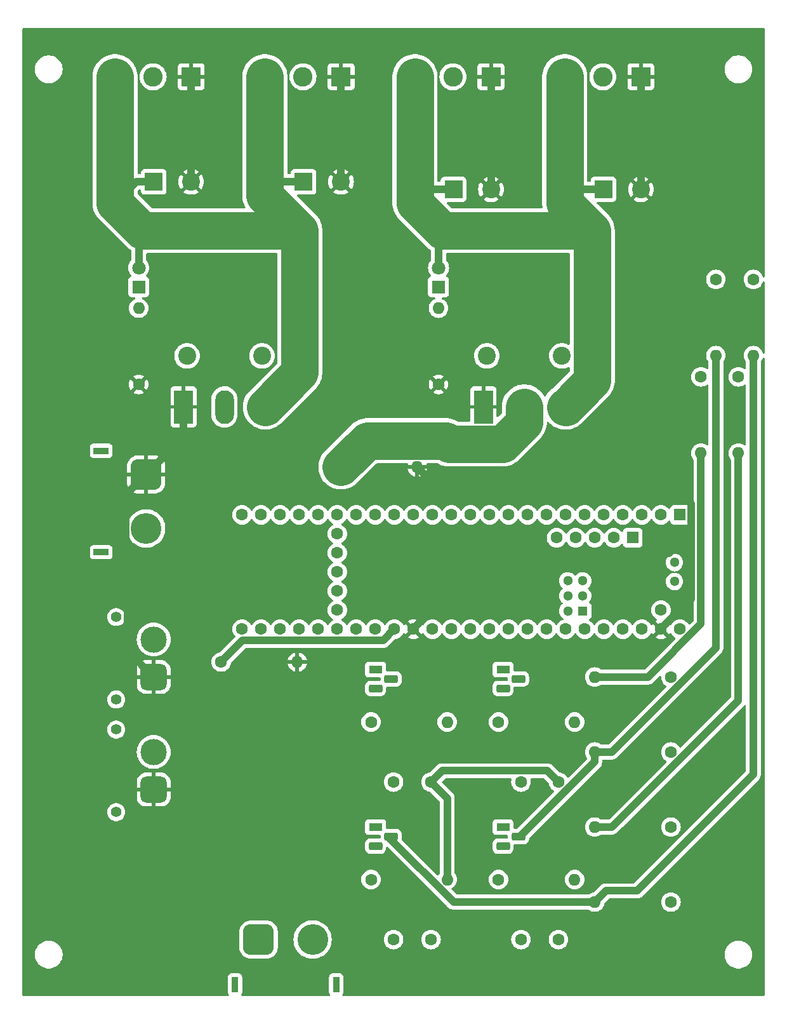
<source format=gbr>
%TF.GenerationSoftware,KiCad,Pcbnew,8.0.6-8.0.6-0~ubuntu22.04.1*%
%TF.CreationDate,2025-01-19T13:07:18+00:00*%
%TF.ProjectId,miniv_estop_board,6d696e69-765f-4657-9374-6f705f626f61,rev?*%
%TF.SameCoordinates,Original*%
%TF.FileFunction,Copper,L2,Bot*%
%TF.FilePolarity,Positive*%
%FSLAX46Y46*%
G04 Gerber Fmt 4.6, Leading zero omitted, Abs format (unit mm)*
G04 Created by KiCad (PCBNEW 8.0.6-8.0.6-0~ubuntu22.04.1) date 2025-01-19 13:07:18*
%MOMM*%
%LPD*%
G01*
G04 APERTURE LIST*
G04 Aperture macros list*
%AMRoundRect*
0 Rectangle with rounded corners*
0 $1 Rounding radius*
0 $2 $3 $4 $5 $6 $7 $8 $9 X,Y pos of 4 corners*
0 Add a 4 corners polygon primitive as box body*
4,1,4,$2,$3,$4,$5,$6,$7,$8,$9,$2,$3,0*
0 Add four circle primitives for the rounded corners*
1,1,$1+$1,$2,$3*
1,1,$1+$1,$4,$5*
1,1,$1+$1,$6,$7*
1,1,$1+$1,$8,$9*
0 Add four rect primitives between the rounded corners*
20,1,$1+$1,$2,$3,$4,$5,0*
20,1,$1+$1,$4,$5,$6,$7,0*
20,1,$1+$1,$6,$7,$8,$9,0*
20,1,$1+$1,$8,$9,$2,$3,0*%
G04 Aperture macros list end*
%TA.AperFunction,ComponentPad*%
%ADD10R,2.000000X0.900000*%
%TD*%
%TA.AperFunction,ComponentPad*%
%ADD11RoundRect,1.025000X1.025000X-1.025000X1.025000X1.025000X-1.025000X1.025000X-1.025000X-1.025000X0*%
%TD*%
%TA.AperFunction,ComponentPad*%
%ADD12C,4.100000*%
%TD*%
%TA.AperFunction,ComponentPad*%
%ADD13R,1.800000X1.800000*%
%TD*%
%TA.AperFunction,ComponentPad*%
%ADD14C,1.800000*%
%TD*%
%TA.AperFunction,ComponentPad*%
%ADD15C,1.400000*%
%TD*%
%TA.AperFunction,ComponentPad*%
%ADD16RoundRect,0.770000X0.980000X-0.980000X0.980000X0.980000X-0.980000X0.980000X-0.980000X-0.980000X0*%
%TD*%
%TA.AperFunction,ComponentPad*%
%ADD17C,3.500000*%
%TD*%
%TA.AperFunction,ComponentPad*%
%ADD18C,1.600000*%
%TD*%
%TA.AperFunction,ComponentPad*%
%ADD19O,1.600000X1.600000*%
%TD*%
%TA.AperFunction,ComponentPad*%
%ADD20R,2.400000X2.400000*%
%TD*%
%TA.AperFunction,ComponentPad*%
%ADD21C,2.400000*%
%TD*%
%TA.AperFunction,ComponentPad*%
%ADD22R,2.600000X2.600000*%
%TD*%
%TA.AperFunction,ComponentPad*%
%ADD23C,2.600000*%
%TD*%
%TA.AperFunction,ComponentPad*%
%ADD24R,1.800000X1.100000*%
%TD*%
%TA.AperFunction,ComponentPad*%
%ADD25RoundRect,0.275000X-0.625000X0.275000X-0.625000X-0.275000X0.625000X-0.275000X0.625000X0.275000X0*%
%TD*%
%TA.AperFunction,ComponentPad*%
%ADD26R,2.500000X4.500000*%
%TD*%
%TA.AperFunction,ComponentPad*%
%ADD27O,2.500000X4.500000*%
%TD*%
%TA.AperFunction,ComponentPad*%
%ADD28R,0.900000X2.000000*%
%TD*%
%TA.AperFunction,ComponentPad*%
%ADD29RoundRect,1.025000X1.025000X1.025000X-1.025000X1.025000X-1.025000X-1.025000X1.025000X-1.025000X0*%
%TD*%
%TA.AperFunction,ComponentPad*%
%ADD30R,1.600000X1.600000*%
%TD*%
%TA.AperFunction,ComponentPad*%
%ADD31R,1.300000X1.300000*%
%TD*%
%TA.AperFunction,ComponentPad*%
%ADD32C,1.300000*%
%TD*%
%TA.AperFunction,Conductor*%
%ADD33C,1.000000*%
%TD*%
%TA.AperFunction,Conductor*%
%ADD34C,5.000000*%
%TD*%
G04 APERTURE END LIST*
D10*
%TO.P,J1,*%
%TO.N,*%
X103000000Y-83350000D03*
X103000000Y-69850000D03*
D11*
%TO.P,J1,1,Pin_1*%
%TO.N,GND*%
X109000000Y-73000000D03*
D12*
%TO.P,J1,2,Pin_2*%
%TO.N,Net-(J1-Pin_2)*%
X109000000Y-80200000D03*
%TD*%
D13*
%TO.P,D3,1,K*%
%TO.N,Net-(D3-K)*%
X148000000Y-48000000D03*
D14*
%TO.P,D3,2,A*%
%TO.N,Net-(D3-A)*%
X148000000Y-45460000D03*
%TD*%
D15*
%TO.P,J8,*%
%TO.N,*%
X105000000Y-103000000D03*
X105000000Y-92000000D03*
D16*
%TO.P,J8,1,Pin_1*%
%TO.N,GND*%
X110000000Y-100000000D03*
D17*
%TO.P,J8,2,Pin_2*%
%TO.N,Net-(J6-Pin_1)*%
X110000000Y-95000000D03*
%TD*%
D18*
%TO.P,C5,1*%
%TO.N,Net-(J6-Pin_2)*%
X147000000Y-135000000D03*
%TO.P,C5,2*%
%TO.N,Net-(Q4-B)*%
X142000000Y-135000000D03*
%TD*%
%TO.P,R13,1*%
%TO.N,Net-(J3-Pin_2)*%
X185000000Y-47000000D03*
D19*
%TO.P,R13,2*%
%TO.N,Net-(Q2-C)*%
X185000000Y-57160000D03*
%TD*%
D18*
%TO.P,R3,1*%
%TO.N,Net-(Q7-B)*%
X156000000Y-106000000D03*
D19*
%TO.P,R3,2*%
%TO.N,Net-(J6-Pin_2)*%
X166160000Y-106000000D03*
%TD*%
D18*
%TO.P,R2,1*%
%TO.N,GND*%
X108000000Y-61000000D03*
D19*
%TO.P,R2,2*%
%TO.N,Net-(D1-K)*%
X108000000Y-50840000D03*
%TD*%
D18*
%TO.P,R1,1*%
%TO.N,Net-(J1-Pin_2)*%
X135000000Y-72000000D03*
D19*
%TO.P,R1,2*%
%TO.N,GND*%
X145160000Y-72000000D03*
%TD*%
D20*
%TO.P,C2,1*%
%TO.N,Net-(D1-A)*%
X110000000Y-34000000D03*
D21*
%TO.P,C2,2*%
%TO.N,GND*%
X115000000Y-34000000D03*
%TD*%
D18*
%TO.P,R5,1*%
%TO.N,Net-(Q2-B)*%
X156000000Y-127000000D03*
D19*
%TO.P,R5,2*%
%TO.N,Net-(J6-Pin_2)*%
X166160000Y-127000000D03*
%TD*%
D22*
%TO.P,J3,1,Pin_1*%
%TO.N,GND*%
X135000000Y-20000000D03*
D23*
%TO.P,J3,2,Pin_2*%
%TO.N,Net-(J3-Pin_2)*%
X129920000Y-20000000D03*
%TO.P,J3,3,Pin_3*%
%TO.N,Net-(D1-A)*%
X124840000Y-20000000D03*
%TD*%
D18*
%TO.P,R6,1*%
%TO.N,Net-(Q3-B)*%
X139000000Y-106000000D03*
D19*
%TO.P,R6,2*%
%TO.N,Net-(J6-Pin_2)*%
X149160000Y-106000000D03*
%TD*%
D18*
%TO.P,R12,1*%
%TO.N,Net-(J2-Pin_2)*%
X183000000Y-60000000D03*
D19*
%TO.P,R12,2*%
%TO.N,Net-(Q7-C)*%
X183000000Y-70160000D03*
%TD*%
D21*
%TO.P,HS1,*%
%TO.N,*%
X114450000Y-57200000D03*
X124450000Y-57200000D03*
%TD*%
D24*
%TO.P,Q3,1,E*%
%TO.N,Net-(Q3-E)*%
X139600000Y-99000000D03*
D25*
%TO.P,Q3,2,C*%
%TO.N,Net-(Q3-C)*%
X141670000Y-100270000D03*
%TO.P,Q3,3,B*%
%TO.N,Net-(Q3-B)*%
X139600000Y-101540000D03*
%TD*%
D20*
%TO.P,C7,1*%
%TO.N,Net-(D3-A)*%
X150000000Y-35000000D03*
D21*
%TO.P,C7,2*%
%TO.N,GND*%
X155000000Y-35000000D03*
%TD*%
D13*
%TO.P,D1,1,K*%
%TO.N,Net-(D1-K)*%
X108000000Y-48000000D03*
D14*
%TO.P,D1,2,A*%
%TO.N,Net-(D1-A)*%
X108000000Y-45460000D03*
%TD*%
D18*
%TO.P,R15,1*%
%TO.N,Net-(J5-Pin_2)*%
X190000000Y-47000000D03*
D19*
%TO.P,R15,2*%
%TO.N,Net-(Q4-C)*%
X190000000Y-57160000D03*
%TD*%
D18*
%TO.P,R16,1*%
%TO.N,GND*%
X148000000Y-61000000D03*
D19*
%TO.P,R16,2*%
%TO.N,Net-(D3-K)*%
X148000000Y-50840000D03*
%TD*%
D24*
%TO.P,Q7,1,E*%
%TO.N,Net-(Q7-E)*%
X156600000Y-99000000D03*
D25*
%TO.P,Q7,2,C*%
%TO.N,Net-(Q7-C)*%
X158670000Y-100270000D03*
%TO.P,Q7,3,B*%
%TO.N,Net-(Q7-B)*%
X156600000Y-101540000D03*
%TD*%
D22*
%TO.P,J5,1,Pin_1*%
%TO.N,GND*%
X175000000Y-20000000D03*
D23*
%TO.P,J5,2,Pin_2*%
%TO.N,Net-(J5-Pin_2)*%
X169920000Y-20000000D03*
%TO.P,J5,3,Pin_3*%
%TO.N,Net-(D3-A)*%
X164840000Y-20000000D03*
%TD*%
D18*
%TO.P,R11,1*%
%TO.N,Net-(J6-Pin_1)*%
X119000000Y-98000000D03*
D19*
%TO.P,R11,2*%
%TO.N,GND*%
X129160000Y-98000000D03*
%TD*%
D21*
%TO.P,HS2,*%
%TO.N,*%
X154450000Y-57200000D03*
X164450000Y-57200000D03*
%TD*%
D15*
%TO.P,J7,*%
%TO.N,*%
X105000000Y-118000000D03*
X105000000Y-107000000D03*
D16*
%TO.P,J7,1,Pin_1*%
%TO.N,GND*%
X110000000Y-115000000D03*
D17*
%TO.P,J7,2,Pin_2*%
%TO.N,Net-(J6-Pin_1)*%
X110000000Y-110000000D03*
%TD*%
D24*
%TO.P,Q2,1,E*%
%TO.N,Net-(Q2-E)*%
X156600000Y-120000000D03*
D25*
%TO.P,Q2,2,C*%
%TO.N,Net-(Q2-C)*%
X158670000Y-121270000D03*
%TO.P,Q2,3,B*%
%TO.N,Net-(Q2-B)*%
X156600000Y-122540000D03*
%TD*%
D22*
%TO.P,J2,1,Pin_1*%
%TO.N,GND*%
X115000000Y-20000000D03*
D23*
%TO.P,J2,2,Pin_2*%
%TO.N,Net-(J2-Pin_2)*%
X109920000Y-20000000D03*
%TO.P,J2,3,Pin_3*%
%TO.N,Net-(D1-A)*%
X104840000Y-20000000D03*
%TD*%
D26*
%TO.P,Q1,1,G*%
%TO.N,GND*%
X114000000Y-64000000D03*
D27*
%TO.P,Q1,2,D*%
%TO.N,Net-(J1-Pin_2)*%
X119450000Y-64000000D03*
%TO.P,Q1,3,S*%
%TO.N,Net-(D1-A)*%
X124900000Y-64000000D03*
%TD*%
D18*
%TO.P,C1,1*%
%TO.N,Net-(J6-Pin_2)*%
X164000000Y-114000000D03*
%TO.P,C1,2*%
%TO.N,Net-(Q7-B)*%
X159000000Y-114000000D03*
%TD*%
%TO.P,R8,1*%
%TO.N,Net-(D1-A)*%
X179000000Y-110000000D03*
D19*
%TO.P,R8,2*%
%TO.N,Net-(Q2-C)*%
X168840000Y-110000000D03*
%TD*%
D22*
%TO.P,J4,1,Pin_1*%
%TO.N,GND*%
X155000000Y-20000000D03*
D23*
%TO.P,J4,2,Pin_2*%
%TO.N,Net-(J4-Pin_2)*%
X149920000Y-20000000D03*
%TO.P,J4,3,Pin_3*%
%TO.N,Net-(D3-A)*%
X144840000Y-20000000D03*
%TD*%
D18*
%TO.P,R14,1*%
%TO.N,Net-(J4-Pin_2)*%
X188000000Y-60000000D03*
D19*
%TO.P,R14,2*%
%TO.N,Net-(Q3-C)*%
X188000000Y-70160000D03*
%TD*%
D20*
%TO.P,C9,1*%
%TO.N,Net-(D3-A)*%
X170000000Y-35000000D03*
D21*
%TO.P,C9,2*%
%TO.N,GND*%
X175000000Y-35000000D03*
%TD*%
D20*
%TO.P,C6,1*%
%TO.N,Net-(D1-A)*%
X130000000Y-34000000D03*
D21*
%TO.P,C6,2*%
%TO.N,GND*%
X135000000Y-34000000D03*
%TD*%
D26*
%TO.P,Q6,1,G*%
%TO.N,GND*%
X154000000Y-64000000D03*
D27*
%TO.P,Q6,2,D*%
%TO.N,Net-(J1-Pin_2)*%
X159450000Y-64000000D03*
%TO.P,Q6,3,S*%
%TO.N,Net-(D3-A)*%
X164900000Y-64000000D03*
%TD*%
D18*
%TO.P,R9,1*%
%TO.N,Net-(D3-A)*%
X179000000Y-120000000D03*
D19*
%TO.P,R9,2*%
%TO.N,Net-(Q3-C)*%
X168840000Y-120000000D03*
%TD*%
D18*
%TO.P,C4,1*%
%TO.N,Net-(J6-Pin_2)*%
X147000000Y-114000000D03*
%TO.P,C4,2*%
%TO.N,Net-(Q3-B)*%
X142000000Y-114000000D03*
%TD*%
%TO.P,R7,1*%
%TO.N,Net-(Q4-B)*%
X139000000Y-127000000D03*
D19*
%TO.P,R7,2*%
%TO.N,Net-(J6-Pin_2)*%
X149160000Y-127000000D03*
%TD*%
D28*
%TO.P,J6,*%
%TO.N,*%
X134350000Y-141000000D03*
X120850000Y-141000000D03*
D29*
%TO.P,J6,1,Pin_1*%
%TO.N,Net-(J6-Pin_1)*%
X124000000Y-135000000D03*
D12*
%TO.P,J6,2,Pin_2*%
%TO.N,Net-(J6-Pin_2)*%
X131200000Y-135000000D03*
%TD*%
D24*
%TO.P,Q4,1,E*%
%TO.N,Net-(Q4-E)*%
X139600000Y-120000000D03*
D25*
%TO.P,Q4,2,C*%
%TO.N,Net-(Q4-C)*%
X141670000Y-121270000D03*
%TO.P,Q4,3,B*%
%TO.N,Net-(Q4-B)*%
X139600000Y-122540000D03*
%TD*%
D30*
%TO.P,U1,1,GND*%
%TO.N,unconnected-(U1-GND-Pad1)*%
X180210000Y-78380000D03*
D18*
%TO.P,U1,2,0_RX1_CRX2_CS1*%
%TO.N,unconnected-(U1-0_RX1_CRX2_CS1-Pad2)*%
X177670000Y-78380000D03*
%TO.P,U1,3,1_TX1_CTX2_MISO1*%
%TO.N,unconnected-(U1-1_TX1_CTX2_MISO1-Pad3)*%
X175130000Y-78380000D03*
%TO.P,U1,4,2_OUT2*%
%TO.N,unconnected-(U1-2_OUT2-Pad4)*%
X172590000Y-78380000D03*
%TO.P,U1,5,3_LRCLK2*%
%TO.N,unconnected-(U1-3_LRCLK2-Pad5)*%
X170050000Y-78380000D03*
%TO.P,U1,6,4_BCLK2*%
%TO.N,unconnected-(U1-4_BCLK2-Pad6)*%
X167510000Y-78380000D03*
%TO.P,U1,7,5_IN2*%
%TO.N,unconnected-(U1-5_IN2-Pad7)*%
X164970000Y-78380000D03*
%TO.P,U1,8,6_OUT1D*%
%TO.N,unconnected-(U1-6_OUT1D-Pad8)*%
X162430000Y-78380000D03*
%TO.P,U1,9,7_RX2_OUT1A*%
%TO.N,unconnected-(U1-7_RX2_OUT1A-Pad9)*%
X159890000Y-78380000D03*
%TO.P,U1,10,8_TX2_IN1*%
%TO.N,unconnected-(U1-8_TX2_IN1-Pad10)*%
X157350000Y-78380000D03*
%TO.P,U1,11,9_OUT1C*%
%TO.N,unconnected-(U1-9_OUT1C-Pad11)*%
X154810000Y-78380000D03*
%TO.P,U1,12,10_CS_MQSR*%
%TO.N,unconnected-(U1-10_CS_MQSR-Pad12)*%
X152270000Y-78380000D03*
%TO.P,U1,13,11_MOSI_CTX1*%
%TO.N,unconnected-(U1-11_MOSI_CTX1-Pad13)*%
X149730000Y-78380000D03*
%TO.P,U1,14,12_MISO_MQSL*%
%TO.N,unconnected-(U1-12_MISO_MQSL-Pad14)*%
X147190000Y-78380000D03*
%TO.P,U1,15,3V3*%
%TO.N,unconnected-(U1-3V3-Pad15)*%
X144650000Y-78380000D03*
%TO.P,U1,16,24_A10_TX6_SCL2*%
%TO.N,unconnected-(U1-24_A10_TX6_SCL2-Pad16)*%
X142110000Y-78380000D03*
%TO.P,U1,17,25_A11_RX6_SDA2*%
%TO.N,unconnected-(U1-25_A11_RX6_SDA2-Pad17)*%
X139570000Y-78380000D03*
%TO.P,U1,18,26_A12_MOSI1*%
%TO.N,unconnected-(U1-26_A12_MOSI1-Pad18)*%
X137030000Y-78380000D03*
%TO.P,U1,19,27_A13_SCK1*%
%TO.N,unconnected-(U1-27_A13_SCK1-Pad19)*%
X134490000Y-78380000D03*
%TO.P,U1,20,28_RX7*%
%TO.N,unconnected-(U1-28_RX7-Pad20)*%
X131950000Y-78380000D03*
%TO.P,U1,21,29_TX7*%
%TO.N,unconnected-(U1-29_TX7-Pad21)*%
X129410000Y-78380000D03*
%TO.P,U1,22,30_CRX3*%
%TO.N,unconnected-(U1-30_CRX3-Pad22)*%
X126870000Y-78380000D03*
%TO.P,U1,23,31_CTX3*%
%TO.N,unconnected-(U1-31_CTX3-Pad23)*%
X124330000Y-78380000D03*
%TO.P,U1,24,32_OUT1B*%
%TO.N,unconnected-(U1-32_OUT1B-Pad24)*%
X121790000Y-78380000D03*
%TO.P,U1,25,33_MCLK2*%
%TO.N,unconnected-(U1-33_MCLK2-Pad25)*%
X121790000Y-93620000D03*
%TO.P,U1,26,34_RX8*%
%TO.N,unconnected-(U1-34_RX8-Pad26)*%
X124330000Y-93620000D03*
%TO.P,U1,27,35_TX8*%
%TO.N,unconnected-(U1-35_TX8-Pad27)*%
X126870000Y-93620000D03*
%TO.P,U1,28,36_CS*%
%TO.N,unconnected-(U1-36_CS-Pad28)*%
X129410000Y-93620000D03*
%TO.P,U1,29,37_CS*%
%TO.N,unconnected-(U1-37_CS-Pad29)*%
X131950000Y-93620000D03*
%TO.P,U1,30,38_CS1_IN1*%
%TO.N,unconnected-(U1-38_CS1_IN1-Pad30)*%
X134490000Y-93620000D03*
%TO.P,U1,31,39_MISO1_OUT1A*%
%TO.N,unconnected-(U1-39_MISO1_OUT1A-Pad31)*%
X137030000Y-93620000D03*
%TO.P,U1,32,40_A16*%
%TO.N,unconnected-(U1-40_A16-Pad32)*%
X139570000Y-93620000D03*
%TO.P,U1,33,41_A17*%
%TO.N,Net-(J6-Pin_1)*%
X142110000Y-93620000D03*
%TO.P,U1,34,GND*%
%TO.N,GND*%
X144650000Y-93620000D03*
%TO.P,U1,35,13_SCK_LED*%
%TO.N,unconnected-(U1-13_SCK_LED-Pad35)*%
X147190000Y-93620000D03*
%TO.P,U1,36,14_A0_TX3_SPDIF_OUT*%
%TO.N,Net-(Q4-E)*%
X149730000Y-93620000D03*
%TO.P,U1,37,15_A1_RX3_SPDIF_IN*%
%TO.N,Net-(Q3-E)*%
X152270000Y-93620000D03*
%TO.P,U1,38,16_A2_RX4_SCL1*%
%TO.N,Net-(Q2-E)*%
X154810000Y-93620000D03*
%TO.P,U1,39,17_A3_TX4_SDA1*%
%TO.N,Net-(Q7-E)*%
X157350000Y-93620000D03*
%TO.P,U1,40,18_A4_SDA*%
%TO.N,unconnected-(U1-18_A4_SDA-Pad40)*%
X159890000Y-93620000D03*
%TO.P,U1,41,19_A5_SCL*%
%TO.N,unconnected-(U1-19_A5_SCL-Pad41)*%
X162430000Y-93620000D03*
%TO.P,U1,42,20_A6_TX5_LRCLK1*%
%TO.N,unconnected-(U1-20_A6_TX5_LRCLK1-Pad42)*%
X164970000Y-93620000D03*
%TO.P,U1,43,21_A7_RX5_BCLK1*%
%TO.N,unconnected-(U1-21_A7_RX5_BCLK1-Pad43)*%
X167510000Y-93620000D03*
%TO.P,U1,44,22_A8_CTX1*%
%TO.N,unconnected-(U1-22_A8_CTX1-Pad44)*%
X170050000Y-93620000D03*
%TO.P,U1,45,23_A9_CRX1_MCLK1*%
%TO.N,unconnected-(U1-23_A9_CRX1_MCLK1-Pad45)*%
X172590000Y-93620000D03*
%TO.P,U1,46,3V3*%
%TO.N,Net-(J6-Pin_2)*%
X175130000Y-93620000D03*
%TO.P,U1,47,GND*%
%TO.N,GND*%
X177670000Y-93620000D03*
%TO.P,U1,48,VIN*%
%TO.N,Net-(D1-A)*%
X180210000Y-93620000D03*
%TO.P,U1,49,VUSB*%
%TO.N,unconnected-(U1-VUSB-Pad49)*%
X177670000Y-91080000D03*
%TO.P,U1,50,VBAT*%
%TO.N,unconnected-(U1-VBAT-Pad50)*%
X134490000Y-80920000D03*
%TO.P,U1,51,3V3*%
%TO.N,unconnected-(U1-3V3-Pad51)*%
X134490000Y-83460000D03*
%TO.P,U1,52,GND*%
%TO.N,unconnected-(U1-GND-Pad52)*%
X134490000Y-86000000D03*
%TO.P,U1,53,PROGRAM*%
%TO.N,unconnected-(U1-PROGRAM-Pad53)*%
X134490000Y-88540000D03*
%TO.P,U1,54,ON_OFF*%
%TO.N,unconnected-(U1-ON_OFF-Pad54)*%
X134490000Y-91080000D03*
D30*
%TO.P,U1,55,5V*%
%TO.N,unconnected-(U1-5V-Pad55)*%
X173910800Y-81430800D03*
D18*
%TO.P,U1,56,D-*%
%TO.N,unconnected-(U1-D--Pad56)*%
X171370800Y-81430800D03*
%TO.P,U1,57,D+*%
%TO.N,unconnected-(U1-D+-Pad57)*%
X168830800Y-81430800D03*
%TO.P,U1,58,GND*%
%TO.N,unconnected-(U1-GND-Pad58)*%
X166290800Y-81430800D03*
%TO.P,U1,59,GND*%
%TO.N,unconnected-(U1-GND-Pad59)*%
X163750800Y-81430800D03*
D31*
%TO.P,U1,60,R+*%
%TO.N,unconnected-(U1-R+-Pad60)*%
X167240000Y-91181600D03*
D32*
%TO.P,U1,61,LED*%
%TO.N,unconnected-(U1-LED-Pad61)*%
X167240000Y-89181600D03*
%TO.P,U1,62,T-*%
%TO.N,unconnected-(U1-T--Pad62)*%
X167240000Y-87181600D03*
%TO.P,U1,63,T+*%
%TO.N,unconnected-(U1-T+-Pad63)*%
X165240000Y-87181600D03*
%TO.P,U1,64,GND*%
%TO.N,unconnected-(U1-GND-Pad64)*%
X165240000Y-89181600D03*
%TO.P,U1,65,R-*%
%TO.N,unconnected-(U1-R--Pad65)*%
X165240000Y-91181600D03*
%TO.P,U1,66,D-*%
%TO.N,unconnected-(U1-D--Pad66)*%
X179480000Y-87270000D03*
%TO.P,U1,67,D+*%
%TO.N,unconnected-(U1-D+-Pad67)*%
X179480000Y-84730000D03*
%TD*%
D18*
%TO.P,C3,1*%
%TO.N,Net-(J6-Pin_2)*%
X164000000Y-135000000D03*
%TO.P,C3,2*%
%TO.N,Net-(Q2-B)*%
X159000000Y-135000000D03*
%TD*%
%TO.P,R10,1*%
%TO.N,Net-(D3-A)*%
X179000000Y-130000000D03*
D19*
%TO.P,R10,2*%
%TO.N,Net-(Q4-C)*%
X168840000Y-130000000D03*
%TD*%
D18*
%TO.P,R4,1*%
%TO.N,Net-(D1-A)*%
X179000000Y-100000000D03*
D19*
%TO.P,R4,2*%
%TO.N,Net-(Q7-C)*%
X168840000Y-100000000D03*
%TD*%
D33*
%TO.N,Net-(J6-Pin_2)*%
X149160000Y-127000000D02*
X149160000Y-116160000D01*
X162500000Y-112500000D02*
X164000000Y-114000000D01*
X147000000Y-114000000D02*
X148500000Y-112500000D01*
X148500000Y-112500000D02*
X162500000Y-112500000D01*
X149160000Y-116160000D02*
X147000000Y-114000000D01*
D34*
%TO.N,Net-(D1-A)*%
X104840000Y-36838477D02*
X104840000Y-20000000D01*
X108501523Y-40500000D02*
X129500000Y-40500000D01*
X129500000Y-59400000D02*
X129500000Y-40500000D01*
X129500000Y-40500000D02*
X124840000Y-35840000D01*
D33*
X107678477Y-34000000D02*
X104840000Y-36838477D01*
X130000000Y-34000000D02*
X126680000Y-34000000D01*
D34*
X124840000Y-35840000D02*
X124840000Y-20000000D01*
D33*
X108000000Y-45460000D02*
X108000000Y-41001523D01*
D34*
X108501523Y-40500000D02*
X104840000Y-36838477D01*
X124900000Y-64000000D02*
X129500000Y-59400000D01*
D33*
X126680000Y-34000000D02*
X124840000Y-35840000D01*
X108000000Y-41001523D02*
X108501523Y-40500000D01*
X110000000Y-34000000D02*
X107678477Y-34000000D01*
D34*
%TO.N,Net-(J1-Pin_2)*%
X159450000Y-66050000D02*
X159450000Y-64000000D01*
X156550000Y-68950000D02*
X159450000Y-66050000D01*
X135000000Y-72000000D02*
X138500000Y-68500000D01*
X149450000Y-68950000D02*
X156550000Y-68950000D01*
X149000000Y-68500000D02*
X149450000Y-68950000D01*
X138500000Y-68500000D02*
X149000000Y-68500000D01*
D33*
%TO.N,GND*%
X114000000Y-64000000D02*
X114000000Y-68000000D01*
X181710000Y-80500000D02*
X181710000Y-89580000D01*
X181710000Y-89580000D02*
X177670000Y-93620000D01*
X144650000Y-93620000D02*
X154770000Y-83500000D01*
X181710000Y-76880000D02*
X181710000Y-80500000D01*
X106500000Y-84500000D02*
X106500000Y-96500000D01*
X106250000Y-84250000D02*
X106500000Y-84500000D01*
X145160000Y-72000000D02*
X147360000Y-74200000D01*
X135000000Y-34000000D02*
X135000000Y-20000000D01*
X178710000Y-83500000D02*
X181710000Y-80500000D01*
X154770000Y-83500000D02*
X178710000Y-83500000D01*
X175000000Y-35000000D02*
X175000000Y-20000000D01*
X106500000Y-96500000D02*
X110000000Y-100000000D01*
X155000000Y-20000000D02*
X155000000Y-35000000D01*
X179030000Y-74200000D02*
X181710000Y-76880000D01*
X109000000Y-73000000D02*
X106250000Y-75750000D01*
X114000000Y-68000000D02*
X109000000Y-73000000D01*
X106250000Y-75750000D02*
X106250000Y-84250000D01*
X115000000Y-34000000D02*
X115000000Y-20000000D01*
X147360000Y-74200000D02*
X179030000Y-74200000D01*
%TO.N,Net-(D3-A)*%
X150000000Y-35000000D02*
X146678477Y-35000000D01*
D34*
X165000000Y-64000000D02*
X168500000Y-60500000D01*
D33*
X148000000Y-45460000D02*
X148000000Y-40998477D01*
X146678477Y-35000000D02*
X144840000Y-36838477D01*
X148000000Y-40998477D02*
X148500000Y-40498477D01*
X170000000Y-35000000D02*
X166678477Y-35000000D01*
X166678477Y-35000000D02*
X164840000Y-36838477D01*
D34*
X168500000Y-60500000D02*
X168500000Y-40498477D01*
X164840000Y-36838477D02*
X164840000Y-20000000D01*
X168500000Y-40498477D02*
X164840000Y-36838477D01*
X148500000Y-40498477D02*
X144840000Y-36838477D01*
X164900000Y-64000000D02*
X165000000Y-64000000D01*
X168500000Y-40498477D02*
X148500000Y-40498477D01*
X144840000Y-36838477D02*
X144840000Y-20000000D01*
D33*
%TO.N,Net-(J6-Pin_1)*%
X121880000Y-95120000D02*
X119000000Y-98000000D01*
X142110000Y-93620000D02*
X140610000Y-95120000D01*
X140610000Y-95120000D02*
X121880000Y-95120000D01*
%TO.N,Net-(Q2-C)*%
X168840000Y-111281321D02*
X168840000Y-110000000D01*
X158270000Y-121270000D02*
X158851321Y-121270000D01*
X158851321Y-121270000D02*
X168840000Y-111281321D01*
X168840000Y-110000000D02*
X171121321Y-110000000D01*
X171121321Y-110000000D02*
X185000000Y-96121321D01*
X185000000Y-96121321D02*
X185000000Y-57160000D01*
%TO.N,Net-(Q3-C)*%
X168840000Y-120000000D02*
X171121321Y-120000000D01*
X171121321Y-120000000D02*
X188000000Y-103121321D01*
X188000000Y-103121321D02*
X188000000Y-70160000D01*
%TO.N,Net-(Q4-C)*%
X150000000Y-130000000D02*
X141270000Y-121270000D01*
X190000000Y-113000000D02*
X190000000Y-57160000D01*
X168840000Y-130000000D02*
X170340000Y-128500000D01*
X174500000Y-128500000D02*
X190000000Y-113000000D01*
X168840000Y-130000000D02*
X150000000Y-130000000D01*
X170340000Y-128500000D02*
X174500000Y-128500000D01*
%TO.N,Net-(Q7-C)*%
X175951321Y-100000000D02*
X168840000Y-100000000D01*
X183000000Y-92951321D02*
X175951321Y-100000000D01*
X183000000Y-92951321D02*
X183000000Y-70160000D01*
%TD*%
%TA.AperFunction,Conductor*%
%TO.N,GND*%
G36*
X191442539Y-13520185D02*
G01*
X191488294Y-13572989D01*
X191499500Y-13624500D01*
X191499500Y-46629588D01*
X191479815Y-46696627D01*
X191427011Y-46742382D01*
X191357853Y-46752326D01*
X191294297Y-46723301D01*
X191256523Y-46664523D01*
X191255725Y-46661681D01*
X191226741Y-46553511D01*
X191226738Y-46553502D01*
X191178785Y-46450668D01*
X191130568Y-46347266D01*
X191000047Y-46160861D01*
X191000045Y-46160858D01*
X190839141Y-45999954D01*
X190652734Y-45869432D01*
X190652732Y-45869431D01*
X190446497Y-45773261D01*
X190446488Y-45773258D01*
X190226697Y-45714366D01*
X190226693Y-45714365D01*
X190226692Y-45714365D01*
X190226691Y-45714364D01*
X190226686Y-45714364D01*
X190000002Y-45694532D01*
X189999998Y-45694532D01*
X189773313Y-45714364D01*
X189773302Y-45714366D01*
X189553511Y-45773258D01*
X189553502Y-45773261D01*
X189347267Y-45869431D01*
X189347265Y-45869432D01*
X189160858Y-45999954D01*
X188999954Y-46160858D01*
X188869432Y-46347265D01*
X188869431Y-46347267D01*
X188773261Y-46553502D01*
X188773258Y-46553511D01*
X188714366Y-46773302D01*
X188714364Y-46773313D01*
X188694532Y-46999998D01*
X188694532Y-47000001D01*
X188714364Y-47226686D01*
X188714366Y-47226697D01*
X188773258Y-47446488D01*
X188773261Y-47446497D01*
X188869431Y-47652732D01*
X188869432Y-47652734D01*
X188999954Y-47839141D01*
X189160858Y-48000045D01*
X189160861Y-48000047D01*
X189347266Y-48130568D01*
X189553504Y-48226739D01*
X189773308Y-48285635D01*
X189935230Y-48299801D01*
X189999998Y-48305468D01*
X190000000Y-48305468D01*
X190000002Y-48305468D01*
X190056673Y-48300509D01*
X190226692Y-48285635D01*
X190446496Y-48226739D01*
X190652734Y-48130568D01*
X190839139Y-48000047D01*
X191000047Y-47839139D01*
X191130568Y-47652734D01*
X191226739Y-47446496D01*
X191255725Y-47338317D01*
X191292090Y-47278657D01*
X191354936Y-47248128D01*
X191424312Y-47256422D01*
X191478190Y-47300908D01*
X191499465Y-47367459D01*
X191499500Y-47370411D01*
X191499500Y-56789588D01*
X191479815Y-56856627D01*
X191427011Y-56902382D01*
X191357853Y-56912326D01*
X191294297Y-56883301D01*
X191256523Y-56824523D01*
X191255725Y-56821681D01*
X191226741Y-56713511D01*
X191226738Y-56713502D01*
X191130568Y-56507267D01*
X191130567Y-56507265D01*
X191097548Y-56460109D01*
X191000047Y-56320861D01*
X191000045Y-56320858D01*
X190839141Y-56159954D01*
X190652734Y-56029432D01*
X190652732Y-56029431D01*
X190446497Y-55933261D01*
X190446488Y-55933258D01*
X190226697Y-55874366D01*
X190226693Y-55874365D01*
X190226692Y-55874365D01*
X190226691Y-55874364D01*
X190226686Y-55874364D01*
X190000002Y-55854532D01*
X189999998Y-55854532D01*
X189773313Y-55874364D01*
X189773302Y-55874366D01*
X189553511Y-55933258D01*
X189553502Y-55933261D01*
X189347267Y-56029431D01*
X189347265Y-56029432D01*
X189160858Y-56159954D01*
X188999954Y-56320858D01*
X188869432Y-56507265D01*
X188869431Y-56507267D01*
X188773261Y-56713502D01*
X188773258Y-56713511D01*
X188714366Y-56933302D01*
X188714364Y-56933313D01*
X188694532Y-57159998D01*
X188694532Y-57160001D01*
X188714364Y-57386686D01*
X188714366Y-57386697D01*
X188773258Y-57606488D01*
X188773261Y-57606497D01*
X188869431Y-57812732D01*
X188869432Y-57812734D01*
X188958465Y-57939888D01*
X188977075Y-57966465D01*
X188999402Y-58032671D01*
X188999500Y-58037588D01*
X188999500Y-58874037D01*
X188979815Y-58941076D01*
X188927011Y-58986831D01*
X188857853Y-58996775D01*
X188804377Y-58975612D01*
X188652734Y-58869432D01*
X188652732Y-58869431D01*
X188446497Y-58773261D01*
X188446488Y-58773258D01*
X188226697Y-58714366D01*
X188226693Y-58714365D01*
X188226692Y-58714365D01*
X188226691Y-58714364D01*
X188226686Y-58714364D01*
X188000002Y-58694532D01*
X187999998Y-58694532D01*
X187773313Y-58714364D01*
X187773302Y-58714366D01*
X187553511Y-58773258D01*
X187553502Y-58773261D01*
X187347267Y-58869431D01*
X187347265Y-58869432D01*
X187160858Y-58999954D01*
X186999954Y-59160858D01*
X186869432Y-59347265D01*
X186869431Y-59347267D01*
X186773261Y-59553502D01*
X186773258Y-59553511D01*
X186714366Y-59773302D01*
X186714364Y-59773313D01*
X186694532Y-59999998D01*
X186694532Y-60000001D01*
X186714364Y-60226686D01*
X186714366Y-60226697D01*
X186773258Y-60446488D01*
X186773261Y-60446497D01*
X186869431Y-60652732D01*
X186869432Y-60652734D01*
X186999954Y-60839141D01*
X187160858Y-61000045D01*
X187160861Y-61000047D01*
X187347266Y-61130568D01*
X187553504Y-61226739D01*
X187773308Y-61285635D01*
X187935230Y-61299801D01*
X187999998Y-61305468D01*
X188000000Y-61305468D01*
X188000002Y-61305468D01*
X188056673Y-61300509D01*
X188226692Y-61285635D01*
X188446496Y-61226739D01*
X188652734Y-61130568D01*
X188804378Y-61024386D01*
X188870583Y-61002060D01*
X188938350Y-61019070D01*
X188986163Y-61070019D01*
X188999500Y-61125962D01*
X188999500Y-69034037D01*
X188979815Y-69101076D01*
X188927011Y-69146831D01*
X188857853Y-69156775D01*
X188804377Y-69135612D01*
X188652734Y-69029432D01*
X188652732Y-69029431D01*
X188446497Y-68933261D01*
X188446488Y-68933258D01*
X188226697Y-68874366D01*
X188226693Y-68874365D01*
X188226692Y-68874365D01*
X188226691Y-68874364D01*
X188226686Y-68874364D01*
X188000002Y-68854532D01*
X187999998Y-68854532D01*
X187773313Y-68874364D01*
X187773302Y-68874366D01*
X187553511Y-68933258D01*
X187553502Y-68933261D01*
X187347267Y-69029431D01*
X187347265Y-69029432D01*
X187160858Y-69159954D01*
X186999954Y-69320858D01*
X186869432Y-69507265D01*
X186869431Y-69507267D01*
X186773261Y-69713502D01*
X186773258Y-69713511D01*
X186714366Y-69933302D01*
X186714364Y-69933313D01*
X186694532Y-70159998D01*
X186694532Y-70160001D01*
X186714364Y-70386686D01*
X186714366Y-70386697D01*
X186773258Y-70606488D01*
X186773261Y-70606497D01*
X186863726Y-70800498D01*
X186869432Y-70812734D01*
X186967312Y-70952523D01*
X186977075Y-70966465D01*
X186999402Y-71032671D01*
X186999500Y-71037588D01*
X186999500Y-102655537D01*
X186979815Y-102722576D01*
X186963181Y-102743218D01*
X180328476Y-109377922D01*
X180267153Y-109411407D01*
X180197461Y-109406423D01*
X180141528Y-109364551D01*
X180133811Y-109351647D01*
X180133276Y-109351957D01*
X180130567Y-109347265D01*
X180000045Y-109160858D01*
X179839141Y-108999954D01*
X179652734Y-108869432D01*
X179652732Y-108869431D01*
X179446497Y-108773261D01*
X179446488Y-108773258D01*
X179226697Y-108714366D01*
X179226693Y-108714365D01*
X179226692Y-108714365D01*
X179226691Y-108714364D01*
X179226686Y-108714364D01*
X179000002Y-108694532D01*
X178999998Y-108694532D01*
X178773313Y-108714364D01*
X178773302Y-108714366D01*
X178553511Y-108773258D01*
X178553502Y-108773261D01*
X178347267Y-108869431D01*
X178347265Y-108869432D01*
X178160858Y-108999954D01*
X177999954Y-109160858D01*
X177869432Y-109347265D01*
X177869431Y-109347267D01*
X177773261Y-109553502D01*
X177773258Y-109553511D01*
X177714366Y-109773302D01*
X177714364Y-109773313D01*
X177694532Y-109999998D01*
X177694532Y-110000001D01*
X177714364Y-110226686D01*
X177714366Y-110226697D01*
X177773258Y-110446488D01*
X177773261Y-110446497D01*
X177869431Y-110652732D01*
X177869432Y-110652734D01*
X177999954Y-110839141D01*
X178160858Y-111000045D01*
X178160861Y-111000047D01*
X178347266Y-111130568D01*
X178347269Y-111130569D01*
X178351957Y-111133276D01*
X178350667Y-111135509D01*
X178395016Y-111174476D01*
X178414238Y-111241649D01*
X178394092Y-111308551D01*
X178377922Y-111328476D01*
X170743220Y-118963181D01*
X170681897Y-118996666D01*
X170655539Y-118999500D01*
X169717588Y-118999500D01*
X169650549Y-118979815D01*
X169646465Y-118977075D01*
X169626622Y-118963181D01*
X169492734Y-118869432D01*
X169492732Y-118869431D01*
X169286497Y-118773261D01*
X169286488Y-118773258D01*
X169066697Y-118714366D01*
X169066693Y-118714365D01*
X169066692Y-118714365D01*
X169066691Y-118714364D01*
X169066686Y-118714364D01*
X168840002Y-118694532D01*
X168839998Y-118694532D01*
X168613313Y-118714364D01*
X168613302Y-118714366D01*
X168393511Y-118773258D01*
X168393502Y-118773261D01*
X168187267Y-118869431D01*
X168187265Y-118869432D01*
X168000858Y-118999954D01*
X167839954Y-119160858D01*
X167709432Y-119347265D01*
X167709431Y-119347267D01*
X167613261Y-119553502D01*
X167613258Y-119553511D01*
X167554366Y-119773302D01*
X167554364Y-119773313D01*
X167534532Y-119999998D01*
X167534532Y-120000001D01*
X167554364Y-120226686D01*
X167554366Y-120226697D01*
X167613258Y-120446488D01*
X167613261Y-120446497D01*
X167709431Y-120652732D01*
X167709432Y-120652734D01*
X167839954Y-120839141D01*
X168000858Y-121000045D01*
X168000861Y-121000047D01*
X168187266Y-121130568D01*
X168393504Y-121226739D01*
X168613308Y-121285635D01*
X168775230Y-121299801D01*
X168839998Y-121305468D01*
X168840000Y-121305468D01*
X168840002Y-121305468D01*
X168896673Y-121300509D01*
X169066692Y-121285635D01*
X169286496Y-121226739D01*
X169492734Y-121130568D01*
X169646465Y-121022924D01*
X169712671Y-121000598D01*
X169717588Y-121000500D01*
X171219863Y-121000500D01*
X171239191Y-120996655D01*
X171316509Y-120981275D01*
X171413157Y-120962051D01*
X171466486Y-120939961D01*
X171595235Y-120886632D01*
X171759103Y-120777139D01*
X171898460Y-120637782D01*
X171898460Y-120637780D01*
X171908668Y-120627573D01*
X171908669Y-120627570D01*
X172536241Y-119999998D01*
X177694532Y-119999998D01*
X177694532Y-120000001D01*
X177714364Y-120226686D01*
X177714366Y-120226697D01*
X177773258Y-120446488D01*
X177773261Y-120446497D01*
X177869431Y-120652732D01*
X177869432Y-120652734D01*
X177999954Y-120839141D01*
X178160858Y-121000045D01*
X178160861Y-121000047D01*
X178347266Y-121130568D01*
X178553504Y-121226739D01*
X178773308Y-121285635D01*
X178935230Y-121299801D01*
X178999998Y-121305468D01*
X179000000Y-121305468D01*
X179000002Y-121305468D01*
X179056673Y-121300509D01*
X179226692Y-121285635D01*
X179446496Y-121226739D01*
X179652734Y-121130568D01*
X179839139Y-121000047D01*
X180000047Y-120839139D01*
X180130568Y-120652734D01*
X180226739Y-120446496D01*
X180285635Y-120226692D01*
X180305468Y-120000000D01*
X180285635Y-119773308D01*
X180226739Y-119553504D01*
X180130568Y-119347266D01*
X180000047Y-119160861D01*
X180000045Y-119160858D01*
X179839141Y-118999954D01*
X179652734Y-118869432D01*
X179652732Y-118869431D01*
X179446497Y-118773261D01*
X179446488Y-118773258D01*
X179226697Y-118714366D01*
X179226693Y-118714365D01*
X179226692Y-118714365D01*
X179226691Y-118714364D01*
X179226686Y-118714364D01*
X179000002Y-118694532D01*
X178999998Y-118694532D01*
X178773313Y-118714364D01*
X178773302Y-118714366D01*
X178553511Y-118773258D01*
X178553502Y-118773261D01*
X178347267Y-118869431D01*
X178347265Y-118869432D01*
X178160858Y-118999954D01*
X177999954Y-119160858D01*
X177869432Y-119347265D01*
X177869431Y-119347267D01*
X177773261Y-119553502D01*
X177773258Y-119553511D01*
X177714366Y-119773302D01*
X177714364Y-119773313D01*
X177694532Y-119999998D01*
X172536241Y-119999998D01*
X188777140Y-103759102D01*
X188777147Y-103759090D01*
X188779642Y-103756052D01*
X188781361Y-103754880D01*
X188781448Y-103754794D01*
X188781464Y-103754810D01*
X188837386Y-103716714D01*
X188907230Y-103714839D01*
X188967001Y-103751023D01*
X188997720Y-103813777D01*
X188999500Y-103834711D01*
X188999500Y-112534218D01*
X188979815Y-112601257D01*
X188963181Y-112621899D01*
X174121899Y-127463181D01*
X174060576Y-127496666D01*
X174034218Y-127499500D01*
X170241456Y-127499500D01*
X170048171Y-127537946D01*
X170048167Y-127537948D01*
X170048165Y-127537948D01*
X170048164Y-127537949D01*
X169972745Y-127569188D01*
X169972743Y-127569189D01*
X169866085Y-127613368D01*
X169866085Y-127613369D01*
X169866084Y-127613369D01*
X169702222Y-127722857D01*
X169702214Y-127722863D01*
X168751966Y-128673111D01*
X168690643Y-128706596D01*
X168675095Y-128708958D01*
X168613307Y-128714365D01*
X168393511Y-128773258D01*
X168393502Y-128773261D01*
X168187267Y-128869431D01*
X168187265Y-128869432D01*
X168084595Y-128941322D01*
X168053378Y-128963181D01*
X168033535Y-128977075D01*
X167967329Y-128999402D01*
X167962412Y-128999500D01*
X150465783Y-128999500D01*
X150398744Y-128979815D01*
X150378102Y-128963181D01*
X149755698Y-128340777D01*
X149722213Y-128279454D01*
X149727197Y-128209762D01*
X149769069Y-128153829D01*
X149790968Y-128140717D01*
X149812734Y-128130568D01*
X149999139Y-128000047D01*
X150160047Y-127839139D01*
X150290568Y-127652734D01*
X150386739Y-127446496D01*
X150445635Y-127226692D01*
X150465468Y-127000000D01*
X150465468Y-126999998D01*
X154694532Y-126999998D01*
X154694532Y-127000001D01*
X154714364Y-127226686D01*
X154714366Y-127226697D01*
X154773258Y-127446488D01*
X154773261Y-127446497D01*
X154869431Y-127652732D01*
X154869432Y-127652734D01*
X154999954Y-127839141D01*
X155160858Y-128000045D01*
X155160861Y-128000047D01*
X155347266Y-128130568D01*
X155553504Y-128226739D01*
X155773308Y-128285635D01*
X155935230Y-128299801D01*
X155999998Y-128305468D01*
X156000000Y-128305468D01*
X156000002Y-128305468D01*
X156056673Y-128300509D01*
X156226692Y-128285635D01*
X156446496Y-128226739D01*
X156652734Y-128130568D01*
X156839139Y-128000047D01*
X157000047Y-127839139D01*
X157130568Y-127652734D01*
X157226739Y-127446496D01*
X157285635Y-127226692D01*
X157305468Y-127000000D01*
X157305468Y-126999998D01*
X164854532Y-126999998D01*
X164854532Y-127000001D01*
X164874364Y-127226686D01*
X164874366Y-127226697D01*
X164933258Y-127446488D01*
X164933261Y-127446497D01*
X165029431Y-127652732D01*
X165029432Y-127652734D01*
X165159954Y-127839141D01*
X165320858Y-128000045D01*
X165320861Y-128000047D01*
X165507266Y-128130568D01*
X165713504Y-128226739D01*
X165933308Y-128285635D01*
X166095230Y-128299801D01*
X166159998Y-128305468D01*
X166160000Y-128305468D01*
X166160002Y-128305468D01*
X166216673Y-128300509D01*
X166386692Y-128285635D01*
X166606496Y-128226739D01*
X166812734Y-128130568D01*
X166999139Y-128000047D01*
X167160047Y-127839139D01*
X167290568Y-127652734D01*
X167386739Y-127446496D01*
X167445635Y-127226692D01*
X167465468Y-127000000D01*
X167445635Y-126773308D01*
X167386739Y-126553504D01*
X167290568Y-126347266D01*
X167160047Y-126160861D01*
X167160045Y-126160858D01*
X166999141Y-125999954D01*
X166812734Y-125869432D01*
X166812732Y-125869431D01*
X166606497Y-125773261D01*
X166606488Y-125773258D01*
X166386697Y-125714366D01*
X166386693Y-125714365D01*
X166386692Y-125714365D01*
X166386691Y-125714364D01*
X166386686Y-125714364D01*
X166160002Y-125694532D01*
X166159998Y-125694532D01*
X165933313Y-125714364D01*
X165933302Y-125714366D01*
X165713511Y-125773258D01*
X165713502Y-125773261D01*
X165507267Y-125869431D01*
X165507265Y-125869432D01*
X165320858Y-125999954D01*
X165159954Y-126160858D01*
X165029432Y-126347265D01*
X165029431Y-126347267D01*
X164933261Y-126553502D01*
X164933258Y-126553511D01*
X164874366Y-126773302D01*
X164874364Y-126773313D01*
X164854532Y-126999998D01*
X157305468Y-126999998D01*
X157285635Y-126773308D01*
X157226739Y-126553504D01*
X157130568Y-126347266D01*
X157000047Y-126160861D01*
X157000045Y-126160858D01*
X156839141Y-125999954D01*
X156652734Y-125869432D01*
X156652732Y-125869431D01*
X156446497Y-125773261D01*
X156446488Y-125773258D01*
X156226697Y-125714366D01*
X156226693Y-125714365D01*
X156226692Y-125714365D01*
X156226691Y-125714364D01*
X156226686Y-125714364D01*
X156000002Y-125694532D01*
X155999998Y-125694532D01*
X155773313Y-125714364D01*
X155773302Y-125714366D01*
X155553511Y-125773258D01*
X155553502Y-125773261D01*
X155347267Y-125869431D01*
X155347265Y-125869432D01*
X155160858Y-125999954D01*
X154999954Y-126160858D01*
X154869432Y-126347265D01*
X154869431Y-126347267D01*
X154773261Y-126553502D01*
X154773258Y-126553511D01*
X154714366Y-126773302D01*
X154714364Y-126773313D01*
X154694532Y-126999998D01*
X150465468Y-126999998D01*
X150445635Y-126773308D01*
X150386739Y-126553504D01*
X150290568Y-126347266D01*
X150182924Y-126193532D01*
X150160597Y-126127326D01*
X150160500Y-126122410D01*
X150160500Y-116061456D01*
X150122052Y-115868170D01*
X150122051Y-115868169D01*
X150122051Y-115868165D01*
X150111163Y-115841879D01*
X150046635Y-115686092D01*
X150046628Y-115686079D01*
X149937140Y-115522219D01*
X149937139Y-115522218D01*
X149797782Y-115382861D01*
X149797781Y-115382860D01*
X148502600Y-114087680D01*
X148469116Y-114026358D01*
X148474100Y-113956666D01*
X148502601Y-113912319D01*
X148878102Y-113536819D01*
X148939425Y-113503334D01*
X148965783Y-113500500D01*
X157625863Y-113500500D01*
X157692902Y-113520185D01*
X157738657Y-113572989D01*
X157748601Y-113642147D01*
X157745638Y-113656593D01*
X157714366Y-113773302D01*
X157714364Y-113773313D01*
X157694532Y-113999998D01*
X157694532Y-114000001D01*
X157714364Y-114226686D01*
X157714366Y-114226697D01*
X157773258Y-114446488D01*
X157773261Y-114446497D01*
X157869431Y-114652732D01*
X157869432Y-114652734D01*
X157999954Y-114839141D01*
X158160858Y-115000045D01*
X158160861Y-115000047D01*
X158347266Y-115130568D01*
X158553504Y-115226739D01*
X158773308Y-115285635D01*
X158935230Y-115299801D01*
X158999998Y-115305468D01*
X159000000Y-115305468D01*
X159000002Y-115305468D01*
X159056673Y-115300509D01*
X159226692Y-115285635D01*
X159446496Y-115226739D01*
X159652734Y-115130568D01*
X159839139Y-115000047D01*
X160000047Y-114839139D01*
X160130568Y-114652734D01*
X160226739Y-114446496D01*
X160285635Y-114226692D01*
X160305468Y-114000000D01*
X160285635Y-113773308D01*
X160272308Y-113723573D01*
X160254362Y-113656593D01*
X160256025Y-113586743D01*
X160295188Y-113528881D01*
X160359417Y-113501377D01*
X160374137Y-113500500D01*
X162034218Y-113500500D01*
X162101257Y-113520185D01*
X162121899Y-113536819D01*
X162673111Y-114088032D01*
X162706596Y-114149355D01*
X162708958Y-114164903D01*
X162714364Y-114226688D01*
X162714366Y-114226697D01*
X162773258Y-114446488D01*
X162773261Y-114446497D01*
X162869431Y-114652732D01*
X162869432Y-114652734D01*
X162999954Y-114839141D01*
X163160858Y-115000045D01*
X163160861Y-115000047D01*
X163347266Y-115130568D01*
X163347269Y-115130569D01*
X163351957Y-115133276D01*
X163350667Y-115135509D01*
X163395016Y-115174476D01*
X163414238Y-115241649D01*
X163394092Y-115308551D01*
X163377922Y-115328476D01*
X158523220Y-120183181D01*
X158461897Y-120216666D01*
X158435539Y-120219500D01*
X158124499Y-120219500D01*
X158057460Y-120199815D01*
X158011705Y-120147011D01*
X158000499Y-120095500D01*
X158000499Y-119402129D01*
X158000498Y-119402123D01*
X158000497Y-119402116D01*
X157994091Y-119342517D01*
X157943796Y-119207669D01*
X157943795Y-119207668D01*
X157943793Y-119207664D01*
X157857547Y-119092455D01*
X157857544Y-119092452D01*
X157742335Y-119006206D01*
X157742328Y-119006202D01*
X157607482Y-118955908D01*
X157607483Y-118955908D01*
X157547883Y-118949501D01*
X157547881Y-118949500D01*
X157547873Y-118949500D01*
X157547864Y-118949500D01*
X155652129Y-118949500D01*
X155652123Y-118949501D01*
X155592516Y-118955908D01*
X155457671Y-119006202D01*
X155457664Y-119006206D01*
X155342455Y-119092452D01*
X155342452Y-119092455D01*
X155256206Y-119207664D01*
X155256202Y-119207671D01*
X155205908Y-119342517D01*
X155199501Y-119402116D01*
X155199501Y-119402123D01*
X155199500Y-119402135D01*
X155199500Y-120597870D01*
X155199501Y-120597876D01*
X155205908Y-120657483D01*
X155256202Y-120792328D01*
X155256206Y-120792335D01*
X155342452Y-120907544D01*
X155342455Y-120907547D01*
X155457664Y-120993793D01*
X155457671Y-120993797D01*
X155592517Y-121044091D01*
X155592516Y-121044091D01*
X155599444Y-121044835D01*
X155652127Y-121050500D01*
X157145500Y-121050499D01*
X157212539Y-121070184D01*
X157258294Y-121122987D01*
X157269500Y-121174499D01*
X157269500Y-121365500D01*
X157249815Y-121432539D01*
X157197011Y-121478294D01*
X157145500Y-121489500D01*
X155931441Y-121489500D01*
X155801351Y-121504157D01*
X155801341Y-121504159D01*
X155636395Y-121561877D01*
X155488423Y-121654853D01*
X155364853Y-121778423D01*
X155271877Y-121926395D01*
X155214159Y-122091341D01*
X155214157Y-122091351D01*
X155199500Y-122221441D01*
X155199500Y-122858558D01*
X155214157Y-122988648D01*
X155214159Y-122988657D01*
X155271878Y-123153606D01*
X155364853Y-123301576D01*
X155488424Y-123425147D01*
X155636394Y-123518122D01*
X155801343Y-123575841D01*
X155801349Y-123575841D01*
X155801351Y-123575842D01*
X155842750Y-123580506D01*
X155931442Y-123590499D01*
X155931445Y-123590500D01*
X155931448Y-123590500D01*
X157268555Y-123590500D01*
X157268556Y-123590499D01*
X157398657Y-123575841D01*
X157563606Y-123518122D01*
X157711576Y-123425147D01*
X157835147Y-123301576D01*
X157928122Y-123153606D01*
X157985841Y-122988657D01*
X158000500Y-122858552D01*
X158000500Y-122444500D01*
X158020185Y-122377461D01*
X158072989Y-122331706D01*
X158124500Y-122320500D01*
X159338555Y-122320500D01*
X159338556Y-122320499D01*
X159468657Y-122305841D01*
X159633606Y-122248122D01*
X159781576Y-122155147D01*
X159905147Y-122031576D01*
X159998122Y-121883606D01*
X160055841Y-121718657D01*
X160070500Y-121588552D01*
X160070500Y-121517103D01*
X160090185Y-121450064D01*
X160106819Y-121429422D01*
X169617136Y-111919106D01*
X169617136Y-111919105D01*
X169617139Y-111919103D01*
X169726632Y-111755235D01*
X169802051Y-111573156D01*
X169840500Y-111379862D01*
X169840500Y-111124500D01*
X169860185Y-111057461D01*
X169912989Y-111011706D01*
X169964500Y-111000500D01*
X171219863Y-111000500D01*
X171239191Y-110996655D01*
X171316509Y-110981275D01*
X171413157Y-110962051D01*
X171466486Y-110939961D01*
X171595235Y-110886632D01*
X171759103Y-110777139D01*
X171898460Y-110637782D01*
X171898461Y-110637779D01*
X171905527Y-110630714D01*
X171905530Y-110630710D01*
X185637778Y-96898462D01*
X185637782Y-96898460D01*
X185777139Y-96759103D01*
X185886632Y-96595235D01*
X185962051Y-96413156D01*
X186000500Y-96219862D01*
X186000500Y-58037588D01*
X186020185Y-57970549D01*
X186022925Y-57966465D01*
X186041533Y-57939890D01*
X186130568Y-57812734D01*
X186226739Y-57606496D01*
X186285635Y-57386692D01*
X186305468Y-57160000D01*
X186285635Y-56933308D01*
X186226739Y-56713504D01*
X186130568Y-56507266D01*
X186000047Y-56320861D01*
X186000045Y-56320858D01*
X185839141Y-56159954D01*
X185652734Y-56029432D01*
X185652732Y-56029431D01*
X185446497Y-55933261D01*
X185446488Y-55933258D01*
X185226697Y-55874366D01*
X185226693Y-55874365D01*
X185226692Y-55874365D01*
X185226691Y-55874364D01*
X185226686Y-55874364D01*
X185000002Y-55854532D01*
X184999998Y-55854532D01*
X184773313Y-55874364D01*
X184773302Y-55874366D01*
X184553511Y-55933258D01*
X184553502Y-55933261D01*
X184347267Y-56029431D01*
X184347265Y-56029432D01*
X184160858Y-56159954D01*
X183999954Y-56320858D01*
X183869432Y-56507265D01*
X183869431Y-56507267D01*
X183773261Y-56713502D01*
X183773258Y-56713511D01*
X183714366Y-56933302D01*
X183714364Y-56933313D01*
X183694532Y-57159998D01*
X183694532Y-57160001D01*
X183714364Y-57386686D01*
X183714366Y-57386697D01*
X183773258Y-57606488D01*
X183773261Y-57606497D01*
X183869431Y-57812732D01*
X183869432Y-57812734D01*
X183958465Y-57939888D01*
X183977075Y-57966465D01*
X183999402Y-58032671D01*
X183999500Y-58037588D01*
X183999500Y-58874037D01*
X183979815Y-58941076D01*
X183927011Y-58986831D01*
X183857853Y-58996775D01*
X183804377Y-58975612D01*
X183652734Y-58869432D01*
X183652732Y-58869431D01*
X183446497Y-58773261D01*
X183446488Y-58773258D01*
X183226697Y-58714366D01*
X183226693Y-58714365D01*
X183226692Y-58714365D01*
X183226691Y-58714364D01*
X183226686Y-58714364D01*
X183000002Y-58694532D01*
X182999998Y-58694532D01*
X182773313Y-58714364D01*
X182773302Y-58714366D01*
X182553511Y-58773258D01*
X182553502Y-58773261D01*
X182347267Y-58869431D01*
X182347265Y-58869432D01*
X182160858Y-58999954D01*
X181999954Y-59160858D01*
X181869432Y-59347265D01*
X181869431Y-59347267D01*
X181773261Y-59553502D01*
X181773258Y-59553511D01*
X181714366Y-59773302D01*
X181714364Y-59773313D01*
X181694532Y-59999998D01*
X181694532Y-60000001D01*
X181714364Y-60226686D01*
X181714366Y-60226697D01*
X181773258Y-60446488D01*
X181773261Y-60446497D01*
X181869431Y-60652732D01*
X181869432Y-60652734D01*
X181999954Y-60839141D01*
X182160858Y-61000045D01*
X182160861Y-61000047D01*
X182347266Y-61130568D01*
X182553504Y-61226739D01*
X182773308Y-61285635D01*
X182935230Y-61299801D01*
X182999998Y-61305468D01*
X183000000Y-61305468D01*
X183000002Y-61305468D01*
X183056673Y-61300509D01*
X183226692Y-61285635D01*
X183446496Y-61226739D01*
X183652734Y-61130568D01*
X183804378Y-61024386D01*
X183870583Y-61002060D01*
X183938350Y-61019070D01*
X183986163Y-61070019D01*
X183999500Y-61125962D01*
X183999500Y-69034037D01*
X183979815Y-69101076D01*
X183927011Y-69146831D01*
X183857853Y-69156775D01*
X183804377Y-69135612D01*
X183652734Y-69029432D01*
X183652732Y-69029431D01*
X183446497Y-68933261D01*
X183446488Y-68933258D01*
X183226697Y-68874366D01*
X183226693Y-68874365D01*
X183226692Y-68874365D01*
X183226691Y-68874364D01*
X183226686Y-68874364D01*
X183000002Y-68854532D01*
X182999998Y-68854532D01*
X182773313Y-68874364D01*
X182773302Y-68874366D01*
X182553511Y-68933258D01*
X182553502Y-68933261D01*
X182347267Y-69029431D01*
X182347265Y-69029432D01*
X182160858Y-69159954D01*
X181999954Y-69320858D01*
X181869432Y-69507265D01*
X181869431Y-69507267D01*
X181773261Y-69713502D01*
X181773258Y-69713511D01*
X181714366Y-69933302D01*
X181714364Y-69933313D01*
X181694532Y-70159998D01*
X181694532Y-70160001D01*
X181714364Y-70386686D01*
X181714366Y-70386697D01*
X181773258Y-70606488D01*
X181773261Y-70606497D01*
X181863726Y-70800498D01*
X181869432Y-70812734D01*
X181967312Y-70952523D01*
X181977075Y-70966465D01*
X181999402Y-71032671D01*
X181999500Y-71037588D01*
X181999500Y-92485537D01*
X181979815Y-92552576D01*
X181963181Y-92573218D01*
X181538476Y-92997922D01*
X181477153Y-93031407D01*
X181407461Y-93026423D01*
X181351528Y-92984551D01*
X181343811Y-92971647D01*
X181343276Y-92971957D01*
X181340567Y-92967265D01*
X181336967Y-92962124D01*
X181210047Y-92780861D01*
X181210045Y-92780858D01*
X181049141Y-92619954D01*
X180862734Y-92489432D01*
X180862732Y-92489431D01*
X180656497Y-92393261D01*
X180656488Y-92393258D01*
X180436697Y-92334366D01*
X180436693Y-92334365D01*
X180436692Y-92334365D01*
X180436691Y-92334364D01*
X180436686Y-92334364D01*
X180210002Y-92314532D01*
X180209998Y-92314532D01*
X179983313Y-92334364D01*
X179983302Y-92334366D01*
X179763511Y-92393258D01*
X179763502Y-92393261D01*
X179557267Y-92489431D01*
X179557265Y-92489432D01*
X179370858Y-92619954D01*
X179209954Y-92780858D01*
X179079432Y-92967265D01*
X179079428Y-92967272D01*
X179052105Y-93025866D01*
X179005932Y-93078305D01*
X178938738Y-93097456D01*
X178871858Y-93077239D01*
X178827342Y-93025864D01*
X178800136Y-92967521D01*
X178800132Y-92967513D01*
X178749025Y-92894526D01*
X178193787Y-93449764D01*
X178182518Y-93407708D01*
X178110110Y-93282292D01*
X178007708Y-93179890D01*
X177882292Y-93107482D01*
X177840234Y-93096212D01*
X178395472Y-92540974D01*
X178322480Y-92489864D01*
X178264134Y-92462657D01*
X178211695Y-92416484D01*
X178192543Y-92349291D01*
X178212759Y-92282410D01*
X178264134Y-92237893D01*
X178322734Y-92210568D01*
X178509139Y-92080047D01*
X178670047Y-91919139D01*
X178800568Y-91732734D01*
X178896739Y-91526496D01*
X178955635Y-91306692D01*
X178975468Y-91080000D01*
X178971782Y-91037874D01*
X178961536Y-90920754D01*
X178955635Y-90853308D01*
X178896739Y-90633504D01*
X178800568Y-90427266D01*
X178670047Y-90240861D01*
X178670045Y-90240858D01*
X178509141Y-90079954D01*
X178322734Y-89949432D01*
X178322732Y-89949431D01*
X178116497Y-89853261D01*
X178116488Y-89853258D01*
X177896697Y-89794366D01*
X177896693Y-89794365D01*
X177896692Y-89794365D01*
X177896691Y-89794364D01*
X177896686Y-89794364D01*
X177670002Y-89774532D01*
X177669998Y-89774532D01*
X177443313Y-89794364D01*
X177443302Y-89794366D01*
X177223511Y-89853258D01*
X177223502Y-89853261D01*
X177017267Y-89949431D01*
X177017265Y-89949432D01*
X176830858Y-90079954D01*
X176669954Y-90240858D01*
X176539432Y-90427265D01*
X176539431Y-90427267D01*
X176443261Y-90633502D01*
X176443258Y-90633511D01*
X176384366Y-90853302D01*
X176384364Y-90853313D01*
X176364532Y-91079998D01*
X176364532Y-91080001D01*
X176384364Y-91306686D01*
X176384366Y-91306697D01*
X176443258Y-91526488D01*
X176443261Y-91526497D01*
X176539431Y-91732732D01*
X176539432Y-91732734D01*
X176669954Y-91919141D01*
X176830858Y-92080045D01*
X176830861Y-92080047D01*
X177017266Y-92210568D01*
X177075865Y-92237893D01*
X177128305Y-92284065D01*
X177147457Y-92351258D01*
X177127242Y-92418139D01*
X177075867Y-92462657D01*
X177017513Y-92489868D01*
X177017512Y-92489868D01*
X176944526Y-92540973D01*
X176944526Y-92540974D01*
X177499765Y-93096212D01*
X177457708Y-93107482D01*
X177332292Y-93179890D01*
X177229890Y-93282292D01*
X177157482Y-93407708D01*
X177146212Y-93449764D01*
X176590974Y-92894526D01*
X176590973Y-92894526D01*
X176539868Y-92967512D01*
X176539868Y-92967513D01*
X176512657Y-93025867D01*
X176466484Y-93078306D01*
X176399290Y-93097457D01*
X176332409Y-93077241D01*
X176287893Y-93025865D01*
X176260682Y-92967512D01*
X176260568Y-92967266D01*
X176130047Y-92780861D01*
X176130045Y-92780858D01*
X175969141Y-92619954D01*
X175782734Y-92489432D01*
X175782732Y-92489431D01*
X175576497Y-92393261D01*
X175576488Y-92393258D01*
X175356697Y-92334366D01*
X175356693Y-92334365D01*
X175356692Y-92334365D01*
X175356691Y-92334364D01*
X175356686Y-92334364D01*
X175130002Y-92314532D01*
X175129998Y-92314532D01*
X174903313Y-92334364D01*
X174903302Y-92334366D01*
X174683511Y-92393258D01*
X174683502Y-92393261D01*
X174477267Y-92489431D01*
X174477265Y-92489432D01*
X174290858Y-92619954D01*
X174129954Y-92780858D01*
X173999432Y-92967265D01*
X173999431Y-92967267D01*
X173972382Y-93025275D01*
X173926209Y-93077714D01*
X173859016Y-93096866D01*
X173792135Y-93076650D01*
X173747618Y-93025275D01*
X173722755Y-92971957D01*
X173720568Y-92967266D01*
X173590047Y-92780861D01*
X173590045Y-92780858D01*
X173429141Y-92619954D01*
X173242734Y-92489432D01*
X173242732Y-92489431D01*
X173036497Y-92393261D01*
X173036488Y-92393258D01*
X172816697Y-92334366D01*
X172816693Y-92334365D01*
X172816692Y-92334365D01*
X172816691Y-92334364D01*
X172816686Y-92334364D01*
X172590002Y-92314532D01*
X172589998Y-92314532D01*
X172363313Y-92334364D01*
X172363302Y-92334366D01*
X172143511Y-92393258D01*
X172143502Y-92393261D01*
X171937267Y-92489431D01*
X171937265Y-92489432D01*
X171750858Y-92619954D01*
X171589954Y-92780858D01*
X171459432Y-92967265D01*
X171459431Y-92967267D01*
X171432382Y-93025275D01*
X171386209Y-93077714D01*
X171319016Y-93096866D01*
X171252135Y-93076650D01*
X171207618Y-93025275D01*
X171182755Y-92971957D01*
X171180568Y-92967266D01*
X171050047Y-92780861D01*
X171050045Y-92780858D01*
X170889141Y-92619954D01*
X170702734Y-92489432D01*
X170702732Y-92489431D01*
X170496497Y-92393261D01*
X170496488Y-92393258D01*
X170276697Y-92334366D01*
X170276693Y-92334365D01*
X170276692Y-92334365D01*
X170276691Y-92334364D01*
X170276686Y-92334364D01*
X170050002Y-92314532D01*
X170049998Y-92314532D01*
X169823313Y-92334364D01*
X169823302Y-92334366D01*
X169603511Y-92393258D01*
X169603502Y-92393261D01*
X169397267Y-92489431D01*
X169397265Y-92489432D01*
X169210858Y-92619954D01*
X169049954Y-92780858D01*
X168919432Y-92967265D01*
X168919431Y-92967267D01*
X168892382Y-93025275D01*
X168846209Y-93077714D01*
X168779016Y-93096866D01*
X168712135Y-93076650D01*
X168667618Y-93025275D01*
X168642755Y-92971957D01*
X168640568Y-92967266D01*
X168510047Y-92780861D01*
X168510045Y-92780858D01*
X168349141Y-92619954D01*
X168162734Y-92489432D01*
X168162728Y-92489429D01*
X168155529Y-92486072D01*
X168103092Y-92439899D01*
X168083942Y-92372705D01*
X168104160Y-92305824D01*
X168133624Y-92274427D01*
X168247546Y-92189146D01*
X168333796Y-92073931D01*
X168384091Y-91939083D01*
X168390500Y-91879473D01*
X168390499Y-90483728D01*
X168384091Y-90424117D01*
X168379540Y-90411916D01*
X168333797Y-90289271D01*
X168333793Y-90289264D01*
X168247547Y-90174055D01*
X168145790Y-90097879D01*
X168103920Y-90041945D01*
X168098936Y-89972254D01*
X168121146Y-89923889D01*
X168222366Y-89789855D01*
X168317405Y-89598989D01*
X168375756Y-89393910D01*
X168395429Y-89181600D01*
X168375756Y-88969290D01*
X168317405Y-88764211D01*
X168317403Y-88764206D01*
X168317403Y-88764205D01*
X168222367Y-88573346D01*
X168141046Y-88465661D01*
X168093872Y-88403193D01*
X167951317Y-88273236D01*
X167915036Y-88213526D01*
X167916797Y-88143678D01*
X167951318Y-88089963D01*
X167996902Y-88048407D01*
X168093872Y-87960007D01*
X168222366Y-87789855D01*
X168240000Y-87754440D01*
X168317403Y-87598994D01*
X168317403Y-87598993D01*
X168317405Y-87598989D01*
X168375756Y-87393910D01*
X168395429Y-87181600D01*
X168375756Y-86969290D01*
X168317405Y-86764211D01*
X168317403Y-86764206D01*
X168317403Y-86764205D01*
X168222367Y-86573346D01*
X168093872Y-86403193D01*
X167936302Y-86259548D01*
X167755019Y-86147302D01*
X167755017Y-86147301D01*
X167625277Y-86097040D01*
X167556198Y-86070279D01*
X167346610Y-86031100D01*
X167133390Y-86031100D01*
X166923802Y-86070279D01*
X166923799Y-86070279D01*
X166923799Y-86070280D01*
X166724982Y-86147301D01*
X166724980Y-86147302D01*
X166543699Y-86259547D01*
X166386126Y-86403194D01*
X166338953Y-86465661D01*
X166282844Y-86507296D01*
X166213132Y-86511987D01*
X166151950Y-86478244D01*
X166141047Y-86465661D01*
X166093873Y-86403194D01*
X166093872Y-86403193D01*
X165936302Y-86259548D01*
X165755019Y-86147302D01*
X165755017Y-86147301D01*
X165625277Y-86097040D01*
X165556198Y-86070279D01*
X165346610Y-86031100D01*
X165133390Y-86031100D01*
X164923802Y-86070279D01*
X164923799Y-86070279D01*
X164923799Y-86070280D01*
X164724982Y-86147301D01*
X164724980Y-86147302D01*
X164543699Y-86259547D01*
X164386127Y-86403193D01*
X164257632Y-86573346D01*
X164162596Y-86764205D01*
X164162596Y-86764207D01*
X164104244Y-86969289D01*
X164084571Y-87181599D01*
X164084571Y-87181600D01*
X164104244Y-87393910D01*
X164162596Y-87598992D01*
X164162596Y-87598994D01*
X164257632Y-87789853D01*
X164386127Y-87960006D01*
X164528682Y-88089963D01*
X164564963Y-88149675D01*
X164563202Y-88219522D01*
X164528682Y-88273237D01*
X164386127Y-88403193D01*
X164257632Y-88573346D01*
X164162596Y-88764205D01*
X164162596Y-88764207D01*
X164104244Y-88969289D01*
X164084571Y-89181599D01*
X164084571Y-89181600D01*
X164104244Y-89393910D01*
X164162596Y-89598992D01*
X164162596Y-89598994D01*
X164257632Y-89789853D01*
X164386127Y-89960006D01*
X164528682Y-90089963D01*
X164564963Y-90149675D01*
X164563202Y-90219522D01*
X164528682Y-90273237D01*
X164386127Y-90403193D01*
X164257632Y-90573346D01*
X164162596Y-90764205D01*
X164162596Y-90764207D01*
X164104244Y-90969289D01*
X164084571Y-91181599D01*
X164084571Y-91181600D01*
X164104244Y-91393910D01*
X164162596Y-91598992D01*
X164162596Y-91598994D01*
X164257632Y-91789853D01*
X164355267Y-91919141D01*
X164386128Y-91960007D01*
X164543698Y-92103652D01*
X164543700Y-92103653D01*
X164543701Y-92103654D01*
X164620222Y-92151034D01*
X164666858Y-92203062D01*
X164677962Y-92272044D01*
X164650009Y-92336078D01*
X164591874Y-92374834D01*
X164587040Y-92376235D01*
X164523517Y-92393256D01*
X164523502Y-92393261D01*
X164317267Y-92489431D01*
X164317265Y-92489432D01*
X164130858Y-92619954D01*
X163969954Y-92780858D01*
X163839432Y-92967265D01*
X163839431Y-92967267D01*
X163812382Y-93025275D01*
X163766209Y-93077714D01*
X163699016Y-93096866D01*
X163632135Y-93076650D01*
X163587618Y-93025275D01*
X163562755Y-92971957D01*
X163560568Y-92967266D01*
X163430047Y-92780861D01*
X163430045Y-92780858D01*
X163269141Y-92619954D01*
X163082734Y-92489432D01*
X163082732Y-92489431D01*
X162876497Y-92393261D01*
X162876488Y-92393258D01*
X162656697Y-92334366D01*
X162656693Y-92334365D01*
X162656692Y-92334365D01*
X162656691Y-92334364D01*
X162656686Y-92334364D01*
X162430002Y-92314532D01*
X162429998Y-92314532D01*
X162203313Y-92334364D01*
X162203302Y-92334366D01*
X161983511Y-92393258D01*
X161983502Y-92393261D01*
X161777267Y-92489431D01*
X161777265Y-92489432D01*
X161590858Y-92619954D01*
X161429954Y-92780858D01*
X161299432Y-92967265D01*
X161299431Y-92967267D01*
X161272382Y-93025275D01*
X161226209Y-93077714D01*
X161159016Y-93096866D01*
X161092135Y-93076650D01*
X161047618Y-93025275D01*
X161022755Y-92971957D01*
X161020568Y-92967266D01*
X160890047Y-92780861D01*
X160890045Y-92780858D01*
X160729141Y-92619954D01*
X160542734Y-92489432D01*
X160542732Y-92489431D01*
X160336497Y-92393261D01*
X160336488Y-92393258D01*
X160116697Y-92334366D01*
X160116693Y-92334365D01*
X160116692Y-92334365D01*
X160116691Y-92334364D01*
X160116686Y-92334364D01*
X159890002Y-92314532D01*
X159889998Y-92314532D01*
X159663313Y-92334364D01*
X159663302Y-92334366D01*
X159443511Y-92393258D01*
X159443502Y-92393261D01*
X159237267Y-92489431D01*
X159237265Y-92489432D01*
X159050858Y-92619954D01*
X158889954Y-92780858D01*
X158759432Y-92967265D01*
X158759431Y-92967267D01*
X158732382Y-93025275D01*
X158686209Y-93077714D01*
X158619016Y-93096866D01*
X158552135Y-93076650D01*
X158507618Y-93025275D01*
X158482755Y-92971957D01*
X158480568Y-92967266D01*
X158350047Y-92780861D01*
X158350045Y-92780858D01*
X158189141Y-92619954D01*
X158002734Y-92489432D01*
X158002732Y-92489431D01*
X157796497Y-92393261D01*
X157796488Y-92393258D01*
X157576697Y-92334366D01*
X157576693Y-92334365D01*
X157576692Y-92334365D01*
X157576691Y-92334364D01*
X157576686Y-92334364D01*
X157350002Y-92314532D01*
X157349998Y-92314532D01*
X157123313Y-92334364D01*
X157123302Y-92334366D01*
X156903511Y-92393258D01*
X156903502Y-92393261D01*
X156697267Y-92489431D01*
X156697265Y-92489432D01*
X156510858Y-92619954D01*
X156349954Y-92780858D01*
X156219432Y-92967265D01*
X156219431Y-92967267D01*
X156192382Y-93025275D01*
X156146209Y-93077714D01*
X156079016Y-93096866D01*
X156012135Y-93076650D01*
X155967618Y-93025275D01*
X155942755Y-92971957D01*
X155940568Y-92967266D01*
X155810047Y-92780861D01*
X155810045Y-92780858D01*
X155649141Y-92619954D01*
X155462734Y-92489432D01*
X155462732Y-92489431D01*
X155256497Y-92393261D01*
X155256488Y-92393258D01*
X155036697Y-92334366D01*
X155036693Y-92334365D01*
X155036692Y-92334365D01*
X155036691Y-92334364D01*
X155036686Y-92334364D01*
X154810002Y-92314532D01*
X154809998Y-92314532D01*
X154583313Y-92334364D01*
X154583302Y-92334366D01*
X154363511Y-92393258D01*
X154363502Y-92393261D01*
X154157267Y-92489431D01*
X154157265Y-92489432D01*
X153970858Y-92619954D01*
X153809954Y-92780858D01*
X153679432Y-92967265D01*
X153679431Y-92967267D01*
X153652382Y-93025275D01*
X153606209Y-93077714D01*
X153539016Y-93096866D01*
X153472135Y-93076650D01*
X153427618Y-93025275D01*
X153402755Y-92971957D01*
X153400568Y-92967266D01*
X153270047Y-92780861D01*
X153270045Y-92780858D01*
X153109141Y-92619954D01*
X152922734Y-92489432D01*
X152922732Y-92489431D01*
X152716497Y-92393261D01*
X152716488Y-92393258D01*
X152496697Y-92334366D01*
X152496693Y-92334365D01*
X152496692Y-92334365D01*
X152496691Y-92334364D01*
X152496686Y-92334364D01*
X152270002Y-92314532D01*
X152269998Y-92314532D01*
X152043313Y-92334364D01*
X152043302Y-92334366D01*
X151823511Y-92393258D01*
X151823502Y-92393261D01*
X151617267Y-92489431D01*
X151617265Y-92489432D01*
X151430858Y-92619954D01*
X151269954Y-92780858D01*
X151139432Y-92967265D01*
X151139431Y-92967267D01*
X151112382Y-93025275D01*
X151066209Y-93077714D01*
X150999016Y-93096866D01*
X150932135Y-93076650D01*
X150887618Y-93025275D01*
X150862755Y-92971957D01*
X150860568Y-92967266D01*
X150730047Y-92780861D01*
X150730045Y-92780858D01*
X150569141Y-92619954D01*
X150382734Y-92489432D01*
X150382732Y-92489431D01*
X150176497Y-92393261D01*
X150176488Y-92393258D01*
X149956697Y-92334366D01*
X149956693Y-92334365D01*
X149956692Y-92334365D01*
X149956691Y-92334364D01*
X149956686Y-92334364D01*
X149730002Y-92314532D01*
X149729998Y-92314532D01*
X149503313Y-92334364D01*
X149503302Y-92334366D01*
X149283511Y-92393258D01*
X149283502Y-92393261D01*
X149077267Y-92489431D01*
X149077265Y-92489432D01*
X148890858Y-92619954D01*
X148729954Y-92780858D01*
X148599432Y-92967265D01*
X148599431Y-92967267D01*
X148572382Y-93025275D01*
X148526209Y-93077714D01*
X148459016Y-93096866D01*
X148392135Y-93076650D01*
X148347618Y-93025275D01*
X148322755Y-92971957D01*
X148320568Y-92967266D01*
X148190047Y-92780861D01*
X148190045Y-92780858D01*
X148029141Y-92619954D01*
X147842734Y-92489432D01*
X147842732Y-92489431D01*
X147636497Y-92393261D01*
X147636488Y-92393258D01*
X147416697Y-92334366D01*
X147416693Y-92334365D01*
X147416692Y-92334365D01*
X147416691Y-92334364D01*
X147416686Y-92334364D01*
X147190002Y-92314532D01*
X147189998Y-92314532D01*
X146963313Y-92334364D01*
X146963302Y-92334366D01*
X146743511Y-92393258D01*
X146743502Y-92393261D01*
X146537267Y-92489431D01*
X146537265Y-92489432D01*
X146350858Y-92619954D01*
X146189954Y-92780858D01*
X146059432Y-92967265D01*
X146059428Y-92967272D01*
X146032105Y-93025866D01*
X145985932Y-93078305D01*
X145918738Y-93097456D01*
X145851858Y-93077239D01*
X145807342Y-93025864D01*
X145780136Y-92967521D01*
X145780132Y-92967513D01*
X145729025Y-92894526D01*
X145173787Y-93449764D01*
X145162518Y-93407708D01*
X145090110Y-93282292D01*
X144987708Y-93179890D01*
X144862292Y-93107482D01*
X144820234Y-93096212D01*
X145375472Y-92540974D01*
X145302478Y-92489863D01*
X145096331Y-92393735D01*
X145096317Y-92393730D01*
X144876610Y-92334860D01*
X144876599Y-92334858D01*
X144650002Y-92315034D01*
X144649998Y-92315034D01*
X144423400Y-92334858D01*
X144423389Y-92334860D01*
X144203682Y-92393730D01*
X144203673Y-92393734D01*
X143997516Y-92489866D01*
X143997512Y-92489868D01*
X143924526Y-92540973D01*
X143924526Y-92540974D01*
X144479765Y-93096212D01*
X144437708Y-93107482D01*
X144312292Y-93179890D01*
X144209890Y-93282292D01*
X144137482Y-93407708D01*
X144126212Y-93449764D01*
X143570974Y-92894526D01*
X143570973Y-92894526D01*
X143519868Y-92967512D01*
X143519868Y-92967513D01*
X143492657Y-93025867D01*
X143446484Y-93078306D01*
X143379290Y-93097457D01*
X143312409Y-93077241D01*
X143267893Y-93025865D01*
X143240682Y-92967512D01*
X143240568Y-92967266D01*
X143110047Y-92780861D01*
X143110045Y-92780858D01*
X142949141Y-92619954D01*
X142762734Y-92489432D01*
X142762732Y-92489431D01*
X142556497Y-92393261D01*
X142556488Y-92393258D01*
X142336697Y-92334366D01*
X142336693Y-92334365D01*
X142336692Y-92334365D01*
X142336691Y-92334364D01*
X142336686Y-92334364D01*
X142110002Y-92314532D01*
X142109998Y-92314532D01*
X141883313Y-92334364D01*
X141883302Y-92334366D01*
X141663511Y-92393258D01*
X141663502Y-92393261D01*
X141457267Y-92489431D01*
X141457265Y-92489432D01*
X141270858Y-92619954D01*
X141109954Y-92780858D01*
X140979432Y-92967265D01*
X140979431Y-92967267D01*
X140952382Y-93025275D01*
X140906209Y-93077714D01*
X140839016Y-93096866D01*
X140772135Y-93076650D01*
X140727618Y-93025275D01*
X140702755Y-92971957D01*
X140700568Y-92967266D01*
X140570047Y-92780861D01*
X140570045Y-92780858D01*
X140409141Y-92619954D01*
X140222734Y-92489432D01*
X140222732Y-92489431D01*
X140016497Y-92393261D01*
X140016488Y-92393258D01*
X139796697Y-92334366D01*
X139796693Y-92334365D01*
X139796692Y-92334365D01*
X139796691Y-92334364D01*
X139796686Y-92334364D01*
X139570002Y-92314532D01*
X139569998Y-92314532D01*
X139343313Y-92334364D01*
X139343302Y-92334366D01*
X139123511Y-92393258D01*
X139123502Y-92393261D01*
X138917267Y-92489431D01*
X138917265Y-92489432D01*
X138730858Y-92619954D01*
X138569954Y-92780858D01*
X138439432Y-92967265D01*
X138439431Y-92967267D01*
X138412382Y-93025275D01*
X138366209Y-93077714D01*
X138299016Y-93096866D01*
X138232135Y-93076650D01*
X138187618Y-93025275D01*
X138162755Y-92971957D01*
X138160568Y-92967266D01*
X138030047Y-92780861D01*
X138030045Y-92780858D01*
X137869141Y-92619954D01*
X137682734Y-92489432D01*
X137682732Y-92489431D01*
X137476497Y-92393261D01*
X137476488Y-92393258D01*
X137256697Y-92334366D01*
X137256693Y-92334365D01*
X137256692Y-92334365D01*
X137256691Y-92334364D01*
X137256686Y-92334364D01*
X137030002Y-92314532D01*
X137029998Y-92314532D01*
X136803313Y-92334364D01*
X136803302Y-92334366D01*
X136583511Y-92393258D01*
X136583502Y-92393261D01*
X136377267Y-92489431D01*
X136377265Y-92489432D01*
X136190858Y-92619954D01*
X136029954Y-92780858D01*
X135899432Y-92967265D01*
X135899431Y-92967267D01*
X135872382Y-93025275D01*
X135826209Y-93077714D01*
X135759016Y-93096866D01*
X135692135Y-93076650D01*
X135647618Y-93025275D01*
X135622755Y-92971957D01*
X135620568Y-92967266D01*
X135490047Y-92780861D01*
X135490045Y-92780858D01*
X135329141Y-92619954D01*
X135142734Y-92489432D01*
X135142728Y-92489429D01*
X135084725Y-92462382D01*
X135032285Y-92416210D01*
X135013133Y-92349017D01*
X135033348Y-92282135D01*
X135084725Y-92237618D01*
X135142734Y-92210568D01*
X135329139Y-92080047D01*
X135490047Y-91919139D01*
X135620568Y-91732734D01*
X135716739Y-91526496D01*
X135775635Y-91306692D01*
X135795468Y-91080000D01*
X135791782Y-91037874D01*
X135781536Y-90920754D01*
X135775635Y-90853308D01*
X135716739Y-90633504D01*
X135620568Y-90427266D01*
X135490047Y-90240861D01*
X135490045Y-90240858D01*
X135329141Y-90079954D01*
X135142734Y-89949432D01*
X135142728Y-89949429D01*
X135115038Y-89936517D01*
X135084724Y-89922381D01*
X135032285Y-89876210D01*
X135013133Y-89809017D01*
X135033348Y-89742135D01*
X135084725Y-89697618D01*
X135142734Y-89670568D01*
X135329139Y-89540047D01*
X135490047Y-89379139D01*
X135620568Y-89192734D01*
X135716739Y-88986496D01*
X135775635Y-88766692D01*
X135795468Y-88540000D01*
X135775635Y-88313308D01*
X135716739Y-88093504D01*
X135620568Y-87887266D01*
X135490047Y-87700861D01*
X135490045Y-87700858D01*
X135329141Y-87539954D01*
X135142734Y-87409432D01*
X135142728Y-87409429D01*
X135084725Y-87382382D01*
X135032285Y-87336210D01*
X135013133Y-87269017D01*
X135033348Y-87202135D01*
X135084725Y-87157618D01*
X135142734Y-87130568D01*
X135329139Y-87000047D01*
X135490047Y-86839139D01*
X135620568Y-86652734D01*
X135716739Y-86446496D01*
X135775635Y-86226692D01*
X135795468Y-86000000D01*
X135775635Y-85773308D01*
X135716739Y-85553504D01*
X135620568Y-85347266D01*
X135490047Y-85160861D01*
X135490045Y-85160858D01*
X135329141Y-84999954D01*
X135142734Y-84869432D01*
X135142728Y-84869429D01*
X135084725Y-84842382D01*
X135032285Y-84796210D01*
X135013413Y-84729999D01*
X178324571Y-84729999D01*
X178324571Y-84730000D01*
X178344244Y-84942310D01*
X178402596Y-85147392D01*
X178402596Y-85147394D01*
X178497632Y-85338253D01*
X178626127Y-85508406D01*
X178626128Y-85508407D01*
X178783698Y-85652052D01*
X178964981Y-85764298D01*
X179163802Y-85841321D01*
X179360613Y-85878111D01*
X179422893Y-85909779D01*
X179458166Y-85970092D01*
X179455232Y-86039900D01*
X179415023Y-86097040D01*
X179360613Y-86121888D01*
X179163802Y-86158679D01*
X179163799Y-86158679D01*
X179163799Y-86158680D01*
X178964982Y-86235701D01*
X178964980Y-86235702D01*
X178783699Y-86347947D01*
X178626127Y-86491593D01*
X178497632Y-86661746D01*
X178402596Y-86852605D01*
X178402596Y-86852607D01*
X178344244Y-87057689D01*
X178334985Y-87157618D01*
X178324571Y-87270000D01*
X178344244Y-87482310D01*
X178377443Y-87598992D01*
X178402596Y-87687392D01*
X178402596Y-87687394D01*
X178497632Y-87878253D01*
X178559372Y-87960009D01*
X178626128Y-88048407D01*
X178783698Y-88192052D01*
X178964981Y-88304298D01*
X179163802Y-88381321D01*
X179373390Y-88420500D01*
X179373392Y-88420500D01*
X179586608Y-88420500D01*
X179586610Y-88420500D01*
X179796198Y-88381321D01*
X179995019Y-88304298D01*
X180176302Y-88192052D01*
X180333872Y-88048407D01*
X180462366Y-87878255D01*
X180550697Y-87700861D01*
X180557403Y-87687394D01*
X180557403Y-87687393D01*
X180557405Y-87687389D01*
X180615756Y-87482310D01*
X180635429Y-87270000D01*
X180615756Y-87057690D01*
X180557405Y-86852611D01*
X180557403Y-86852606D01*
X180557403Y-86852605D01*
X180462367Y-86661746D01*
X180333872Y-86491593D01*
X180284403Y-86446496D01*
X180176302Y-86347948D01*
X179995019Y-86235702D01*
X179995017Y-86235701D01*
X179895608Y-86197190D01*
X179796198Y-86158679D01*
X179599385Y-86121888D01*
X179537106Y-86090221D01*
X179501833Y-86029908D01*
X179504767Y-85960100D01*
X179544976Y-85902960D01*
X179599384Y-85878111D01*
X179796198Y-85841321D01*
X179995019Y-85764298D01*
X180176302Y-85652052D01*
X180333872Y-85508407D01*
X180462366Y-85338255D01*
X180550697Y-85160861D01*
X180557403Y-85147394D01*
X180557403Y-85147393D01*
X180557405Y-85147389D01*
X180615756Y-84942310D01*
X180635429Y-84730000D01*
X180615756Y-84517690D01*
X180557405Y-84312611D01*
X180557403Y-84312606D01*
X180557403Y-84312605D01*
X180462367Y-84121746D01*
X180333872Y-83951593D01*
X180284403Y-83906496D01*
X180176302Y-83807948D01*
X179995019Y-83695702D01*
X179995017Y-83695701D01*
X179895608Y-83657190D01*
X179796198Y-83618679D01*
X179586610Y-83579500D01*
X179373390Y-83579500D01*
X179163802Y-83618679D01*
X179163799Y-83618679D01*
X179163799Y-83618680D01*
X178964982Y-83695701D01*
X178964980Y-83695702D01*
X178783699Y-83807947D01*
X178626127Y-83951593D01*
X178497632Y-84121746D01*
X178402596Y-84312605D01*
X178402596Y-84312607D01*
X178344244Y-84517689D01*
X178324571Y-84729999D01*
X135013413Y-84729999D01*
X135013133Y-84729017D01*
X135033348Y-84662135D01*
X135084725Y-84617618D01*
X135142734Y-84590568D01*
X135329139Y-84460047D01*
X135490047Y-84299139D01*
X135620568Y-84112734D01*
X135716739Y-83906496D01*
X135775635Y-83686692D01*
X135795468Y-83460000D01*
X135775635Y-83233308D01*
X135716739Y-83013504D01*
X135620568Y-82807266D01*
X135515728Y-82657538D01*
X135490045Y-82620858D01*
X135329141Y-82459954D01*
X135142734Y-82329432D01*
X135142728Y-82329429D01*
X135115038Y-82316517D01*
X135084724Y-82302381D01*
X135032285Y-82256210D01*
X135013133Y-82189017D01*
X135033348Y-82122135D01*
X135084725Y-82077618D01*
X135142734Y-82050568D01*
X135329139Y-81920047D01*
X135490047Y-81759139D01*
X135620568Y-81572734D01*
X135686754Y-81430798D01*
X162445332Y-81430798D01*
X162445332Y-81430801D01*
X162465164Y-81657486D01*
X162465166Y-81657497D01*
X162524058Y-81877288D01*
X162524061Y-81877297D01*
X162620231Y-82083532D01*
X162620232Y-82083534D01*
X162750754Y-82269941D01*
X162911658Y-82430845D01*
X162911661Y-82430847D01*
X163098066Y-82561368D01*
X163304304Y-82657539D01*
X163304309Y-82657540D01*
X163304311Y-82657541D01*
X163357215Y-82671716D01*
X163524108Y-82716435D01*
X163686030Y-82730601D01*
X163750798Y-82736268D01*
X163750800Y-82736268D01*
X163750802Y-82736268D01*
X163807607Y-82731298D01*
X163977492Y-82716435D01*
X164197296Y-82657539D01*
X164403534Y-82561368D01*
X164589939Y-82430847D01*
X164750847Y-82269939D01*
X164881368Y-82083534D01*
X164908418Y-82025524D01*
X164954590Y-81973085D01*
X165021783Y-81953933D01*
X165088665Y-81974148D01*
X165133182Y-82025525D01*
X165160229Y-82083528D01*
X165160232Y-82083534D01*
X165290754Y-82269941D01*
X165451658Y-82430845D01*
X165451661Y-82430847D01*
X165638066Y-82561368D01*
X165844304Y-82657539D01*
X165844309Y-82657540D01*
X165844311Y-82657541D01*
X165897215Y-82671716D01*
X166064108Y-82716435D01*
X166226030Y-82730601D01*
X166290798Y-82736268D01*
X166290800Y-82736268D01*
X166290802Y-82736268D01*
X166347607Y-82731298D01*
X166517492Y-82716435D01*
X166737296Y-82657539D01*
X166943534Y-82561368D01*
X167129939Y-82430847D01*
X167290847Y-82269939D01*
X167421368Y-82083534D01*
X167448418Y-82025524D01*
X167494590Y-81973085D01*
X167561783Y-81953933D01*
X167628665Y-81974148D01*
X167673182Y-82025525D01*
X167700229Y-82083528D01*
X167700232Y-82083534D01*
X167830754Y-82269941D01*
X167991658Y-82430845D01*
X167991661Y-82430847D01*
X168178066Y-82561368D01*
X168384304Y-82657539D01*
X168384309Y-82657540D01*
X168384311Y-82657541D01*
X168437215Y-82671716D01*
X168604108Y-82716435D01*
X168766030Y-82730601D01*
X168830798Y-82736268D01*
X168830800Y-82736268D01*
X168830802Y-82736268D01*
X168887607Y-82731298D01*
X169057492Y-82716435D01*
X169277296Y-82657539D01*
X169483534Y-82561368D01*
X169669939Y-82430847D01*
X169830847Y-82269939D01*
X169961368Y-82083534D01*
X169988418Y-82025524D01*
X170034590Y-81973085D01*
X170101783Y-81953933D01*
X170168665Y-81974148D01*
X170213182Y-82025525D01*
X170240229Y-82083528D01*
X170240232Y-82083534D01*
X170370754Y-82269941D01*
X170531658Y-82430845D01*
X170531661Y-82430847D01*
X170718066Y-82561368D01*
X170924304Y-82657539D01*
X170924309Y-82657540D01*
X170924311Y-82657541D01*
X170977215Y-82671716D01*
X171144108Y-82716435D01*
X171306030Y-82730601D01*
X171370798Y-82736268D01*
X171370800Y-82736268D01*
X171370802Y-82736268D01*
X171427607Y-82731298D01*
X171597492Y-82716435D01*
X171817296Y-82657539D01*
X172023534Y-82561368D01*
X172209939Y-82430847D01*
X172370847Y-82269939D01*
X172388072Y-82245339D01*
X172442648Y-82201713D01*
X172512146Y-82194518D01*
X172574501Y-82226039D01*
X172609916Y-82286268D01*
X172612938Y-82303206D01*
X172616708Y-82338283D01*
X172667002Y-82473128D01*
X172667006Y-82473135D01*
X172753252Y-82588344D01*
X172753255Y-82588347D01*
X172868464Y-82674593D01*
X172868471Y-82674597D01*
X173003317Y-82724891D01*
X173003316Y-82724891D01*
X173010244Y-82725635D01*
X173062927Y-82731300D01*
X174758672Y-82731299D01*
X174818283Y-82724891D01*
X174953131Y-82674596D01*
X175068346Y-82588346D01*
X175154596Y-82473131D01*
X175204891Y-82338283D01*
X175211300Y-82278673D01*
X175211299Y-80582928D01*
X175204891Y-80523317D01*
X175203763Y-80520294D01*
X175154597Y-80388471D01*
X175154593Y-80388464D01*
X175068347Y-80273255D01*
X175068344Y-80273252D01*
X174953135Y-80187006D01*
X174953128Y-80187002D01*
X174818282Y-80136708D01*
X174818283Y-80136708D01*
X174758683Y-80130301D01*
X174758681Y-80130300D01*
X174758673Y-80130300D01*
X174758664Y-80130300D01*
X173062929Y-80130300D01*
X173062923Y-80130301D01*
X173003316Y-80136708D01*
X172868471Y-80187002D01*
X172868464Y-80187006D01*
X172753255Y-80273252D01*
X172753252Y-80273255D01*
X172667006Y-80388464D01*
X172667002Y-80388471D01*
X172616708Y-80523316D01*
X172612937Y-80558396D01*
X172586198Y-80622946D01*
X172528806Y-80662794D01*
X172458980Y-80665287D01*
X172398892Y-80629634D01*
X172388073Y-80616262D01*
X172370845Y-80591658D01*
X172209941Y-80430754D01*
X172023534Y-80300232D01*
X172023532Y-80300231D01*
X171817297Y-80204061D01*
X171817288Y-80204058D01*
X171597497Y-80145166D01*
X171597493Y-80145165D01*
X171597492Y-80145165D01*
X171597491Y-80145164D01*
X171597486Y-80145164D01*
X171370802Y-80125332D01*
X171370798Y-80125332D01*
X171144113Y-80145164D01*
X171144102Y-80145166D01*
X170924311Y-80204058D01*
X170924302Y-80204061D01*
X170718067Y-80300231D01*
X170718065Y-80300232D01*
X170531658Y-80430754D01*
X170370754Y-80591658D01*
X170240232Y-80778065D01*
X170240231Y-80778067D01*
X170221110Y-80819072D01*
X170213431Y-80835542D01*
X170213182Y-80836075D01*
X170167009Y-80888514D01*
X170099816Y-80907666D01*
X170032935Y-80887450D01*
X169988418Y-80836075D01*
X169961368Y-80778066D01*
X169830847Y-80591661D01*
X169830845Y-80591658D01*
X169669941Y-80430754D01*
X169483534Y-80300232D01*
X169483532Y-80300231D01*
X169277297Y-80204061D01*
X169277288Y-80204058D01*
X169057497Y-80145166D01*
X169057493Y-80145165D01*
X169057492Y-80145165D01*
X169057491Y-80145164D01*
X169057486Y-80145164D01*
X168830802Y-80125332D01*
X168830798Y-80125332D01*
X168604113Y-80145164D01*
X168604102Y-80145166D01*
X168384311Y-80204058D01*
X168384302Y-80204061D01*
X168178067Y-80300231D01*
X168178065Y-80300232D01*
X167991658Y-80430754D01*
X167830754Y-80591658D01*
X167700232Y-80778065D01*
X167700231Y-80778067D01*
X167681110Y-80819072D01*
X167673431Y-80835542D01*
X167673182Y-80836075D01*
X167627009Y-80888514D01*
X167559816Y-80907666D01*
X167492935Y-80887450D01*
X167448418Y-80836075D01*
X167421368Y-80778066D01*
X167290847Y-80591661D01*
X167290845Y-80591658D01*
X167129941Y-80430754D01*
X166943534Y-80300232D01*
X166943532Y-80300231D01*
X166737297Y-80204061D01*
X166737288Y-80204058D01*
X166517497Y-80145166D01*
X166517493Y-80145165D01*
X166517492Y-80145165D01*
X166517491Y-80145164D01*
X166517486Y-80145164D01*
X166290802Y-80125332D01*
X166290798Y-80125332D01*
X166064113Y-80145164D01*
X166064102Y-80145166D01*
X165844311Y-80204058D01*
X165844302Y-80204061D01*
X165638067Y-80300231D01*
X165638065Y-80300232D01*
X165451658Y-80430754D01*
X165290754Y-80591658D01*
X165160232Y-80778065D01*
X165160231Y-80778067D01*
X165141110Y-80819072D01*
X165133431Y-80835542D01*
X165133182Y-80836075D01*
X165087009Y-80888514D01*
X165019816Y-80907666D01*
X164952935Y-80887450D01*
X164908418Y-80836075D01*
X164881368Y-80778066D01*
X164750847Y-80591661D01*
X164750845Y-80591658D01*
X164589941Y-80430754D01*
X164403534Y-80300232D01*
X164403532Y-80300231D01*
X164197297Y-80204061D01*
X164197288Y-80204058D01*
X163977497Y-80145166D01*
X163977493Y-80145165D01*
X163977492Y-80145165D01*
X163977491Y-80145164D01*
X163977486Y-80145164D01*
X163750802Y-80125332D01*
X163750798Y-80125332D01*
X163524113Y-80145164D01*
X163524102Y-80145166D01*
X163304311Y-80204058D01*
X163304302Y-80204061D01*
X163098067Y-80300231D01*
X163098065Y-80300232D01*
X162911658Y-80430754D01*
X162750754Y-80591658D01*
X162620232Y-80778065D01*
X162620231Y-80778067D01*
X162524061Y-80984302D01*
X162524058Y-80984311D01*
X162465166Y-81204102D01*
X162465164Y-81204113D01*
X162445332Y-81430798D01*
X135686754Y-81430798D01*
X135716739Y-81366496D01*
X135775635Y-81146692D01*
X135795468Y-80920000D01*
X135775635Y-80693308D01*
X135716739Y-80473504D01*
X135620568Y-80267266D01*
X135490047Y-80080861D01*
X135490045Y-80080858D01*
X135329141Y-79919954D01*
X135142734Y-79789432D01*
X135142728Y-79789429D01*
X135084725Y-79762382D01*
X135032285Y-79716210D01*
X135013133Y-79649017D01*
X135033348Y-79582135D01*
X135084725Y-79537618D01*
X135142734Y-79510568D01*
X135329139Y-79380047D01*
X135490047Y-79219139D01*
X135620568Y-79032734D01*
X135647618Y-78974724D01*
X135693790Y-78922285D01*
X135760983Y-78903133D01*
X135827865Y-78923348D01*
X135872382Y-78974725D01*
X135899429Y-79032728D01*
X135899432Y-79032734D01*
X136029954Y-79219141D01*
X136190858Y-79380045D01*
X136190861Y-79380047D01*
X136377266Y-79510568D01*
X136583504Y-79606739D01*
X136803308Y-79665635D01*
X136965230Y-79679801D01*
X137029998Y-79685468D01*
X137030000Y-79685468D01*
X137030002Y-79685468D01*
X137086807Y-79680498D01*
X137256692Y-79665635D01*
X137476496Y-79606739D01*
X137682734Y-79510568D01*
X137869139Y-79380047D01*
X138030047Y-79219139D01*
X138160568Y-79032734D01*
X138187618Y-78974724D01*
X138233790Y-78922285D01*
X138300983Y-78903133D01*
X138367865Y-78923348D01*
X138412382Y-78974725D01*
X138439429Y-79032728D01*
X138439432Y-79032734D01*
X138569954Y-79219141D01*
X138730858Y-79380045D01*
X138730861Y-79380047D01*
X138917266Y-79510568D01*
X139123504Y-79606739D01*
X139343308Y-79665635D01*
X139505230Y-79679801D01*
X139569998Y-79685468D01*
X139570000Y-79685468D01*
X139570002Y-79685468D01*
X139626807Y-79680498D01*
X139796692Y-79665635D01*
X140016496Y-79606739D01*
X140222734Y-79510568D01*
X140409139Y-79380047D01*
X140570047Y-79219139D01*
X140700568Y-79032734D01*
X140727618Y-78974724D01*
X140773790Y-78922285D01*
X140840983Y-78903133D01*
X140907865Y-78923348D01*
X140952382Y-78974725D01*
X140979429Y-79032728D01*
X140979432Y-79032734D01*
X141109954Y-79219141D01*
X141270858Y-79380045D01*
X141270861Y-79380047D01*
X141457266Y-79510568D01*
X141663504Y-79606739D01*
X141883308Y-79665635D01*
X142045230Y-79679801D01*
X142109998Y-79685468D01*
X142110000Y-79685468D01*
X142110002Y-79685468D01*
X142166807Y-79680498D01*
X142336692Y-79665635D01*
X142556496Y-79606739D01*
X142762734Y-79510568D01*
X142949139Y-79380047D01*
X143110047Y-79219139D01*
X143240568Y-79032734D01*
X143267618Y-78974724D01*
X143313790Y-78922285D01*
X143380983Y-78903133D01*
X143447865Y-78923348D01*
X143492382Y-78974725D01*
X143519429Y-79032728D01*
X143519432Y-79032734D01*
X143649954Y-79219141D01*
X143810858Y-79380045D01*
X143810861Y-79380047D01*
X143997266Y-79510568D01*
X144203504Y-79606739D01*
X144423308Y-79665635D01*
X144585230Y-79679801D01*
X144649998Y-79685468D01*
X144650000Y-79685468D01*
X144650002Y-79685468D01*
X144706807Y-79680498D01*
X144876692Y-79665635D01*
X145096496Y-79606739D01*
X145302734Y-79510568D01*
X145489139Y-79380047D01*
X145650047Y-79219139D01*
X145780568Y-79032734D01*
X145807618Y-78974724D01*
X145853790Y-78922285D01*
X145920983Y-78903133D01*
X145987865Y-78923348D01*
X146032382Y-78974725D01*
X146059429Y-79032728D01*
X146059432Y-79032734D01*
X146189954Y-79219141D01*
X146350858Y-79380045D01*
X146350861Y-79380047D01*
X146537266Y-79510568D01*
X146743504Y-79606739D01*
X146963308Y-79665635D01*
X147125230Y-79679801D01*
X147189998Y-79685468D01*
X147190000Y-79685468D01*
X147190002Y-79685468D01*
X147246807Y-79680498D01*
X147416692Y-79665635D01*
X147636496Y-79606739D01*
X147842734Y-79510568D01*
X148029139Y-79380047D01*
X148190047Y-79219139D01*
X148320568Y-79032734D01*
X148347618Y-78974724D01*
X148393790Y-78922285D01*
X148460983Y-78903133D01*
X148527865Y-78923348D01*
X148572382Y-78974725D01*
X148599429Y-79032728D01*
X148599432Y-79032734D01*
X148729954Y-79219141D01*
X148890858Y-79380045D01*
X148890861Y-79380047D01*
X149077266Y-79510568D01*
X149283504Y-79606739D01*
X149503308Y-79665635D01*
X149665230Y-79679801D01*
X149729998Y-79685468D01*
X149730000Y-79685468D01*
X149730002Y-79685468D01*
X149786807Y-79680498D01*
X149956692Y-79665635D01*
X150176496Y-79606739D01*
X150382734Y-79510568D01*
X150569139Y-79380047D01*
X150730047Y-79219139D01*
X150860568Y-79032734D01*
X150887618Y-78974724D01*
X150933790Y-78922285D01*
X151000983Y-78903133D01*
X151067865Y-78923348D01*
X151112382Y-78974725D01*
X151139429Y-79032728D01*
X151139432Y-79032734D01*
X151269954Y-79219141D01*
X151430858Y-79380045D01*
X151430861Y-79380047D01*
X151617266Y-79510568D01*
X151823504Y-79606739D01*
X152043308Y-79665635D01*
X152205230Y-79679801D01*
X152269998Y-79685468D01*
X152270000Y-79685468D01*
X152270002Y-79685468D01*
X152326807Y-79680498D01*
X152496692Y-79665635D01*
X152716496Y-79606739D01*
X152922734Y-79510568D01*
X153109139Y-79380047D01*
X153270047Y-79219139D01*
X153400568Y-79032734D01*
X153427618Y-78974724D01*
X153473790Y-78922285D01*
X153540983Y-78903133D01*
X153607865Y-78923348D01*
X153652382Y-78974725D01*
X153679429Y-79032728D01*
X153679432Y-79032734D01*
X153809954Y-79219141D01*
X153970858Y-79380045D01*
X153970861Y-79380047D01*
X154157266Y-79510568D01*
X154363504Y-79606739D01*
X154583308Y-79665635D01*
X154745230Y-79679801D01*
X154809998Y-79685468D01*
X154810000Y-79685468D01*
X154810002Y-79685468D01*
X154866807Y-79680498D01*
X155036692Y-79665635D01*
X155256496Y-79606739D01*
X155462734Y-79510568D01*
X155649139Y-79380047D01*
X155810047Y-79219139D01*
X155940568Y-79032734D01*
X155967618Y-78974724D01*
X156013790Y-78922285D01*
X156080983Y-78903133D01*
X156147865Y-78923348D01*
X156192382Y-78974725D01*
X156219429Y-79032728D01*
X156219432Y-79032734D01*
X156349954Y-79219141D01*
X156510858Y-79380045D01*
X156510861Y-79380047D01*
X156697266Y-79510568D01*
X156903504Y-79606739D01*
X157123308Y-79665635D01*
X157285230Y-79679801D01*
X157349998Y-79685468D01*
X157350000Y-79685468D01*
X157350002Y-79685468D01*
X157406807Y-79680498D01*
X157576692Y-79665635D01*
X157796496Y-79606739D01*
X158002734Y-79510568D01*
X158189139Y-79380047D01*
X158350047Y-79219139D01*
X158480568Y-79032734D01*
X158507618Y-78974724D01*
X158553790Y-78922285D01*
X158620983Y-78903133D01*
X158687865Y-78923348D01*
X158732382Y-78974725D01*
X158759429Y-79032728D01*
X158759432Y-79032734D01*
X158889954Y-79219141D01*
X159050858Y-79380045D01*
X159050861Y-79380047D01*
X159237266Y-79510568D01*
X159443504Y-79606739D01*
X159663308Y-79665635D01*
X159825230Y-79679801D01*
X159889998Y-79685468D01*
X159890000Y-79685468D01*
X159890002Y-79685468D01*
X159946807Y-79680498D01*
X160116692Y-79665635D01*
X160336496Y-79606739D01*
X160542734Y-79510568D01*
X160729139Y-79380047D01*
X160890047Y-79219139D01*
X161020568Y-79032734D01*
X161047618Y-78974724D01*
X161093790Y-78922285D01*
X161160983Y-78903133D01*
X161227865Y-78923348D01*
X161272382Y-78974725D01*
X161299429Y-79032728D01*
X161299432Y-79032734D01*
X161429954Y-79219141D01*
X161590858Y-79380045D01*
X161590861Y-79380047D01*
X161777266Y-79510568D01*
X161983504Y-79606739D01*
X162203308Y-79665635D01*
X162365230Y-79679801D01*
X162429998Y-79685468D01*
X162430000Y-79685468D01*
X162430002Y-79685468D01*
X162486807Y-79680498D01*
X162656692Y-79665635D01*
X162876496Y-79606739D01*
X163082734Y-79510568D01*
X163269139Y-79380047D01*
X163430047Y-79219139D01*
X163560568Y-79032734D01*
X163587618Y-78974724D01*
X163633790Y-78922285D01*
X163700983Y-78903133D01*
X163767865Y-78923348D01*
X163812382Y-78974725D01*
X163839429Y-79032728D01*
X163839432Y-79032734D01*
X163969954Y-79219141D01*
X164130858Y-79380045D01*
X164130861Y-79380047D01*
X164317266Y-79510568D01*
X164523504Y-79606739D01*
X164743308Y-79665635D01*
X164905230Y-79679801D01*
X164969998Y-79685468D01*
X164970000Y-79685468D01*
X164970002Y-79685468D01*
X165026807Y-79680498D01*
X165196692Y-79665635D01*
X165416496Y-79606739D01*
X165622734Y-79510568D01*
X165809139Y-79380047D01*
X165970047Y-79219139D01*
X166100568Y-79032734D01*
X166127618Y-78974724D01*
X166173790Y-78922285D01*
X166240983Y-78903133D01*
X166307865Y-78923348D01*
X166352382Y-78974725D01*
X166379429Y-79032728D01*
X166379432Y-79032734D01*
X166509954Y-79219141D01*
X166670858Y-79380045D01*
X166670861Y-79380047D01*
X166857266Y-79510568D01*
X167063504Y-79606739D01*
X167283308Y-79665635D01*
X167445230Y-79679801D01*
X167509998Y-79685468D01*
X167510000Y-79685468D01*
X167510002Y-79685468D01*
X167566807Y-79680498D01*
X167736692Y-79665635D01*
X167956496Y-79606739D01*
X168162734Y-79510568D01*
X168349139Y-79380047D01*
X168510047Y-79219139D01*
X168640568Y-79032734D01*
X168667618Y-78974724D01*
X168713790Y-78922285D01*
X168780983Y-78903133D01*
X168847865Y-78923348D01*
X168892382Y-78974725D01*
X168919429Y-79032728D01*
X168919432Y-79032734D01*
X169049954Y-79219141D01*
X169210858Y-79380045D01*
X169210861Y-79380047D01*
X169397266Y-79510568D01*
X169603504Y-79606739D01*
X169823308Y-79665635D01*
X169985230Y-79679801D01*
X170049998Y-79685468D01*
X170050000Y-79685468D01*
X170050002Y-79685468D01*
X170106807Y-79680498D01*
X170276692Y-79665635D01*
X170496496Y-79606739D01*
X170702734Y-79510568D01*
X170889139Y-79380047D01*
X171050047Y-79219139D01*
X171180568Y-79032734D01*
X171207618Y-78974724D01*
X171253790Y-78922285D01*
X171320983Y-78903133D01*
X171387865Y-78923348D01*
X171432382Y-78974725D01*
X171459429Y-79032728D01*
X171459432Y-79032734D01*
X171589954Y-79219141D01*
X171750858Y-79380045D01*
X171750861Y-79380047D01*
X171937266Y-79510568D01*
X172143504Y-79606739D01*
X172363308Y-79665635D01*
X172525230Y-79679801D01*
X172589998Y-79685468D01*
X172590000Y-79685468D01*
X172590002Y-79685468D01*
X172646807Y-79680498D01*
X172816692Y-79665635D01*
X173036496Y-79606739D01*
X173242734Y-79510568D01*
X173429139Y-79380047D01*
X173590047Y-79219139D01*
X173720568Y-79032734D01*
X173747618Y-78974724D01*
X173793790Y-78922285D01*
X173860983Y-78903133D01*
X173927865Y-78923348D01*
X173972382Y-78974725D01*
X173999429Y-79032728D01*
X173999432Y-79032734D01*
X174129954Y-79219141D01*
X174290858Y-79380045D01*
X174290861Y-79380047D01*
X174477266Y-79510568D01*
X174683504Y-79606739D01*
X174903308Y-79665635D01*
X175065230Y-79679801D01*
X175129998Y-79685468D01*
X175130000Y-79685468D01*
X175130002Y-79685468D01*
X175186807Y-79680498D01*
X175356692Y-79665635D01*
X175576496Y-79606739D01*
X175782734Y-79510568D01*
X175969139Y-79380047D01*
X176130047Y-79219139D01*
X176260568Y-79032734D01*
X176287618Y-78974724D01*
X176333790Y-78922285D01*
X176400983Y-78903133D01*
X176467865Y-78923348D01*
X176512382Y-78974725D01*
X176539429Y-79032728D01*
X176539432Y-79032734D01*
X176669954Y-79219141D01*
X176830858Y-79380045D01*
X176830861Y-79380047D01*
X177017266Y-79510568D01*
X177223504Y-79606739D01*
X177443308Y-79665635D01*
X177605230Y-79679801D01*
X177669998Y-79685468D01*
X177670000Y-79685468D01*
X177670002Y-79685468D01*
X177726807Y-79680498D01*
X177896692Y-79665635D01*
X178116496Y-79606739D01*
X178322734Y-79510568D01*
X178509139Y-79380047D01*
X178670047Y-79219139D01*
X178687272Y-79194539D01*
X178741848Y-79150913D01*
X178811346Y-79143718D01*
X178873701Y-79175239D01*
X178909116Y-79235468D01*
X178912138Y-79252406D01*
X178915908Y-79287483D01*
X178966202Y-79422328D01*
X178966206Y-79422335D01*
X179052452Y-79537544D01*
X179052455Y-79537547D01*
X179167664Y-79623793D01*
X179167671Y-79623797D01*
X179302517Y-79674091D01*
X179302516Y-79674091D01*
X179309444Y-79674835D01*
X179362127Y-79680500D01*
X181057872Y-79680499D01*
X181117483Y-79674091D01*
X181252331Y-79623796D01*
X181367546Y-79537546D01*
X181453796Y-79422331D01*
X181504091Y-79287483D01*
X181510500Y-79227873D01*
X181510499Y-77532128D01*
X181504091Y-77472517D01*
X181469567Y-77379954D01*
X181453797Y-77337671D01*
X181453793Y-77337664D01*
X181367547Y-77222455D01*
X181367544Y-77222452D01*
X181252335Y-77136206D01*
X181252328Y-77136202D01*
X181117482Y-77085908D01*
X181117483Y-77085908D01*
X181057883Y-77079501D01*
X181057881Y-77079500D01*
X181057873Y-77079500D01*
X181057864Y-77079500D01*
X179362129Y-77079500D01*
X179362123Y-77079501D01*
X179302516Y-77085908D01*
X179167671Y-77136202D01*
X179167664Y-77136206D01*
X179052455Y-77222452D01*
X179052452Y-77222455D01*
X178966206Y-77337664D01*
X178966202Y-77337671D01*
X178915908Y-77472516D01*
X178912137Y-77507596D01*
X178885398Y-77572146D01*
X178828006Y-77611994D01*
X178758180Y-77614487D01*
X178698092Y-77578834D01*
X178687273Y-77565462D01*
X178670045Y-77540858D01*
X178509141Y-77379954D01*
X178322734Y-77249432D01*
X178322732Y-77249431D01*
X178116497Y-77153261D01*
X178116488Y-77153258D01*
X177896697Y-77094366D01*
X177896693Y-77094365D01*
X177896692Y-77094365D01*
X177896691Y-77094364D01*
X177896686Y-77094364D01*
X177670002Y-77074532D01*
X177669998Y-77074532D01*
X177443313Y-77094364D01*
X177443302Y-77094366D01*
X177223511Y-77153258D01*
X177223502Y-77153261D01*
X177017267Y-77249431D01*
X177017265Y-77249432D01*
X176830858Y-77379954D01*
X176669954Y-77540858D01*
X176539432Y-77727265D01*
X176539431Y-77727267D01*
X176512382Y-77785275D01*
X176466209Y-77837714D01*
X176399016Y-77856866D01*
X176332135Y-77836650D01*
X176287618Y-77785275D01*
X176280278Y-77769534D01*
X176260568Y-77727266D01*
X176130047Y-77540861D01*
X176130045Y-77540858D01*
X175969141Y-77379954D01*
X175782734Y-77249432D01*
X175782732Y-77249431D01*
X175576497Y-77153261D01*
X175576488Y-77153258D01*
X175356697Y-77094366D01*
X175356693Y-77094365D01*
X175356692Y-77094365D01*
X175356691Y-77094364D01*
X175356686Y-77094364D01*
X175130002Y-77074532D01*
X175129998Y-77074532D01*
X174903313Y-77094364D01*
X174903302Y-77094366D01*
X174683511Y-77153258D01*
X174683502Y-77153261D01*
X174477267Y-77249431D01*
X174477265Y-77249432D01*
X174290858Y-77379954D01*
X174129954Y-77540858D01*
X173999432Y-77727265D01*
X173999431Y-77727267D01*
X173972382Y-77785275D01*
X173926209Y-77837714D01*
X173859016Y-77856866D01*
X173792135Y-77836650D01*
X173747618Y-77785275D01*
X173740278Y-77769534D01*
X173720568Y-77727266D01*
X173590047Y-77540861D01*
X173590045Y-77540858D01*
X173429141Y-77379954D01*
X173242734Y-77249432D01*
X173242732Y-77249431D01*
X173036497Y-77153261D01*
X173036488Y-77153258D01*
X172816697Y-77094366D01*
X172816693Y-77094365D01*
X172816692Y-77094365D01*
X172816691Y-77094364D01*
X172816686Y-77094364D01*
X172590002Y-77074532D01*
X172589998Y-77074532D01*
X172363313Y-77094364D01*
X172363302Y-77094366D01*
X172143511Y-77153258D01*
X172143502Y-77153261D01*
X171937267Y-77249431D01*
X171937265Y-77249432D01*
X171750858Y-77379954D01*
X171589954Y-77540858D01*
X171459432Y-77727265D01*
X171459431Y-77727267D01*
X171432382Y-77785275D01*
X171386209Y-77837714D01*
X171319016Y-77856866D01*
X171252135Y-77836650D01*
X171207618Y-77785275D01*
X171200278Y-77769534D01*
X171180568Y-77727266D01*
X171050047Y-77540861D01*
X171050045Y-77540858D01*
X170889141Y-77379954D01*
X170702734Y-77249432D01*
X170702732Y-77249431D01*
X170496497Y-77153261D01*
X170496488Y-77153258D01*
X170276697Y-77094366D01*
X170276693Y-77094365D01*
X170276692Y-77094365D01*
X170276691Y-77094364D01*
X170276686Y-77094364D01*
X170050002Y-77074532D01*
X170049998Y-77074532D01*
X169823313Y-77094364D01*
X169823302Y-77094366D01*
X169603511Y-77153258D01*
X169603502Y-77153261D01*
X169397267Y-77249431D01*
X169397265Y-77249432D01*
X169210858Y-77379954D01*
X169049954Y-77540858D01*
X168919432Y-77727265D01*
X168919431Y-77727267D01*
X168892382Y-77785275D01*
X168846209Y-77837714D01*
X168779016Y-77856866D01*
X168712135Y-77836650D01*
X168667618Y-77785275D01*
X168660278Y-77769534D01*
X168640568Y-77727266D01*
X168510047Y-77540861D01*
X168510045Y-77540858D01*
X168349141Y-77379954D01*
X168162734Y-77249432D01*
X168162732Y-77249431D01*
X167956497Y-77153261D01*
X167956488Y-77153258D01*
X167736697Y-77094366D01*
X167736693Y-77094365D01*
X167736692Y-77094365D01*
X167736691Y-77094364D01*
X167736686Y-77094364D01*
X167510002Y-77074532D01*
X167509998Y-77074532D01*
X167283313Y-77094364D01*
X167283302Y-77094366D01*
X167063511Y-77153258D01*
X167063502Y-77153261D01*
X166857267Y-77249431D01*
X166857265Y-77249432D01*
X166670858Y-77379954D01*
X166509954Y-77540858D01*
X166379432Y-77727265D01*
X166379431Y-77727267D01*
X166352382Y-77785275D01*
X166306209Y-77837714D01*
X166239016Y-77856866D01*
X166172135Y-77836650D01*
X166127618Y-77785275D01*
X166120278Y-77769534D01*
X166100568Y-77727266D01*
X165970047Y-77540861D01*
X165970045Y-77540858D01*
X165809141Y-77379954D01*
X165622734Y-77249432D01*
X165622732Y-77249431D01*
X165416497Y-77153261D01*
X165416488Y-77153258D01*
X165196697Y-77094366D01*
X165196693Y-77094365D01*
X165196692Y-77094365D01*
X165196691Y-77094364D01*
X165196686Y-77094364D01*
X164970002Y-77074532D01*
X164969998Y-77074532D01*
X164743313Y-77094364D01*
X164743302Y-77094366D01*
X164523511Y-77153258D01*
X164523502Y-77153261D01*
X164317267Y-77249431D01*
X164317265Y-77249432D01*
X164130858Y-77379954D01*
X163969954Y-77540858D01*
X163839432Y-77727265D01*
X163839431Y-77727267D01*
X163812382Y-77785275D01*
X163766209Y-77837714D01*
X163699016Y-77856866D01*
X163632135Y-77836650D01*
X163587618Y-77785275D01*
X163580278Y-77769534D01*
X163560568Y-77727266D01*
X163430047Y-77540861D01*
X163430045Y-77540858D01*
X163269141Y-77379954D01*
X163082734Y-77249432D01*
X163082732Y-77249431D01*
X162876497Y-77153261D01*
X162876488Y-77153258D01*
X162656697Y-77094366D01*
X162656693Y-77094365D01*
X162656692Y-77094365D01*
X162656691Y-77094364D01*
X162656686Y-77094364D01*
X162430002Y-77074532D01*
X162429998Y-77074532D01*
X162203313Y-77094364D01*
X162203302Y-77094366D01*
X161983511Y-77153258D01*
X161983502Y-77153261D01*
X161777267Y-77249431D01*
X161777265Y-77249432D01*
X161590858Y-77379954D01*
X161429954Y-77540858D01*
X161299432Y-77727265D01*
X161299431Y-77727267D01*
X161272382Y-77785275D01*
X161226209Y-77837714D01*
X161159016Y-77856866D01*
X161092135Y-77836650D01*
X161047618Y-77785275D01*
X161040278Y-77769534D01*
X161020568Y-77727266D01*
X160890047Y-77540861D01*
X160890045Y-77540858D01*
X160729141Y-77379954D01*
X160542734Y-77249432D01*
X160542732Y-77249431D01*
X160336497Y-77153261D01*
X160336488Y-77153258D01*
X160116697Y-77094366D01*
X160116693Y-77094365D01*
X160116692Y-77094365D01*
X160116691Y-77094364D01*
X160116686Y-77094364D01*
X159890002Y-77074532D01*
X159889998Y-77074532D01*
X159663313Y-77094364D01*
X159663302Y-77094366D01*
X159443511Y-77153258D01*
X159443502Y-77153261D01*
X159237267Y-77249431D01*
X159237265Y-77249432D01*
X159050858Y-77379954D01*
X158889954Y-77540858D01*
X158759432Y-77727265D01*
X158759431Y-77727267D01*
X158732382Y-77785275D01*
X158686209Y-77837714D01*
X158619016Y-77856866D01*
X158552135Y-77836650D01*
X158507618Y-77785275D01*
X158500278Y-77769534D01*
X158480568Y-77727266D01*
X158350047Y-77540861D01*
X158350045Y-77540858D01*
X158189141Y-77379954D01*
X158002734Y-77249432D01*
X158002732Y-77249431D01*
X157796497Y-77153261D01*
X157796488Y-77153258D01*
X157576697Y-77094366D01*
X157576693Y-77094365D01*
X157576692Y-77094365D01*
X157576691Y-77094364D01*
X157576686Y-77094364D01*
X157350002Y-77074532D01*
X157349998Y-77074532D01*
X157123313Y-77094364D01*
X157123302Y-77094366D01*
X156903511Y-77153258D01*
X156903502Y-77153261D01*
X156697267Y-77249431D01*
X156697265Y-77249432D01*
X156510858Y-77379954D01*
X156349954Y-77540858D01*
X156219432Y-77727265D01*
X156219431Y-77727267D01*
X156192382Y-77785275D01*
X156146209Y-77837714D01*
X156079016Y-77856866D01*
X156012135Y-77836650D01*
X155967618Y-77785275D01*
X155960278Y-77769534D01*
X155940568Y-77727266D01*
X155810047Y-77540861D01*
X155810045Y-77540858D01*
X155649141Y-77379954D01*
X155462734Y-77249432D01*
X155462732Y-77249431D01*
X155256497Y-77153261D01*
X155256488Y-77153258D01*
X155036697Y-77094366D01*
X155036693Y-77094365D01*
X155036692Y-77094365D01*
X155036691Y-77094364D01*
X155036686Y-77094364D01*
X154810002Y-77074532D01*
X154809998Y-77074532D01*
X154583313Y-77094364D01*
X154583302Y-77094366D01*
X154363511Y-77153258D01*
X154363502Y-77153261D01*
X154157267Y-77249431D01*
X154157265Y-77249432D01*
X153970858Y-77379954D01*
X153809954Y-77540858D01*
X153679432Y-77727265D01*
X153679431Y-77727267D01*
X153652382Y-77785275D01*
X153606209Y-77837714D01*
X153539016Y-77856866D01*
X153472135Y-77836650D01*
X153427618Y-77785275D01*
X153420278Y-77769534D01*
X153400568Y-77727266D01*
X153270047Y-77540861D01*
X153270045Y-77540858D01*
X153109141Y-77379954D01*
X152922734Y-77249432D01*
X152922732Y-77249431D01*
X152716497Y-77153261D01*
X152716488Y-77153258D01*
X152496697Y-77094366D01*
X152496693Y-77094365D01*
X152496692Y-77094365D01*
X152496691Y-77094364D01*
X152496686Y-77094364D01*
X152270002Y-77074532D01*
X152269998Y-77074532D01*
X152043313Y-77094364D01*
X152043302Y-77094366D01*
X151823511Y-77153258D01*
X151823502Y-77153261D01*
X151617267Y-77249431D01*
X151617265Y-77249432D01*
X151430858Y-77379954D01*
X151269954Y-77540858D01*
X151139432Y-77727265D01*
X151139431Y-77727267D01*
X151112382Y-77785275D01*
X151066209Y-77837714D01*
X150999016Y-77856866D01*
X150932135Y-77836650D01*
X150887618Y-77785275D01*
X150880278Y-77769534D01*
X150860568Y-77727266D01*
X150730047Y-77540861D01*
X150730045Y-77540858D01*
X150569141Y-77379954D01*
X150382734Y-77249432D01*
X150382732Y-77249431D01*
X150176497Y-77153261D01*
X150176488Y-77153258D01*
X149956697Y-77094366D01*
X149956693Y-77094365D01*
X149956692Y-77094365D01*
X149956691Y-77094364D01*
X149956686Y-77094364D01*
X149730002Y-77074532D01*
X149729998Y-77074532D01*
X149503313Y-77094364D01*
X149503302Y-77094366D01*
X149283511Y-77153258D01*
X149283502Y-77153261D01*
X149077267Y-77249431D01*
X149077265Y-77249432D01*
X148890858Y-77379954D01*
X148729954Y-77540858D01*
X148599432Y-77727265D01*
X148599431Y-77727267D01*
X148572382Y-77785275D01*
X148526209Y-77837714D01*
X148459016Y-77856866D01*
X148392135Y-77836650D01*
X148347618Y-77785275D01*
X148340278Y-77769534D01*
X148320568Y-77727266D01*
X148190047Y-77540861D01*
X148190045Y-77540858D01*
X148029141Y-77379954D01*
X147842734Y-77249432D01*
X147842732Y-77249431D01*
X147636497Y-77153261D01*
X147636488Y-77153258D01*
X147416697Y-77094366D01*
X147416693Y-77094365D01*
X147416692Y-77094365D01*
X147416691Y-77094364D01*
X147416686Y-77094364D01*
X147190002Y-77074532D01*
X147189998Y-77074532D01*
X146963313Y-77094364D01*
X146963302Y-77094366D01*
X146743511Y-77153258D01*
X146743502Y-77153261D01*
X146537267Y-77249431D01*
X146537265Y-77249432D01*
X146350858Y-77379954D01*
X146189954Y-77540858D01*
X146059432Y-77727265D01*
X146059431Y-77727267D01*
X146032382Y-77785275D01*
X145986209Y-77837714D01*
X145919016Y-77856866D01*
X145852135Y-77836650D01*
X145807618Y-77785275D01*
X145800278Y-77769534D01*
X145780568Y-77727266D01*
X145650047Y-77540861D01*
X145650045Y-77540858D01*
X145489141Y-77379954D01*
X145302734Y-77249432D01*
X145302732Y-77249431D01*
X145096497Y-77153261D01*
X145096488Y-77153258D01*
X144876697Y-77094366D01*
X144876693Y-77094365D01*
X144876692Y-77094365D01*
X144876691Y-77094364D01*
X144876686Y-77094364D01*
X144650002Y-77074532D01*
X144649998Y-77074532D01*
X144423313Y-77094364D01*
X144423302Y-77094366D01*
X144203511Y-77153258D01*
X144203502Y-77153261D01*
X143997267Y-77249431D01*
X143997265Y-77249432D01*
X143810858Y-77379954D01*
X143649954Y-77540858D01*
X143519432Y-77727265D01*
X143519431Y-77727267D01*
X143492382Y-77785275D01*
X143446209Y-77837714D01*
X143379016Y-77856866D01*
X143312135Y-77836650D01*
X143267618Y-77785275D01*
X143260278Y-77769534D01*
X143240568Y-77727266D01*
X143110047Y-77540861D01*
X143110045Y-77540858D01*
X142949141Y-77379954D01*
X142762734Y-77249432D01*
X142762732Y-77249431D01*
X142556497Y-77153261D01*
X142556488Y-77153258D01*
X142336697Y-77094366D01*
X142336693Y-77094365D01*
X142336692Y-77094365D01*
X142336691Y-77094364D01*
X142336686Y-77094364D01*
X142110002Y-77074532D01*
X142109998Y-77074532D01*
X141883313Y-77094364D01*
X141883302Y-77094366D01*
X141663511Y-77153258D01*
X141663502Y-77153261D01*
X141457267Y-77249431D01*
X141457265Y-77249432D01*
X141270858Y-77379954D01*
X141109954Y-77540858D01*
X140979432Y-77727265D01*
X140979431Y-77727267D01*
X140952382Y-77785275D01*
X140906209Y-77837714D01*
X140839016Y-77856866D01*
X140772135Y-77836650D01*
X140727618Y-77785275D01*
X140720278Y-77769534D01*
X140700568Y-77727266D01*
X140570047Y-77540861D01*
X140570045Y-77540858D01*
X140409141Y-77379954D01*
X140222734Y-77249432D01*
X140222732Y-77249431D01*
X140016497Y-77153261D01*
X140016488Y-77153258D01*
X139796697Y-77094366D01*
X139796693Y-77094365D01*
X139796692Y-77094365D01*
X139796691Y-77094364D01*
X139796686Y-77094364D01*
X139570002Y-77074532D01*
X139569998Y-77074532D01*
X139343313Y-77094364D01*
X139343302Y-77094366D01*
X139123511Y-77153258D01*
X139123502Y-77153261D01*
X138917267Y-77249431D01*
X138917265Y-77249432D01*
X138730858Y-77379954D01*
X138569954Y-77540858D01*
X138439432Y-77727265D01*
X138439431Y-77727267D01*
X138412382Y-77785275D01*
X138366209Y-77837714D01*
X138299016Y-77856866D01*
X138232135Y-77836650D01*
X138187618Y-77785275D01*
X138180278Y-77769534D01*
X138160568Y-77727266D01*
X138030047Y-77540861D01*
X138030045Y-77540858D01*
X137869141Y-77379954D01*
X137682734Y-77249432D01*
X137682732Y-77249431D01*
X137476497Y-77153261D01*
X137476488Y-77153258D01*
X137256697Y-77094366D01*
X137256693Y-77094365D01*
X137256692Y-77094365D01*
X137256691Y-77094364D01*
X137256686Y-77094364D01*
X137030002Y-77074532D01*
X137029998Y-77074532D01*
X136803313Y-77094364D01*
X136803302Y-77094366D01*
X136583511Y-77153258D01*
X136583502Y-77153261D01*
X136377267Y-77249431D01*
X136377265Y-77249432D01*
X136190858Y-77379954D01*
X136029954Y-77540858D01*
X135899432Y-77727265D01*
X135899431Y-77727267D01*
X135872382Y-77785275D01*
X135826209Y-77837714D01*
X135759016Y-77856866D01*
X135692135Y-77836650D01*
X135647618Y-77785275D01*
X135640278Y-77769534D01*
X135620568Y-77727266D01*
X135490047Y-77540861D01*
X135490045Y-77540858D01*
X135329141Y-77379954D01*
X135142734Y-77249432D01*
X135142732Y-77249431D01*
X134936497Y-77153261D01*
X134936488Y-77153258D01*
X134716697Y-77094366D01*
X134716693Y-77094365D01*
X134716692Y-77094365D01*
X134716691Y-77094364D01*
X134716686Y-77094364D01*
X134490002Y-77074532D01*
X134489998Y-77074532D01*
X134263313Y-77094364D01*
X134263302Y-77094366D01*
X134043511Y-77153258D01*
X134043502Y-77153261D01*
X133837267Y-77249431D01*
X133837265Y-77249432D01*
X133650858Y-77379954D01*
X133489954Y-77540858D01*
X133359432Y-77727265D01*
X133359431Y-77727267D01*
X133332382Y-77785275D01*
X133286209Y-77837714D01*
X133219016Y-77856866D01*
X133152135Y-77836650D01*
X133107618Y-77785275D01*
X133100278Y-77769534D01*
X133080568Y-77727266D01*
X132950047Y-77540861D01*
X132950045Y-77540858D01*
X132789141Y-77379954D01*
X132602734Y-77249432D01*
X132602732Y-77249431D01*
X132396497Y-77153261D01*
X132396488Y-77153258D01*
X132176697Y-77094366D01*
X132176693Y-77094365D01*
X132176692Y-77094365D01*
X132176691Y-77094364D01*
X132176686Y-77094364D01*
X131950002Y-77074532D01*
X131949998Y-77074532D01*
X131723313Y-77094364D01*
X131723302Y-77094366D01*
X131503511Y-77153258D01*
X131503502Y-77153261D01*
X131297267Y-77249431D01*
X131297265Y-77249432D01*
X131110858Y-77379954D01*
X130949954Y-77540858D01*
X130819432Y-77727265D01*
X130819431Y-77727267D01*
X130792382Y-77785275D01*
X130746209Y-77837714D01*
X130679016Y-77856866D01*
X130612135Y-77836650D01*
X130567618Y-77785275D01*
X130560278Y-77769534D01*
X130540568Y-77727266D01*
X130410047Y-77540861D01*
X130410045Y-77540858D01*
X130249141Y-77379954D01*
X130062734Y-77249432D01*
X130062732Y-77249431D01*
X129856497Y-77153261D01*
X129856488Y-77153258D01*
X129636697Y-77094366D01*
X129636693Y-77094365D01*
X129636692Y-77094365D01*
X129636691Y-77094364D01*
X129636686Y-77094364D01*
X129410002Y-77074532D01*
X129409998Y-77074532D01*
X129183313Y-77094364D01*
X129183302Y-77094366D01*
X128963511Y-77153258D01*
X128963502Y-77153261D01*
X128757267Y-77249431D01*
X128757265Y-77249432D01*
X128570858Y-77379954D01*
X128409954Y-77540858D01*
X128279432Y-77727265D01*
X128279431Y-77727267D01*
X128252382Y-77785275D01*
X128206209Y-77837714D01*
X128139016Y-77856866D01*
X128072135Y-77836650D01*
X128027618Y-77785275D01*
X128020278Y-77769534D01*
X128000568Y-77727266D01*
X127870047Y-77540861D01*
X127870045Y-77540858D01*
X127709141Y-77379954D01*
X127522734Y-77249432D01*
X127522732Y-77249431D01*
X127316497Y-77153261D01*
X127316488Y-77153258D01*
X127096697Y-77094366D01*
X127096693Y-77094365D01*
X127096692Y-77094365D01*
X127096691Y-77094364D01*
X127096686Y-77094364D01*
X126870002Y-77074532D01*
X126869998Y-77074532D01*
X126643313Y-77094364D01*
X126643302Y-77094366D01*
X126423511Y-77153258D01*
X126423502Y-77153261D01*
X126217267Y-77249431D01*
X126217265Y-77249432D01*
X126030858Y-77379954D01*
X125869954Y-77540858D01*
X125739432Y-77727265D01*
X125739431Y-77727267D01*
X125712382Y-77785275D01*
X125666209Y-77837714D01*
X125599016Y-77856866D01*
X125532135Y-77836650D01*
X125487618Y-77785275D01*
X125480278Y-77769534D01*
X125460568Y-77727266D01*
X125330047Y-77540861D01*
X125330045Y-77540858D01*
X125169141Y-77379954D01*
X124982734Y-77249432D01*
X124982732Y-77249431D01*
X124776497Y-77153261D01*
X124776488Y-77153258D01*
X124556697Y-77094366D01*
X124556693Y-77094365D01*
X124556692Y-77094365D01*
X124556691Y-77094364D01*
X124556686Y-77094364D01*
X124330002Y-77074532D01*
X124329998Y-77074532D01*
X124103313Y-77094364D01*
X124103302Y-77094366D01*
X123883511Y-77153258D01*
X123883502Y-77153261D01*
X123677267Y-77249431D01*
X123677265Y-77249432D01*
X123490858Y-77379954D01*
X123329954Y-77540858D01*
X123199432Y-77727265D01*
X123199431Y-77727267D01*
X123172382Y-77785275D01*
X123126209Y-77837714D01*
X123059016Y-77856866D01*
X122992135Y-77836650D01*
X122947618Y-77785275D01*
X122940278Y-77769534D01*
X122920568Y-77727266D01*
X122790047Y-77540861D01*
X122790045Y-77540858D01*
X122629141Y-77379954D01*
X122442734Y-77249432D01*
X122442732Y-77249431D01*
X122236497Y-77153261D01*
X122236488Y-77153258D01*
X122016697Y-77094366D01*
X122016693Y-77094365D01*
X122016692Y-77094365D01*
X122016691Y-77094364D01*
X122016686Y-77094364D01*
X121790002Y-77074532D01*
X121789998Y-77074532D01*
X121563313Y-77094364D01*
X121563302Y-77094366D01*
X121343511Y-77153258D01*
X121343502Y-77153261D01*
X121137267Y-77249431D01*
X121137265Y-77249432D01*
X120950858Y-77379954D01*
X120789954Y-77540858D01*
X120659432Y-77727265D01*
X120659431Y-77727267D01*
X120563261Y-77933502D01*
X120563258Y-77933511D01*
X120504366Y-78153302D01*
X120504364Y-78153313D01*
X120484532Y-78379998D01*
X120484532Y-78380001D01*
X120504364Y-78606686D01*
X120504366Y-78606697D01*
X120563258Y-78826488D01*
X120563261Y-78826497D01*
X120659431Y-79032732D01*
X120659432Y-79032734D01*
X120789954Y-79219141D01*
X120950858Y-79380045D01*
X120950861Y-79380047D01*
X121137266Y-79510568D01*
X121343504Y-79606739D01*
X121563308Y-79665635D01*
X121725230Y-79679801D01*
X121789998Y-79685468D01*
X121790000Y-79685468D01*
X121790002Y-79685468D01*
X121846807Y-79680498D01*
X122016692Y-79665635D01*
X122236496Y-79606739D01*
X122442734Y-79510568D01*
X122629139Y-79380047D01*
X122790047Y-79219139D01*
X122920568Y-79032734D01*
X122947618Y-78974724D01*
X122993790Y-78922285D01*
X123060983Y-78903133D01*
X123127865Y-78923348D01*
X123172382Y-78974725D01*
X123199429Y-79032728D01*
X123199432Y-79032734D01*
X123329954Y-79219141D01*
X123490858Y-79380045D01*
X123490861Y-79380047D01*
X123677266Y-79510568D01*
X123883504Y-79606739D01*
X124103308Y-79665635D01*
X124265230Y-79679801D01*
X124329998Y-79685468D01*
X124330000Y-79685468D01*
X124330002Y-79685468D01*
X124386807Y-79680498D01*
X124556692Y-79665635D01*
X124776496Y-79606739D01*
X124982734Y-79510568D01*
X125169139Y-79380047D01*
X125330047Y-79219139D01*
X125460568Y-79032734D01*
X125487618Y-78974724D01*
X125533790Y-78922285D01*
X125600983Y-78903133D01*
X125667865Y-78923348D01*
X125712382Y-78974725D01*
X125739429Y-79032728D01*
X125739432Y-79032734D01*
X125869954Y-79219141D01*
X126030858Y-79380045D01*
X126030861Y-79380047D01*
X126217266Y-79510568D01*
X126423504Y-79606739D01*
X126643308Y-79665635D01*
X126805230Y-79679801D01*
X126869998Y-79685468D01*
X126870000Y-79685468D01*
X126870002Y-79685468D01*
X126926807Y-79680498D01*
X127096692Y-79665635D01*
X127316496Y-79606739D01*
X127522734Y-79510568D01*
X127709139Y-79380047D01*
X127870047Y-79219139D01*
X128000568Y-79032734D01*
X128027618Y-78974724D01*
X128073790Y-78922285D01*
X128140983Y-78903133D01*
X128207865Y-78923348D01*
X128252382Y-78974725D01*
X128279429Y-79032728D01*
X128279432Y-79032734D01*
X128409954Y-79219141D01*
X128570858Y-79380045D01*
X128570861Y-79380047D01*
X128757266Y-79510568D01*
X128963504Y-79606739D01*
X129183308Y-79665635D01*
X129345230Y-79679801D01*
X129409998Y-79685468D01*
X129410000Y-79685468D01*
X129410002Y-79685468D01*
X129466807Y-79680498D01*
X129636692Y-79665635D01*
X129856496Y-79606739D01*
X130062734Y-79510568D01*
X130249139Y-79380047D01*
X130410047Y-79219139D01*
X130540568Y-79032734D01*
X130567618Y-78974724D01*
X130613790Y-78922285D01*
X130680983Y-78903133D01*
X130747865Y-78923348D01*
X130792382Y-78974725D01*
X130819429Y-79032728D01*
X130819432Y-79032734D01*
X130949954Y-79219141D01*
X131110858Y-79380045D01*
X131110861Y-79380047D01*
X131297266Y-79510568D01*
X131503504Y-79606739D01*
X131723308Y-79665635D01*
X131885230Y-79679801D01*
X131949998Y-79685468D01*
X131950000Y-79685468D01*
X131950002Y-79685468D01*
X132006807Y-79680498D01*
X132176692Y-79665635D01*
X132396496Y-79606739D01*
X132602734Y-79510568D01*
X132789139Y-79380047D01*
X132950047Y-79219139D01*
X133080568Y-79032734D01*
X133107618Y-78974724D01*
X133153790Y-78922285D01*
X133220983Y-78903133D01*
X133287865Y-78923348D01*
X133332382Y-78974725D01*
X133359429Y-79032728D01*
X133359432Y-79032734D01*
X133489954Y-79219141D01*
X133650858Y-79380045D01*
X133650861Y-79380047D01*
X133837266Y-79510568D01*
X133895275Y-79537618D01*
X133947714Y-79583791D01*
X133966866Y-79650984D01*
X133946650Y-79717865D01*
X133895275Y-79762382D01*
X133837267Y-79789431D01*
X133837265Y-79789432D01*
X133650858Y-79919954D01*
X133489954Y-80080858D01*
X133359432Y-80267265D01*
X133359431Y-80267267D01*
X133263261Y-80473502D01*
X133263258Y-80473511D01*
X133204366Y-80693302D01*
X133204364Y-80693313D01*
X133184532Y-80919998D01*
X133184532Y-80920001D01*
X133204364Y-81146686D01*
X133204366Y-81146697D01*
X133263258Y-81366488D01*
X133263261Y-81366497D01*
X133359431Y-81572732D01*
X133359432Y-81572734D01*
X133489954Y-81759141D01*
X133650858Y-81920045D01*
X133650861Y-81920047D01*
X133837266Y-82050568D01*
X133895275Y-82077618D01*
X133947714Y-82123791D01*
X133966866Y-82190984D01*
X133946650Y-82257865D01*
X133895275Y-82302381D01*
X133878272Y-82310310D01*
X133837267Y-82329431D01*
X133837265Y-82329432D01*
X133650858Y-82459954D01*
X133489954Y-82620858D01*
X133359432Y-82807265D01*
X133359431Y-82807267D01*
X133263261Y-83013502D01*
X133263258Y-83013511D01*
X133204366Y-83233302D01*
X133204364Y-83233313D01*
X133184532Y-83459998D01*
X133184532Y-83460001D01*
X133204364Y-83686686D01*
X133204366Y-83686697D01*
X133263258Y-83906488D01*
X133263261Y-83906497D01*
X133359431Y-84112732D01*
X133359432Y-84112734D01*
X133489954Y-84299141D01*
X133650858Y-84460045D01*
X133650861Y-84460047D01*
X133837266Y-84590568D01*
X133895275Y-84617618D01*
X133947714Y-84663791D01*
X133966866Y-84730984D01*
X133946650Y-84797865D01*
X133895275Y-84842382D01*
X133837267Y-84869431D01*
X133837265Y-84869432D01*
X133650858Y-84999954D01*
X133489954Y-85160858D01*
X133359432Y-85347265D01*
X133359431Y-85347267D01*
X133263261Y-85553502D01*
X133263258Y-85553511D01*
X133204366Y-85773302D01*
X133204364Y-85773313D01*
X133184532Y-85999998D01*
X133184532Y-86000001D01*
X133204364Y-86226686D01*
X133204366Y-86226697D01*
X133263258Y-86446488D01*
X133263261Y-86446497D01*
X133359431Y-86652732D01*
X133359432Y-86652734D01*
X133489954Y-86839141D01*
X133650858Y-87000045D01*
X133650861Y-87000047D01*
X133837266Y-87130568D01*
X133895275Y-87157618D01*
X133947714Y-87203791D01*
X133966866Y-87270984D01*
X133946650Y-87337865D01*
X133895275Y-87382382D01*
X133837267Y-87409431D01*
X133837265Y-87409432D01*
X133650858Y-87539954D01*
X133489954Y-87700858D01*
X133359432Y-87887265D01*
X133359431Y-87887267D01*
X133263261Y-88093502D01*
X133263258Y-88093511D01*
X133204366Y-88313302D01*
X133204364Y-88313313D01*
X133184532Y-88539998D01*
X133184532Y-88540001D01*
X133204364Y-88766686D01*
X133204366Y-88766697D01*
X133263258Y-88986488D01*
X133263261Y-88986497D01*
X133359431Y-89192732D01*
X133359432Y-89192734D01*
X133489954Y-89379141D01*
X133650858Y-89540045D01*
X133650861Y-89540047D01*
X133837266Y-89670568D01*
X133895275Y-89697618D01*
X133947714Y-89743791D01*
X133966866Y-89810984D01*
X133946650Y-89877865D01*
X133895275Y-89922381D01*
X133878272Y-89930310D01*
X133837267Y-89949431D01*
X133837265Y-89949432D01*
X133650858Y-90079954D01*
X133489954Y-90240858D01*
X133359432Y-90427265D01*
X133359431Y-90427267D01*
X133263261Y-90633502D01*
X133263258Y-90633511D01*
X133204366Y-90853302D01*
X133204364Y-90853313D01*
X133184532Y-91079998D01*
X133184532Y-91080001D01*
X133204364Y-91306686D01*
X133204366Y-91306697D01*
X133263258Y-91526488D01*
X133263261Y-91526497D01*
X133359431Y-91732732D01*
X133359432Y-91732734D01*
X133489954Y-91919141D01*
X133650858Y-92080045D01*
X133650861Y-92080047D01*
X133837266Y-92210568D01*
X133895275Y-92237618D01*
X133947714Y-92283791D01*
X133966866Y-92350984D01*
X133946650Y-92417865D01*
X133895275Y-92462382D01*
X133837267Y-92489431D01*
X133837265Y-92489432D01*
X133650858Y-92619954D01*
X133489954Y-92780858D01*
X133359432Y-92967265D01*
X133359431Y-92967267D01*
X133332382Y-93025275D01*
X133286209Y-93077714D01*
X133219016Y-93096866D01*
X133152135Y-93076650D01*
X133107618Y-93025275D01*
X133082755Y-92971957D01*
X133080568Y-92967266D01*
X132950047Y-92780861D01*
X132950045Y-92780858D01*
X132789141Y-92619954D01*
X132602734Y-92489432D01*
X132602732Y-92489431D01*
X132396497Y-92393261D01*
X132396488Y-92393258D01*
X132176697Y-92334366D01*
X132176693Y-92334365D01*
X132176692Y-92334365D01*
X132176691Y-92334364D01*
X132176686Y-92334364D01*
X131950002Y-92314532D01*
X131949998Y-92314532D01*
X131723313Y-92334364D01*
X131723302Y-92334366D01*
X131503511Y-92393258D01*
X131503502Y-92393261D01*
X131297267Y-92489431D01*
X131297265Y-92489432D01*
X131110858Y-92619954D01*
X130949954Y-92780858D01*
X130819432Y-92967265D01*
X130819431Y-92967267D01*
X130792382Y-93025275D01*
X130746209Y-93077714D01*
X130679016Y-93096866D01*
X130612135Y-93076650D01*
X130567618Y-93025275D01*
X130542755Y-92971957D01*
X130540568Y-92967266D01*
X130410047Y-92780861D01*
X130410045Y-92780858D01*
X130249141Y-92619954D01*
X130062734Y-92489432D01*
X130062732Y-92489431D01*
X129856497Y-92393261D01*
X129856488Y-92393258D01*
X129636697Y-92334366D01*
X129636693Y-92334365D01*
X129636692Y-92334365D01*
X129636691Y-92334364D01*
X129636686Y-92334364D01*
X129410002Y-92314532D01*
X129409998Y-92314532D01*
X129183313Y-92334364D01*
X129183302Y-92334366D01*
X128963511Y-92393258D01*
X128963502Y-92393261D01*
X128757267Y-92489431D01*
X128757265Y-92489432D01*
X128570858Y-92619954D01*
X128409954Y-92780858D01*
X128279432Y-92967265D01*
X128279431Y-92967267D01*
X128252382Y-93025275D01*
X128206209Y-93077714D01*
X128139016Y-93096866D01*
X128072135Y-93076650D01*
X128027618Y-93025275D01*
X128002755Y-92971957D01*
X128000568Y-92967266D01*
X127870047Y-92780861D01*
X127870045Y-92780858D01*
X127709141Y-92619954D01*
X127522734Y-92489432D01*
X127522732Y-92489431D01*
X127316497Y-92393261D01*
X127316488Y-92393258D01*
X127096697Y-92334366D01*
X127096693Y-92334365D01*
X127096692Y-92334365D01*
X127096691Y-92334364D01*
X127096686Y-92334364D01*
X126870002Y-92314532D01*
X126869998Y-92314532D01*
X126643313Y-92334364D01*
X126643302Y-92334366D01*
X126423511Y-92393258D01*
X126423502Y-92393261D01*
X126217267Y-92489431D01*
X126217265Y-92489432D01*
X126030858Y-92619954D01*
X125869954Y-92780858D01*
X125739432Y-92967265D01*
X125739431Y-92967267D01*
X125712382Y-93025275D01*
X125666209Y-93077714D01*
X125599016Y-93096866D01*
X125532135Y-93076650D01*
X125487618Y-93025275D01*
X125462755Y-92971957D01*
X125460568Y-92967266D01*
X125330047Y-92780861D01*
X125330045Y-92780858D01*
X125169141Y-92619954D01*
X124982734Y-92489432D01*
X124982732Y-92489431D01*
X124776497Y-92393261D01*
X124776488Y-92393258D01*
X124556697Y-92334366D01*
X124556693Y-92334365D01*
X124556692Y-92334365D01*
X124556691Y-92334364D01*
X124556686Y-92334364D01*
X124330002Y-92314532D01*
X124329998Y-92314532D01*
X124103313Y-92334364D01*
X124103302Y-92334366D01*
X123883511Y-92393258D01*
X123883502Y-92393261D01*
X123677267Y-92489431D01*
X123677265Y-92489432D01*
X123490858Y-92619954D01*
X123329954Y-92780858D01*
X123199432Y-92967265D01*
X123199431Y-92967267D01*
X123172382Y-93025275D01*
X123126209Y-93077714D01*
X123059016Y-93096866D01*
X122992135Y-93076650D01*
X122947618Y-93025275D01*
X122922755Y-92971957D01*
X122920568Y-92967266D01*
X122790047Y-92780861D01*
X122790045Y-92780858D01*
X122629141Y-92619954D01*
X122442734Y-92489432D01*
X122442732Y-92489431D01*
X122236497Y-92393261D01*
X122236488Y-92393258D01*
X122016697Y-92334366D01*
X122016693Y-92334365D01*
X122016692Y-92334365D01*
X122016691Y-92334364D01*
X122016686Y-92334364D01*
X121790002Y-92314532D01*
X121789998Y-92314532D01*
X121563313Y-92334364D01*
X121563302Y-92334366D01*
X121343511Y-92393258D01*
X121343502Y-92393261D01*
X121137267Y-92489431D01*
X121137265Y-92489432D01*
X120950858Y-92619954D01*
X120789954Y-92780858D01*
X120659432Y-92967265D01*
X120659431Y-92967267D01*
X120563261Y-93173502D01*
X120563258Y-93173511D01*
X120504366Y-93393302D01*
X120504364Y-93393313D01*
X120484532Y-93619998D01*
X120484532Y-93620001D01*
X120504364Y-93846686D01*
X120504366Y-93846697D01*
X120563258Y-94066488D01*
X120563261Y-94066497D01*
X120659431Y-94272732D01*
X120659432Y-94272734D01*
X120789954Y-94459141D01*
X120870265Y-94539452D01*
X120903750Y-94600775D01*
X120898766Y-94670467D01*
X120870265Y-94714814D01*
X118911967Y-96673111D01*
X118850644Y-96706596D01*
X118835096Y-96708958D01*
X118773311Y-96714364D01*
X118773302Y-96714366D01*
X118553511Y-96773258D01*
X118553502Y-96773261D01*
X118347267Y-96869431D01*
X118347265Y-96869432D01*
X118160858Y-96999954D01*
X117999954Y-97160858D01*
X117869432Y-97347265D01*
X117869431Y-97347267D01*
X117773261Y-97553502D01*
X117773258Y-97553511D01*
X117714366Y-97773302D01*
X117714364Y-97773313D01*
X117694532Y-97999998D01*
X117694532Y-98000001D01*
X117714364Y-98226686D01*
X117714366Y-98226697D01*
X117773258Y-98446488D01*
X117773261Y-98446497D01*
X117869431Y-98652732D01*
X117869432Y-98652734D01*
X117999954Y-98839141D01*
X118160858Y-99000045D01*
X118160861Y-99000047D01*
X118347266Y-99130568D01*
X118553504Y-99226739D01*
X118773308Y-99285635D01*
X118935230Y-99299801D01*
X118999998Y-99305468D01*
X119000000Y-99305468D01*
X119000002Y-99305468D01*
X119056673Y-99300509D01*
X119226692Y-99285635D01*
X119446496Y-99226739D01*
X119652734Y-99130568D01*
X119839139Y-99000047D01*
X120000047Y-98839139D01*
X120130568Y-98652734D01*
X120226739Y-98446496D01*
X120285635Y-98226692D01*
X120291040Y-98164904D01*
X120316492Y-98099837D01*
X120326879Y-98088039D01*
X120664919Y-97749999D01*
X127881127Y-97749999D01*
X127881128Y-97750000D01*
X128844314Y-97750000D01*
X128839920Y-97754394D01*
X128787259Y-97845606D01*
X128760000Y-97947339D01*
X128760000Y-98052661D01*
X128787259Y-98154394D01*
X128839920Y-98245606D01*
X128844314Y-98250000D01*
X127881128Y-98250000D01*
X127933730Y-98446317D01*
X127933734Y-98446326D01*
X128029865Y-98652482D01*
X128160342Y-98838820D01*
X128321179Y-98999657D01*
X128507517Y-99130134D01*
X128713673Y-99226265D01*
X128713682Y-99226269D01*
X128909999Y-99278872D01*
X128910000Y-99278871D01*
X128910000Y-98315686D01*
X128914394Y-98320080D01*
X129005606Y-98372741D01*
X129107339Y-98400000D01*
X129212661Y-98400000D01*
X129314394Y-98372741D01*
X129405606Y-98320080D01*
X129410000Y-98315686D01*
X129410000Y-99278872D01*
X129606317Y-99226269D01*
X129606326Y-99226265D01*
X129812482Y-99130134D01*
X129998820Y-98999657D01*
X130159657Y-98838820D01*
X130290134Y-98652482D01*
X130386265Y-98446326D01*
X130386269Y-98446317D01*
X130398108Y-98402135D01*
X138199500Y-98402135D01*
X138199500Y-99597870D01*
X138199501Y-99597876D01*
X138205908Y-99657483D01*
X138256202Y-99792328D01*
X138256206Y-99792335D01*
X138342452Y-99907544D01*
X138342455Y-99907547D01*
X138457664Y-99993793D01*
X138457671Y-99993797D01*
X138592517Y-100044091D01*
X138592516Y-100044091D01*
X138599444Y-100044835D01*
X138652127Y-100050500D01*
X140145500Y-100050499D01*
X140212539Y-100070184D01*
X140258294Y-100122987D01*
X140269500Y-100174499D01*
X140269500Y-100365500D01*
X140249815Y-100432539D01*
X140197011Y-100478294D01*
X140145500Y-100489500D01*
X138931441Y-100489500D01*
X138801351Y-100504157D01*
X138801341Y-100504159D01*
X138636395Y-100561877D01*
X138488423Y-100654853D01*
X138364853Y-100778423D01*
X138271878Y-100926394D01*
X138214159Y-101091341D01*
X138214157Y-101091351D01*
X138199500Y-101221441D01*
X138199500Y-101858558D01*
X138214157Y-101988648D01*
X138214159Y-101988658D01*
X138249282Y-102089032D01*
X138271878Y-102153606D01*
X138364853Y-102301576D01*
X138488424Y-102425147D01*
X138636394Y-102518122D01*
X138801343Y-102575841D01*
X138801349Y-102575841D01*
X138801351Y-102575842D01*
X138842750Y-102580506D01*
X138931442Y-102590499D01*
X138931445Y-102590500D01*
X138931448Y-102590500D01*
X140268555Y-102590500D01*
X140268556Y-102590499D01*
X140398657Y-102575841D01*
X140563606Y-102518122D01*
X140711576Y-102425147D01*
X140835147Y-102301576D01*
X140928122Y-102153606D01*
X140985841Y-101988657D01*
X141000500Y-101858552D01*
X141000500Y-101444500D01*
X141020185Y-101377461D01*
X141072989Y-101331706D01*
X141124500Y-101320500D01*
X142338555Y-101320500D01*
X142338556Y-101320499D01*
X142468657Y-101305841D01*
X142633606Y-101248122D01*
X142781576Y-101155147D01*
X142905147Y-101031576D01*
X142998122Y-100883606D01*
X143055841Y-100718657D01*
X143070500Y-100588552D01*
X143070500Y-99951448D01*
X143055841Y-99821343D01*
X142998122Y-99656394D01*
X142905147Y-99508424D01*
X142781576Y-99384853D01*
X142633606Y-99291878D01*
X142633605Y-99291877D01*
X142633604Y-99291877D01*
X142468658Y-99234159D01*
X142468648Y-99234157D01*
X142338558Y-99219500D01*
X142338552Y-99219500D01*
X141124499Y-99219500D01*
X141057460Y-99199815D01*
X141011705Y-99147011D01*
X141000499Y-99095500D01*
X141000499Y-98402135D01*
X155199500Y-98402135D01*
X155199500Y-99597870D01*
X155199501Y-99597876D01*
X155205908Y-99657483D01*
X155256202Y-99792328D01*
X155256206Y-99792335D01*
X155342452Y-99907544D01*
X155342455Y-99907547D01*
X155457664Y-99993793D01*
X155457671Y-99993797D01*
X155592517Y-100044091D01*
X155592516Y-100044091D01*
X155599444Y-100044835D01*
X155652127Y-100050500D01*
X157145500Y-100050499D01*
X157212539Y-100070184D01*
X157258294Y-100122987D01*
X157269500Y-100174499D01*
X157269500Y-100365500D01*
X157249815Y-100432539D01*
X157197011Y-100478294D01*
X157145500Y-100489500D01*
X155931441Y-100489500D01*
X155801351Y-100504157D01*
X155801341Y-100504159D01*
X155636395Y-100561877D01*
X155488423Y-100654853D01*
X155364853Y-100778423D01*
X155271878Y-100926394D01*
X155214159Y-101091341D01*
X155214157Y-101091351D01*
X155199500Y-101221441D01*
X155199500Y-101858558D01*
X155214157Y-101988648D01*
X155214159Y-101988658D01*
X155249282Y-102089032D01*
X155271878Y-102153606D01*
X155364853Y-102301576D01*
X155488424Y-102425147D01*
X155636394Y-102518122D01*
X155801343Y-102575841D01*
X155801349Y-102575841D01*
X155801351Y-102575842D01*
X155842750Y-102580506D01*
X155931442Y-102590499D01*
X155931445Y-102590500D01*
X155931448Y-102590500D01*
X157268555Y-102590500D01*
X157268556Y-102590499D01*
X157398657Y-102575841D01*
X157563606Y-102518122D01*
X157711576Y-102425147D01*
X157835147Y-102301576D01*
X157928122Y-102153606D01*
X157985841Y-101988657D01*
X158000500Y-101858552D01*
X158000500Y-101444500D01*
X158020185Y-101377461D01*
X158072989Y-101331706D01*
X158124500Y-101320500D01*
X159338555Y-101320500D01*
X159338556Y-101320499D01*
X159468657Y-101305841D01*
X159633606Y-101248122D01*
X159781576Y-101155147D01*
X159905147Y-101031576D01*
X159998122Y-100883606D01*
X160055841Y-100718657D01*
X160070500Y-100588552D01*
X160070500Y-99951448D01*
X160055841Y-99821343D01*
X159998122Y-99656394D01*
X159905147Y-99508424D01*
X159781576Y-99384853D01*
X159633606Y-99291878D01*
X159633605Y-99291877D01*
X159633604Y-99291877D01*
X159468658Y-99234159D01*
X159468648Y-99234157D01*
X159338558Y-99219500D01*
X159338552Y-99219500D01*
X158124499Y-99219500D01*
X158057460Y-99199815D01*
X158011705Y-99147011D01*
X158000499Y-99095500D01*
X158000499Y-98402129D01*
X158000498Y-98402123D01*
X158000497Y-98402116D01*
X157994091Y-98342517D01*
X157959584Y-98250000D01*
X157943797Y-98207671D01*
X157943793Y-98207664D01*
X157857547Y-98092455D01*
X157857544Y-98092452D01*
X157742335Y-98006206D01*
X157742328Y-98006202D01*
X157607482Y-97955908D01*
X157607483Y-97955908D01*
X157547883Y-97949501D01*
X157547881Y-97949500D01*
X157547873Y-97949500D01*
X157547864Y-97949500D01*
X155652129Y-97949500D01*
X155652123Y-97949501D01*
X155592516Y-97955908D01*
X155457671Y-98006202D01*
X155457664Y-98006206D01*
X155342455Y-98092452D01*
X155342452Y-98092455D01*
X155256206Y-98207664D01*
X155256202Y-98207671D01*
X155205908Y-98342517D01*
X155199501Y-98402116D01*
X155199501Y-98402123D01*
X155199500Y-98402135D01*
X141000499Y-98402135D01*
X141000499Y-98402129D01*
X141000498Y-98402123D01*
X141000497Y-98402116D01*
X140994091Y-98342517D01*
X140959584Y-98250000D01*
X140943797Y-98207671D01*
X140943793Y-98207664D01*
X140857547Y-98092455D01*
X140857544Y-98092452D01*
X140742335Y-98006206D01*
X140742328Y-98006202D01*
X140607482Y-97955908D01*
X140607483Y-97955908D01*
X140547883Y-97949501D01*
X140547881Y-97949500D01*
X140547873Y-97949500D01*
X140547864Y-97949500D01*
X138652129Y-97949500D01*
X138652123Y-97949501D01*
X138592516Y-97955908D01*
X138457671Y-98006202D01*
X138457664Y-98006206D01*
X138342455Y-98092452D01*
X138342452Y-98092455D01*
X138256206Y-98207664D01*
X138256202Y-98207671D01*
X138205908Y-98342517D01*
X138199501Y-98402116D01*
X138199501Y-98402123D01*
X138199500Y-98402135D01*
X130398108Y-98402135D01*
X130438872Y-98250000D01*
X129475686Y-98250000D01*
X129480080Y-98245606D01*
X129532741Y-98154394D01*
X129560000Y-98052661D01*
X129560000Y-97947339D01*
X129532741Y-97845606D01*
X129480080Y-97754394D01*
X129475686Y-97750000D01*
X130438872Y-97750000D01*
X130438872Y-97749999D01*
X130386269Y-97553682D01*
X130386265Y-97553673D01*
X130290134Y-97347517D01*
X130159657Y-97161179D01*
X129998820Y-97000342D01*
X129812482Y-96869865D01*
X129606328Y-96773734D01*
X129410000Y-96721127D01*
X129410000Y-97684314D01*
X129405606Y-97679920D01*
X129314394Y-97627259D01*
X129212661Y-97600000D01*
X129107339Y-97600000D01*
X129005606Y-97627259D01*
X128914394Y-97679920D01*
X128910000Y-97684314D01*
X128910000Y-96721127D01*
X128713671Y-96773734D01*
X128507517Y-96869865D01*
X128321179Y-97000342D01*
X128160342Y-97161179D01*
X128029865Y-97347517D01*
X127933734Y-97553673D01*
X127933730Y-97553682D01*
X127881127Y-97749999D01*
X120664919Y-97749999D01*
X122258101Y-96156819D01*
X122319424Y-96123334D01*
X122345782Y-96120500D01*
X140708542Y-96120500D01*
X140727870Y-96116655D01*
X140805188Y-96101275D01*
X140901836Y-96082051D01*
X140955165Y-96059961D01*
X141083914Y-96006632D01*
X141247782Y-95897139D01*
X141387139Y-95757782D01*
X141387139Y-95757780D01*
X141397347Y-95747573D01*
X141397348Y-95747570D01*
X142198034Y-94946885D01*
X142259355Y-94913402D01*
X142274900Y-94911041D01*
X142336692Y-94905635D01*
X142556496Y-94846739D01*
X142762734Y-94750568D01*
X142949139Y-94620047D01*
X143110047Y-94459139D01*
X143240568Y-94272734D01*
X143267893Y-94214134D01*
X143314065Y-94161695D01*
X143381258Y-94142543D01*
X143448139Y-94162758D01*
X143492657Y-94214134D01*
X143519864Y-94272480D01*
X143570974Y-94345472D01*
X144126212Y-93790234D01*
X144137482Y-93832292D01*
X144209890Y-93957708D01*
X144312292Y-94060110D01*
X144437708Y-94132518D01*
X144479765Y-94143787D01*
X143924526Y-94699025D01*
X143997513Y-94750132D01*
X143997521Y-94750136D01*
X144203668Y-94846264D01*
X144203682Y-94846269D01*
X144423389Y-94905139D01*
X144423400Y-94905141D01*
X144649998Y-94924966D01*
X144650002Y-94924966D01*
X144876599Y-94905141D01*
X144876610Y-94905139D01*
X145096317Y-94846269D01*
X145096331Y-94846264D01*
X145302478Y-94750136D01*
X145375471Y-94699024D01*
X144820234Y-94143787D01*
X144862292Y-94132518D01*
X144987708Y-94060110D01*
X145090110Y-93957708D01*
X145162518Y-93832292D01*
X145173787Y-93790234D01*
X145729024Y-94345471D01*
X145780133Y-94272482D01*
X145807341Y-94214135D01*
X145853513Y-94161696D01*
X145920707Y-94142543D01*
X145987588Y-94162758D01*
X146032105Y-94214132D01*
X146059432Y-94272734D01*
X146059433Y-94272735D01*
X146189954Y-94459141D01*
X146350858Y-94620045D01*
X146350861Y-94620047D01*
X146537266Y-94750568D01*
X146743504Y-94846739D01*
X146963308Y-94905635D01*
X147125230Y-94919801D01*
X147189998Y-94925468D01*
X147190000Y-94925468D01*
X147190002Y-94925468D01*
X147246673Y-94920509D01*
X147416692Y-94905635D01*
X147636496Y-94846739D01*
X147842734Y-94750568D01*
X148029139Y-94620047D01*
X148190047Y-94459139D01*
X148320568Y-94272734D01*
X148347618Y-94214724D01*
X148393790Y-94162285D01*
X148460983Y-94143133D01*
X148527865Y-94163348D01*
X148572382Y-94214725D01*
X148599429Y-94272728D01*
X148599432Y-94272734D01*
X148729954Y-94459141D01*
X148890858Y-94620045D01*
X148890861Y-94620047D01*
X149077266Y-94750568D01*
X149283504Y-94846739D01*
X149503308Y-94905635D01*
X149665230Y-94919801D01*
X149729998Y-94925468D01*
X149730000Y-94925468D01*
X149730002Y-94925468D01*
X149786673Y-94920509D01*
X149956692Y-94905635D01*
X150176496Y-94846739D01*
X150382734Y-94750568D01*
X150569139Y-94620047D01*
X150730047Y-94459139D01*
X150860568Y-94272734D01*
X150887618Y-94214724D01*
X150933790Y-94162285D01*
X151000983Y-94143133D01*
X151067865Y-94163348D01*
X151112382Y-94214725D01*
X151139429Y-94272728D01*
X151139432Y-94272734D01*
X151269954Y-94459141D01*
X151430858Y-94620045D01*
X151430861Y-94620047D01*
X151617266Y-94750568D01*
X151823504Y-94846739D01*
X152043308Y-94905635D01*
X152205230Y-94919801D01*
X152269998Y-94925468D01*
X152270000Y-94925468D01*
X152270002Y-94925468D01*
X152326673Y-94920509D01*
X152496692Y-94905635D01*
X152716496Y-94846739D01*
X152922734Y-94750568D01*
X153109139Y-94620047D01*
X153270047Y-94459139D01*
X153400568Y-94272734D01*
X153427618Y-94214724D01*
X153473790Y-94162285D01*
X153540983Y-94143133D01*
X153607865Y-94163348D01*
X153652382Y-94214725D01*
X153679429Y-94272728D01*
X153679432Y-94272734D01*
X153809954Y-94459141D01*
X153970858Y-94620045D01*
X153970861Y-94620047D01*
X154157266Y-94750568D01*
X154363504Y-94846739D01*
X154583308Y-94905635D01*
X154745230Y-94919801D01*
X154809998Y-94925468D01*
X154810000Y-94925468D01*
X154810002Y-94925468D01*
X154866673Y-94920509D01*
X155036692Y-94905635D01*
X155256496Y-94846739D01*
X155462734Y-94750568D01*
X155649139Y-94620047D01*
X155810047Y-94459139D01*
X155940568Y-94272734D01*
X155967618Y-94214724D01*
X156013790Y-94162285D01*
X156080983Y-94143133D01*
X156147865Y-94163348D01*
X156192382Y-94214725D01*
X156219429Y-94272728D01*
X156219432Y-94272734D01*
X156349954Y-94459141D01*
X156510858Y-94620045D01*
X156510861Y-94620047D01*
X156697266Y-94750568D01*
X156903504Y-94846739D01*
X157123308Y-94905635D01*
X157285230Y-94919801D01*
X157349998Y-94925468D01*
X157350000Y-94925468D01*
X157350002Y-94925468D01*
X157406673Y-94920509D01*
X157576692Y-94905635D01*
X157796496Y-94846739D01*
X158002734Y-94750568D01*
X158189139Y-94620047D01*
X158350047Y-94459139D01*
X158480568Y-94272734D01*
X158507618Y-94214724D01*
X158553790Y-94162285D01*
X158620983Y-94143133D01*
X158687865Y-94163348D01*
X158732382Y-94214725D01*
X158759429Y-94272728D01*
X158759432Y-94272734D01*
X158889954Y-94459141D01*
X159050858Y-94620045D01*
X159050861Y-94620047D01*
X159237266Y-94750568D01*
X159443504Y-94846739D01*
X159663308Y-94905635D01*
X159825230Y-94919801D01*
X159889998Y-94925468D01*
X159890000Y-94925468D01*
X159890002Y-94925468D01*
X159946673Y-94920509D01*
X160116692Y-94905635D01*
X160336496Y-94846739D01*
X160542734Y-94750568D01*
X160729139Y-94620047D01*
X160890047Y-94459139D01*
X161020568Y-94272734D01*
X161047618Y-94214724D01*
X161093790Y-94162285D01*
X161160983Y-94143133D01*
X161227865Y-94163348D01*
X161272382Y-94214725D01*
X161299429Y-94272728D01*
X161299432Y-94272734D01*
X161429954Y-94459141D01*
X161590858Y-94620045D01*
X161590861Y-94620047D01*
X161777266Y-94750568D01*
X161983504Y-94846739D01*
X162203308Y-94905635D01*
X162365230Y-94919801D01*
X162429998Y-94925468D01*
X162430000Y-94925468D01*
X162430002Y-94925468D01*
X162486673Y-94920509D01*
X162656692Y-94905635D01*
X162876496Y-94846739D01*
X163082734Y-94750568D01*
X163269139Y-94620047D01*
X163430047Y-94459139D01*
X163560568Y-94272734D01*
X163587618Y-94214724D01*
X163633790Y-94162285D01*
X163700983Y-94143133D01*
X163767865Y-94163348D01*
X163812382Y-94214725D01*
X163839429Y-94272728D01*
X163839432Y-94272734D01*
X163969954Y-94459141D01*
X164130858Y-94620045D01*
X164130861Y-94620047D01*
X164317266Y-94750568D01*
X164523504Y-94846739D01*
X164743308Y-94905635D01*
X164905230Y-94919801D01*
X164969998Y-94925468D01*
X164970000Y-94925468D01*
X164970002Y-94925468D01*
X165026673Y-94920509D01*
X165196692Y-94905635D01*
X165416496Y-94846739D01*
X165622734Y-94750568D01*
X165809139Y-94620047D01*
X165970047Y-94459139D01*
X166100568Y-94272734D01*
X166127618Y-94214724D01*
X166173790Y-94162285D01*
X166240983Y-94143133D01*
X166307865Y-94163348D01*
X166352382Y-94214725D01*
X166379429Y-94272728D01*
X166379432Y-94272734D01*
X166509954Y-94459141D01*
X166670858Y-94620045D01*
X166670861Y-94620047D01*
X166857266Y-94750568D01*
X167063504Y-94846739D01*
X167283308Y-94905635D01*
X167445230Y-94919801D01*
X167509998Y-94925468D01*
X167510000Y-94925468D01*
X167510002Y-94925468D01*
X167566673Y-94920509D01*
X167736692Y-94905635D01*
X167956496Y-94846739D01*
X168162734Y-94750568D01*
X168349139Y-94620047D01*
X168510047Y-94459139D01*
X168640568Y-94272734D01*
X168667618Y-94214724D01*
X168713790Y-94162285D01*
X168780983Y-94143133D01*
X168847865Y-94163348D01*
X168892382Y-94214725D01*
X168919429Y-94272728D01*
X168919432Y-94272734D01*
X169049954Y-94459141D01*
X169210858Y-94620045D01*
X169210861Y-94620047D01*
X169397266Y-94750568D01*
X169603504Y-94846739D01*
X169823308Y-94905635D01*
X169985230Y-94919801D01*
X170049998Y-94925468D01*
X170050000Y-94925468D01*
X170050002Y-94925468D01*
X170106673Y-94920509D01*
X170276692Y-94905635D01*
X170496496Y-94846739D01*
X170702734Y-94750568D01*
X170889139Y-94620047D01*
X171050047Y-94459139D01*
X171180568Y-94272734D01*
X171207618Y-94214724D01*
X171253790Y-94162285D01*
X171320983Y-94143133D01*
X171387865Y-94163348D01*
X171432382Y-94214725D01*
X171459429Y-94272728D01*
X171459432Y-94272734D01*
X171589954Y-94459141D01*
X171750858Y-94620045D01*
X171750861Y-94620047D01*
X171937266Y-94750568D01*
X172143504Y-94846739D01*
X172363308Y-94905635D01*
X172525230Y-94919801D01*
X172589998Y-94925468D01*
X172590000Y-94925468D01*
X172590002Y-94925468D01*
X172646673Y-94920509D01*
X172816692Y-94905635D01*
X173036496Y-94846739D01*
X173242734Y-94750568D01*
X173429139Y-94620047D01*
X173590047Y-94459139D01*
X173720568Y-94272734D01*
X173747618Y-94214724D01*
X173793790Y-94162285D01*
X173860983Y-94143133D01*
X173927865Y-94163348D01*
X173972382Y-94214725D01*
X173999429Y-94272728D01*
X173999432Y-94272734D01*
X174129954Y-94459141D01*
X174290858Y-94620045D01*
X174290861Y-94620047D01*
X174477266Y-94750568D01*
X174683504Y-94846739D01*
X174903308Y-94905635D01*
X175065230Y-94919801D01*
X175129998Y-94925468D01*
X175130000Y-94925468D01*
X175130002Y-94925468D01*
X175186673Y-94920509D01*
X175356692Y-94905635D01*
X175576496Y-94846739D01*
X175782734Y-94750568D01*
X175969139Y-94620047D01*
X176130047Y-94459139D01*
X176260568Y-94272734D01*
X176287893Y-94214134D01*
X176334065Y-94161695D01*
X176401258Y-94142543D01*
X176468139Y-94162758D01*
X176512657Y-94214134D01*
X176539864Y-94272480D01*
X176590974Y-94345472D01*
X177146212Y-93790234D01*
X177157482Y-93832292D01*
X177229890Y-93957708D01*
X177332292Y-94060110D01*
X177457708Y-94132518D01*
X177499765Y-94143787D01*
X176944526Y-94699025D01*
X177017513Y-94750132D01*
X177017521Y-94750136D01*
X177223668Y-94846264D01*
X177223682Y-94846269D01*
X177443389Y-94905139D01*
X177443400Y-94905141D01*
X177669998Y-94924966D01*
X177670002Y-94924966D01*
X177896599Y-94905141D01*
X177896610Y-94905139D01*
X178116317Y-94846269D01*
X178116331Y-94846264D01*
X178322478Y-94750136D01*
X178395471Y-94699024D01*
X177840234Y-94143787D01*
X177882292Y-94132518D01*
X178007708Y-94060110D01*
X178110110Y-93957708D01*
X178182518Y-93832292D01*
X178193787Y-93790234D01*
X178749024Y-94345471D01*
X178800133Y-94272482D01*
X178827341Y-94214135D01*
X178873513Y-94161696D01*
X178940707Y-94142543D01*
X179007588Y-94162758D01*
X179052105Y-94214132D01*
X179079432Y-94272734D01*
X179079433Y-94272735D01*
X179209954Y-94459141D01*
X179370858Y-94620045D01*
X179370861Y-94620047D01*
X179557266Y-94750568D01*
X179557269Y-94750569D01*
X179561957Y-94753276D01*
X179560667Y-94755509D01*
X179605016Y-94794476D01*
X179624238Y-94861649D01*
X179604092Y-94928551D01*
X179587922Y-94948476D01*
X175573220Y-98963181D01*
X175511897Y-98996666D01*
X175485539Y-98999500D01*
X169717588Y-98999500D01*
X169650549Y-98979815D01*
X169646465Y-98977075D01*
X169626622Y-98963181D01*
X169492734Y-98869432D01*
X169492732Y-98869431D01*
X169286497Y-98773261D01*
X169286488Y-98773258D01*
X169066697Y-98714366D01*
X169066693Y-98714365D01*
X169066692Y-98714365D01*
X169066691Y-98714364D01*
X169066686Y-98714364D01*
X168840002Y-98694532D01*
X168839998Y-98694532D01*
X168613313Y-98714364D01*
X168613302Y-98714366D01*
X168393511Y-98773258D01*
X168393502Y-98773261D01*
X168187267Y-98869431D01*
X168187265Y-98869432D01*
X168000858Y-98999954D01*
X167839954Y-99160858D01*
X167709432Y-99347265D01*
X167709431Y-99347267D01*
X167613261Y-99553502D01*
X167613258Y-99553511D01*
X167554366Y-99773302D01*
X167554364Y-99773313D01*
X167534532Y-99999998D01*
X167534532Y-100000001D01*
X167554364Y-100226686D01*
X167554366Y-100226697D01*
X167613258Y-100446488D01*
X167613261Y-100446497D01*
X167709431Y-100652732D01*
X167709432Y-100652734D01*
X167839954Y-100839141D01*
X168000858Y-101000045D01*
X168000861Y-101000047D01*
X168187266Y-101130568D01*
X168393504Y-101226739D01*
X168613308Y-101285635D01*
X168775230Y-101299801D01*
X168839998Y-101305468D01*
X168840000Y-101305468D01*
X168840002Y-101305468D01*
X168896673Y-101300509D01*
X169066692Y-101285635D01*
X169286496Y-101226739D01*
X169492734Y-101130568D01*
X169646465Y-101022924D01*
X169712671Y-101000598D01*
X169717588Y-101000500D01*
X176049863Y-101000500D01*
X176069191Y-100996655D01*
X176146509Y-100981275D01*
X176243157Y-100962051D01*
X176329240Y-100926394D01*
X176425235Y-100886632D01*
X176589103Y-100777139D01*
X176728460Y-100637782D01*
X176728460Y-100637780D01*
X176738668Y-100627573D01*
X176738670Y-100627570D01*
X177485107Y-99881132D01*
X177546428Y-99847649D01*
X177616120Y-99852633D01*
X177672053Y-99894505D01*
X177696470Y-99959969D01*
X177696314Y-99979619D01*
X177694532Y-99999993D01*
X177694532Y-100000001D01*
X177714364Y-100226686D01*
X177714366Y-100226697D01*
X177773258Y-100446488D01*
X177773261Y-100446497D01*
X177869431Y-100652732D01*
X177869432Y-100652734D01*
X177999954Y-100839141D01*
X178160858Y-101000045D01*
X178160861Y-101000047D01*
X178347266Y-101130568D01*
X178347267Y-101130568D01*
X178347268Y-101130569D01*
X178351961Y-101133279D01*
X178350689Y-101135480D01*
X178395117Y-101174637D01*
X178414237Y-101241840D01*
X178393988Y-101308711D01*
X178377922Y-101328477D01*
X170743220Y-108963181D01*
X170681897Y-108996666D01*
X170655539Y-108999500D01*
X169717588Y-108999500D01*
X169650549Y-108979815D01*
X169646465Y-108977075D01*
X169626622Y-108963181D01*
X169492734Y-108869432D01*
X169492732Y-108869431D01*
X169286497Y-108773261D01*
X169286488Y-108773258D01*
X169066697Y-108714366D01*
X169066693Y-108714365D01*
X169066692Y-108714365D01*
X169066691Y-108714364D01*
X169066686Y-108714364D01*
X168840002Y-108694532D01*
X168839998Y-108694532D01*
X168613313Y-108714364D01*
X168613302Y-108714366D01*
X168393511Y-108773258D01*
X168393502Y-108773261D01*
X168187267Y-108869431D01*
X168187265Y-108869432D01*
X168000858Y-108999954D01*
X167839954Y-109160858D01*
X167709432Y-109347265D01*
X167709431Y-109347267D01*
X167613261Y-109553502D01*
X167613258Y-109553511D01*
X167554366Y-109773302D01*
X167554364Y-109773313D01*
X167534532Y-109999998D01*
X167534532Y-110000001D01*
X167554364Y-110226686D01*
X167554366Y-110226697D01*
X167613258Y-110446488D01*
X167613261Y-110446497D01*
X167709431Y-110652732D01*
X167709432Y-110652734D01*
X167791520Y-110769969D01*
X167813847Y-110836175D01*
X167796836Y-110903943D01*
X167777626Y-110928773D01*
X165328476Y-113377922D01*
X165267153Y-113411407D01*
X165197461Y-113406423D01*
X165141528Y-113364551D01*
X165133811Y-113351647D01*
X165133276Y-113351957D01*
X165130567Y-113347265D01*
X165000045Y-113160858D01*
X164839141Y-112999954D01*
X164652734Y-112869432D01*
X164652732Y-112869431D01*
X164446497Y-112773261D01*
X164446488Y-112773258D01*
X164226697Y-112714366D01*
X164226688Y-112714364D01*
X164164903Y-112708958D01*
X164099835Y-112683504D01*
X164088032Y-112673111D01*
X163284209Y-111869289D01*
X163284206Y-111869285D01*
X163284206Y-111869286D01*
X163277139Y-111862219D01*
X163277139Y-111862218D01*
X163137782Y-111722861D01*
X163137781Y-111722860D01*
X163137780Y-111722859D01*
X162973916Y-111613369D01*
X162973911Y-111613366D01*
X162901315Y-111583296D01*
X162845165Y-111560038D01*
X162791836Y-111537949D01*
X162791832Y-111537948D01*
X162791828Y-111537946D01*
X162695188Y-111518724D01*
X162598544Y-111499500D01*
X162598541Y-111499500D01*
X148598540Y-111499500D01*
X148401459Y-111499500D01*
X148401456Y-111499500D01*
X148208171Y-111537946D01*
X148208167Y-111537948D01*
X148208165Y-111537948D01*
X148208164Y-111537949D01*
X148132745Y-111569188D01*
X148123156Y-111573160D01*
X148026085Y-111613368D01*
X148026085Y-111613369D01*
X148026084Y-111613369D01*
X147862222Y-111722857D01*
X147862214Y-111722863D01*
X146911966Y-112673111D01*
X146850643Y-112706596D01*
X146835095Y-112708958D01*
X146773307Y-112714365D01*
X146553511Y-112773258D01*
X146553502Y-112773261D01*
X146347267Y-112869431D01*
X146347265Y-112869432D01*
X146160858Y-112999954D01*
X145999954Y-113160858D01*
X145869432Y-113347265D01*
X145869431Y-113347267D01*
X145773261Y-113553502D01*
X145773258Y-113553511D01*
X145714366Y-113773302D01*
X145714364Y-113773313D01*
X145694532Y-113999998D01*
X145694532Y-114000001D01*
X145714364Y-114226686D01*
X145714366Y-114226697D01*
X145773258Y-114446488D01*
X145773261Y-114446497D01*
X145869431Y-114652732D01*
X145869432Y-114652734D01*
X145999954Y-114839141D01*
X146160858Y-115000045D01*
X146160861Y-115000047D01*
X146347266Y-115130568D01*
X146553504Y-115226739D01*
X146773308Y-115285635D01*
X146835093Y-115291040D01*
X146900161Y-115316492D01*
X146911966Y-115326887D01*
X148123181Y-116538101D01*
X148156666Y-116599424D01*
X148159500Y-116625782D01*
X148159500Y-126122410D01*
X148139815Y-126189449D01*
X148137076Y-126193532D01*
X148029429Y-126347270D01*
X148029427Y-126347273D01*
X148019284Y-126369026D01*
X147973111Y-126421465D01*
X147905918Y-126440616D01*
X147839037Y-126420399D01*
X147819222Y-126404301D01*
X143105937Y-121691017D01*
X143072452Y-121629694D01*
X143070534Y-121592042D01*
X143070305Y-121592030D01*
X143070424Y-121589892D01*
X143070401Y-121589427D01*
X143070500Y-121588552D01*
X143070500Y-120951448D01*
X143055841Y-120821343D01*
X142998122Y-120656394D01*
X142905147Y-120508424D01*
X142781576Y-120384853D01*
X142633606Y-120291878D01*
X142633605Y-120291877D01*
X142633604Y-120291877D01*
X142468658Y-120234159D01*
X142468648Y-120234157D01*
X142338558Y-120219500D01*
X142338552Y-120219500D01*
X141124499Y-120219500D01*
X141057460Y-120199815D01*
X141011705Y-120147011D01*
X141000499Y-120095500D01*
X141000499Y-119402129D01*
X141000498Y-119402123D01*
X141000497Y-119402116D01*
X140994091Y-119342517D01*
X140943796Y-119207669D01*
X140943795Y-119207668D01*
X140943793Y-119207664D01*
X140857547Y-119092455D01*
X140857544Y-119092452D01*
X140742335Y-119006206D01*
X140742328Y-119006202D01*
X140607482Y-118955908D01*
X140607483Y-118955908D01*
X140547883Y-118949501D01*
X140547881Y-118949500D01*
X140547873Y-118949500D01*
X140547864Y-118949500D01*
X138652129Y-118949500D01*
X138652123Y-118949501D01*
X138592516Y-118955908D01*
X138457671Y-119006202D01*
X138457664Y-119006206D01*
X138342455Y-119092452D01*
X138342452Y-119092455D01*
X138256206Y-119207664D01*
X138256202Y-119207671D01*
X138205908Y-119342517D01*
X138199501Y-119402116D01*
X138199501Y-119402123D01*
X138199500Y-119402135D01*
X138199500Y-120597870D01*
X138199501Y-120597876D01*
X138205908Y-120657483D01*
X138256202Y-120792328D01*
X138256206Y-120792335D01*
X138342452Y-120907544D01*
X138342455Y-120907547D01*
X138457664Y-120993793D01*
X138457671Y-120993797D01*
X138592517Y-121044091D01*
X138592516Y-121044091D01*
X138599444Y-121044835D01*
X138652127Y-121050500D01*
X140145500Y-121050499D01*
X140212539Y-121070184D01*
X140258294Y-121122987D01*
X140269500Y-121174499D01*
X140269500Y-121365500D01*
X140249815Y-121432539D01*
X140197011Y-121478294D01*
X140145500Y-121489500D01*
X138931441Y-121489500D01*
X138801351Y-121504157D01*
X138801341Y-121504159D01*
X138636395Y-121561877D01*
X138488423Y-121654853D01*
X138364853Y-121778423D01*
X138271877Y-121926395D01*
X138214159Y-122091341D01*
X138214157Y-122091351D01*
X138199500Y-122221441D01*
X138199500Y-122858558D01*
X138214157Y-122988648D01*
X138214159Y-122988657D01*
X138271878Y-123153606D01*
X138364853Y-123301576D01*
X138488424Y-123425147D01*
X138636394Y-123518122D01*
X138801343Y-123575841D01*
X138801349Y-123575841D01*
X138801351Y-123575842D01*
X138842750Y-123580506D01*
X138931442Y-123590499D01*
X138931445Y-123590500D01*
X138931448Y-123590500D01*
X140268555Y-123590500D01*
X140268556Y-123590499D01*
X140398657Y-123575841D01*
X140563606Y-123518122D01*
X140711576Y-123425147D01*
X140835147Y-123301576D01*
X140928122Y-123153606D01*
X140985841Y-122988657D01*
X141000500Y-122858552D01*
X141000500Y-122714782D01*
X141020185Y-122647743D01*
X141072989Y-122601988D01*
X141142147Y-122592044D01*
X141205703Y-122621069D01*
X141212180Y-122627100D01*
X149222860Y-130637781D01*
X149222861Y-130637782D01*
X149362218Y-130777139D01*
X149362219Y-130777140D01*
X149526080Y-130886628D01*
X149526086Y-130886632D01*
X149632745Y-130930811D01*
X149708164Y-130962051D01*
X149899172Y-131000045D01*
X149901454Y-131000499D01*
X149901457Y-131000500D01*
X149901459Y-131000500D01*
X167962412Y-131000500D01*
X168029451Y-131020185D01*
X168033523Y-131022917D01*
X168187266Y-131130568D01*
X168393504Y-131226739D01*
X168613308Y-131285635D01*
X168775230Y-131299801D01*
X168839998Y-131305468D01*
X168840000Y-131305468D01*
X168840002Y-131305468D01*
X168896673Y-131300509D01*
X169066692Y-131285635D01*
X169286496Y-131226739D01*
X169492734Y-131130568D01*
X169679139Y-131000047D01*
X169840047Y-130839139D01*
X169970568Y-130652734D01*
X170066739Y-130446496D01*
X170125635Y-130226692D01*
X170131040Y-130164905D01*
X170156492Y-130099838D01*
X170166879Y-130088040D01*
X170254921Y-129999998D01*
X177694532Y-129999998D01*
X177694532Y-130000001D01*
X177714364Y-130226686D01*
X177714366Y-130226697D01*
X177773258Y-130446488D01*
X177773261Y-130446497D01*
X177869431Y-130652732D01*
X177869432Y-130652734D01*
X177999954Y-130839141D01*
X178160858Y-131000045D01*
X178161508Y-131000500D01*
X178347266Y-131130568D01*
X178553504Y-131226739D01*
X178773308Y-131285635D01*
X178935230Y-131299801D01*
X178999998Y-131305468D01*
X179000000Y-131305468D01*
X179000002Y-131305468D01*
X179056673Y-131300509D01*
X179226692Y-131285635D01*
X179446496Y-131226739D01*
X179652734Y-131130568D01*
X179839139Y-131000047D01*
X180000047Y-130839139D01*
X180130568Y-130652734D01*
X180226739Y-130446496D01*
X180285635Y-130226692D01*
X180305468Y-130000000D01*
X180285635Y-129773308D01*
X180226739Y-129553504D01*
X180130568Y-129347266D01*
X180000047Y-129160861D01*
X180000045Y-129160858D01*
X179839141Y-128999954D01*
X179652734Y-128869432D01*
X179652732Y-128869431D01*
X179446497Y-128773261D01*
X179446488Y-128773258D01*
X179226697Y-128714366D01*
X179226693Y-128714365D01*
X179226692Y-128714365D01*
X179226691Y-128714364D01*
X179226686Y-128714364D01*
X179000002Y-128694532D01*
X178999998Y-128694532D01*
X178773313Y-128714364D01*
X178773302Y-128714366D01*
X178553511Y-128773258D01*
X178553502Y-128773261D01*
X178347267Y-128869431D01*
X178347265Y-128869432D01*
X178160858Y-128999954D01*
X177999954Y-129160858D01*
X177869432Y-129347265D01*
X177869431Y-129347267D01*
X177773261Y-129553502D01*
X177773258Y-129553511D01*
X177714366Y-129773302D01*
X177714364Y-129773313D01*
X177694532Y-129999998D01*
X170254921Y-129999998D01*
X170718102Y-129536819D01*
X170779425Y-129503334D01*
X170805783Y-129500500D01*
X174598542Y-129500500D01*
X174617870Y-129496655D01*
X174695188Y-129481275D01*
X174791836Y-129462051D01*
X174845165Y-129439961D01*
X174973914Y-129386632D01*
X175137782Y-129277139D01*
X175277139Y-129137782D01*
X175277140Y-129137779D01*
X175284206Y-129130714D01*
X175284209Y-129130710D01*
X190637778Y-113777141D01*
X190637782Y-113777139D01*
X190777139Y-113637782D01*
X190886632Y-113473914D01*
X190962051Y-113291835D01*
X191000500Y-113098541D01*
X191000500Y-58037588D01*
X191020185Y-57970549D01*
X191022925Y-57966465D01*
X191041533Y-57939890D01*
X191130568Y-57812734D01*
X191226739Y-57606496D01*
X191255725Y-57498317D01*
X191292090Y-57438657D01*
X191354936Y-57408128D01*
X191424312Y-57416422D01*
X191478190Y-57460908D01*
X191499465Y-57527459D01*
X191499500Y-57530411D01*
X191499500Y-142375500D01*
X191479815Y-142442539D01*
X191427011Y-142488294D01*
X191375500Y-142499500D01*
X135299001Y-142499500D01*
X135231962Y-142479815D01*
X135186207Y-142427011D01*
X135176263Y-142357853D01*
X135199734Y-142301189D01*
X135243796Y-142242331D01*
X135294091Y-142107483D01*
X135300500Y-142047873D01*
X135300499Y-139952128D01*
X135294091Y-139892517D01*
X135243796Y-139757669D01*
X135243795Y-139757668D01*
X135243793Y-139757664D01*
X135157547Y-139642455D01*
X135157544Y-139642452D01*
X135042335Y-139556206D01*
X135042328Y-139556202D01*
X134907482Y-139505908D01*
X134907483Y-139505908D01*
X134847883Y-139499501D01*
X134847881Y-139499500D01*
X134847873Y-139499500D01*
X134847864Y-139499500D01*
X133852129Y-139499500D01*
X133852123Y-139499501D01*
X133792516Y-139505908D01*
X133657671Y-139556202D01*
X133657664Y-139556206D01*
X133542455Y-139642452D01*
X133542452Y-139642455D01*
X133456206Y-139757664D01*
X133456202Y-139757671D01*
X133405908Y-139892517D01*
X133399501Y-139952116D01*
X133399501Y-139952123D01*
X133399500Y-139952135D01*
X133399500Y-142047870D01*
X133399501Y-142047876D01*
X133405908Y-142107483D01*
X133456202Y-142242328D01*
X133456204Y-142242331D01*
X133500265Y-142301189D01*
X133524683Y-142366652D01*
X133509832Y-142434925D01*
X133460427Y-142484331D01*
X133400999Y-142499500D01*
X121799001Y-142499500D01*
X121731962Y-142479815D01*
X121686207Y-142427011D01*
X121676263Y-142357853D01*
X121699734Y-142301189D01*
X121743796Y-142242331D01*
X121794091Y-142107483D01*
X121800500Y-142047873D01*
X121800499Y-139952128D01*
X121794091Y-139892517D01*
X121743796Y-139757669D01*
X121743795Y-139757668D01*
X121743793Y-139757664D01*
X121657547Y-139642455D01*
X121657544Y-139642452D01*
X121542335Y-139556206D01*
X121542328Y-139556202D01*
X121407482Y-139505908D01*
X121407483Y-139505908D01*
X121347883Y-139499501D01*
X121347881Y-139499500D01*
X121347873Y-139499500D01*
X121347864Y-139499500D01*
X120352129Y-139499500D01*
X120352123Y-139499501D01*
X120292516Y-139505908D01*
X120157671Y-139556202D01*
X120157664Y-139556206D01*
X120042455Y-139642452D01*
X120042452Y-139642455D01*
X119956206Y-139757664D01*
X119956202Y-139757671D01*
X119905908Y-139892517D01*
X119899501Y-139952116D01*
X119899501Y-139952123D01*
X119899500Y-139952135D01*
X119899500Y-142047870D01*
X119899501Y-142047876D01*
X119905908Y-142107483D01*
X119956202Y-142242328D01*
X119956204Y-142242331D01*
X120000265Y-142301189D01*
X120024683Y-142366652D01*
X120009832Y-142434925D01*
X119960427Y-142484331D01*
X119900999Y-142499500D01*
X92624500Y-142499500D01*
X92557461Y-142479815D01*
X92511706Y-142427011D01*
X92500500Y-142375500D01*
X92500500Y-136878711D01*
X94149500Y-136878711D01*
X94149500Y-137121288D01*
X94181161Y-137361785D01*
X94243947Y-137596104D01*
X94336773Y-137820205D01*
X94336776Y-137820212D01*
X94458064Y-138030289D01*
X94458066Y-138030292D01*
X94458067Y-138030293D01*
X94605733Y-138222736D01*
X94605739Y-138222743D01*
X94777256Y-138394260D01*
X94777262Y-138394265D01*
X94969711Y-138541936D01*
X95179788Y-138663224D01*
X95403900Y-138756054D01*
X95638211Y-138818838D01*
X95818586Y-138842584D01*
X95878711Y-138850500D01*
X95878712Y-138850500D01*
X96121289Y-138850500D01*
X96169388Y-138844167D01*
X96361789Y-138818838D01*
X96596100Y-138756054D01*
X96820212Y-138663224D01*
X97030289Y-138541936D01*
X97222738Y-138394265D01*
X97394265Y-138222738D01*
X97541936Y-138030289D01*
X97663224Y-137820212D01*
X97756054Y-137596100D01*
X97818838Y-137361789D01*
X97850500Y-137121288D01*
X97850500Y-136878712D01*
X97818838Y-136638211D01*
X97756054Y-136403900D01*
X97663224Y-136179788D01*
X97541936Y-135969711D01*
X97394265Y-135777262D01*
X97394260Y-135777256D01*
X97222743Y-135605739D01*
X97222736Y-135605733D01*
X97030293Y-135458067D01*
X97030292Y-135458066D01*
X97030289Y-135458064D01*
X96820212Y-135336776D01*
X96780421Y-135320294D01*
X96596104Y-135243947D01*
X96361785Y-135181161D01*
X96121289Y-135149500D01*
X96121288Y-135149500D01*
X95878712Y-135149500D01*
X95878711Y-135149500D01*
X95638214Y-135181161D01*
X95403895Y-135243947D01*
X95179794Y-135336773D01*
X95179785Y-135336777D01*
X94969706Y-135458067D01*
X94777263Y-135605733D01*
X94777256Y-135605739D01*
X94605739Y-135777256D01*
X94605733Y-135777263D01*
X94458067Y-135969706D01*
X94336777Y-136179785D01*
X94336773Y-136179794D01*
X94243947Y-136403895D01*
X94181161Y-136638214D01*
X94149500Y-136878711D01*
X92500500Y-136878711D01*
X92500500Y-133904702D01*
X121449500Y-133904702D01*
X121449500Y-136095292D01*
X121449501Y-136095298D01*
X121459718Y-136240027D01*
X121459718Y-136240031D01*
X121459719Y-136240034D01*
X121459720Y-136240038D01*
X121513834Y-136480314D01*
X121513835Y-136480319D01*
X121522606Y-136502111D01*
X121605795Y-136708809D01*
X121733216Y-136919589D01*
X121733219Y-136919592D01*
X121892798Y-137107201D01*
X122002990Y-137200930D01*
X122080411Y-137266784D01*
X122291191Y-137394205D01*
X122519683Y-137486165D01*
X122759966Y-137540281D01*
X122904705Y-137550500D01*
X125095294Y-137550499D01*
X125240034Y-137540281D01*
X125480317Y-137486165D01*
X125708809Y-137394205D01*
X125919589Y-137266784D01*
X126107201Y-137107201D01*
X126266784Y-136919589D01*
X126394205Y-136708809D01*
X126486165Y-136480317D01*
X126540281Y-136240034D01*
X126550500Y-136095295D01*
X126550499Y-134999994D01*
X128644457Y-134999994D01*
X128644457Y-135000005D01*
X128664606Y-135320283D01*
X128664607Y-135320290D01*
X128690889Y-135458064D01*
X128719058Y-135605733D01*
X128724745Y-135635542D01*
X128823916Y-135940759D01*
X128823918Y-135940764D01*
X128960558Y-136231138D01*
X128960562Y-136231144D01*
X129132520Y-136502108D01*
X129132522Y-136502111D01*
X129337087Y-136749388D01*
X129337089Y-136749390D01*
X129518337Y-136919592D01*
X129571034Y-136969078D01*
X129571044Y-136969086D01*
X129830660Y-137157708D01*
X129830666Y-137157711D01*
X129830672Y-137157716D01*
X130111903Y-137312324D01*
X130410294Y-137430466D01*
X130410293Y-137430466D01*
X130627228Y-137486165D01*
X130721139Y-137510277D01*
X130787935Y-137518715D01*
X131039524Y-137550499D01*
X131039533Y-137550499D01*
X131039536Y-137550500D01*
X131039538Y-137550500D01*
X131360462Y-137550500D01*
X131360464Y-137550500D01*
X131360467Y-137550499D01*
X131360475Y-137550499D01*
X131550463Y-137526497D01*
X131678861Y-137510277D01*
X131989706Y-137430466D01*
X132288097Y-137312324D01*
X132569328Y-137157716D01*
X132828964Y-136969080D01*
X132925198Y-136878711D01*
X186149500Y-136878711D01*
X186149500Y-137121288D01*
X186181161Y-137361785D01*
X186243947Y-137596104D01*
X186336773Y-137820205D01*
X186336776Y-137820212D01*
X186458064Y-138030289D01*
X186458066Y-138030292D01*
X186458067Y-138030293D01*
X186605733Y-138222736D01*
X186605739Y-138222743D01*
X186777256Y-138394260D01*
X186777262Y-138394265D01*
X186969711Y-138541936D01*
X187179788Y-138663224D01*
X187403900Y-138756054D01*
X187638211Y-138818838D01*
X187818586Y-138842584D01*
X187878711Y-138850500D01*
X187878712Y-138850500D01*
X188121289Y-138850500D01*
X188169388Y-138844167D01*
X188361789Y-138818838D01*
X188596100Y-138756054D01*
X188820212Y-138663224D01*
X189030289Y-138541936D01*
X189222738Y-138394265D01*
X189394265Y-138222738D01*
X189541936Y-138030289D01*
X189663224Y-137820212D01*
X189756054Y-137596100D01*
X189818838Y-137361789D01*
X189850500Y-137121288D01*
X189850500Y-136878712D01*
X189818838Y-136638211D01*
X189756054Y-136403900D01*
X189663224Y-136179788D01*
X189541936Y-135969711D01*
X189394265Y-135777262D01*
X189394260Y-135777256D01*
X189222743Y-135605739D01*
X189222736Y-135605733D01*
X189030293Y-135458067D01*
X189030292Y-135458066D01*
X189030289Y-135458064D01*
X188820212Y-135336776D01*
X188780421Y-135320294D01*
X188596104Y-135243947D01*
X188361785Y-135181161D01*
X188121289Y-135149500D01*
X188121288Y-135149500D01*
X187878712Y-135149500D01*
X187878711Y-135149500D01*
X187638214Y-135181161D01*
X187403895Y-135243947D01*
X187179794Y-135336773D01*
X187179785Y-135336777D01*
X186969706Y-135458067D01*
X186777263Y-135605733D01*
X186777256Y-135605739D01*
X186605739Y-135777256D01*
X186605733Y-135777263D01*
X186458067Y-135969706D01*
X186336777Y-136179785D01*
X186336773Y-136179794D01*
X186243947Y-136403895D01*
X186181161Y-136638214D01*
X186149500Y-136878711D01*
X132925198Y-136878711D01*
X133062911Y-136749390D01*
X133267478Y-136502110D01*
X133439439Y-136231142D01*
X133463605Y-136179788D01*
X133503365Y-136095292D01*
X133576084Y-135940758D01*
X133675256Y-135635538D01*
X133735392Y-135320294D01*
X133735393Y-135320283D01*
X133755543Y-135000005D01*
X133755543Y-134999998D01*
X140694532Y-134999998D01*
X140694532Y-135000001D01*
X140714364Y-135226686D01*
X140714366Y-135226697D01*
X140773258Y-135446488D01*
X140773261Y-135446497D01*
X140869431Y-135652732D01*
X140869432Y-135652734D01*
X140999954Y-135839141D01*
X141160858Y-136000045D01*
X141160861Y-136000047D01*
X141347266Y-136130568D01*
X141553504Y-136226739D01*
X141553509Y-136226740D01*
X141553511Y-136226741D01*
X141603096Y-136240027D01*
X141773308Y-136285635D01*
X141935230Y-136299801D01*
X141999998Y-136305468D01*
X142000000Y-136305468D01*
X142000002Y-136305468D01*
X142056673Y-136300509D01*
X142226692Y-136285635D01*
X142446496Y-136226739D01*
X142652734Y-136130568D01*
X142839139Y-136000047D01*
X143000047Y-135839139D01*
X143130568Y-135652734D01*
X143226739Y-135446496D01*
X143285635Y-135226692D01*
X143305468Y-135000000D01*
X143305468Y-134999998D01*
X145694532Y-134999998D01*
X145694532Y-135000001D01*
X145714364Y-135226686D01*
X145714366Y-135226697D01*
X145773258Y-135446488D01*
X145773261Y-135446497D01*
X145869431Y-135652732D01*
X145869432Y-135652734D01*
X145999954Y-135839141D01*
X146160858Y-136000045D01*
X146160861Y-136000047D01*
X146347266Y-136130568D01*
X146553504Y-136226739D01*
X146553509Y-136226740D01*
X146553511Y-136226741D01*
X146603096Y-136240027D01*
X146773308Y-136285635D01*
X146935230Y-136299801D01*
X146999998Y-136305468D01*
X147000000Y-136305468D01*
X147000002Y-136305468D01*
X147056673Y-136300509D01*
X147226692Y-136285635D01*
X147446496Y-136226739D01*
X147652734Y-136130568D01*
X147839139Y-136000047D01*
X148000047Y-135839139D01*
X148130568Y-135652734D01*
X148226739Y-135446496D01*
X148285635Y-135226692D01*
X148305468Y-135000000D01*
X148305468Y-134999998D01*
X157694532Y-134999998D01*
X157694532Y-135000001D01*
X157714364Y-135226686D01*
X157714366Y-135226697D01*
X157773258Y-135446488D01*
X157773261Y-135446497D01*
X157869431Y-135652732D01*
X157869432Y-135652734D01*
X157999954Y-135839141D01*
X158160858Y-136000045D01*
X158160861Y-136000047D01*
X158347266Y-136130568D01*
X158553504Y-136226739D01*
X158553509Y-136226740D01*
X158553511Y-136226741D01*
X158603096Y-136240027D01*
X158773308Y-136285635D01*
X158935230Y-136299801D01*
X158999998Y-136305468D01*
X159000000Y-136305468D01*
X159000002Y-136305468D01*
X159056673Y-136300509D01*
X159226692Y-136285635D01*
X159446496Y-136226739D01*
X159652734Y-136130568D01*
X159839139Y-136000047D01*
X160000047Y-135839139D01*
X160130568Y-135652734D01*
X160226739Y-135446496D01*
X160285635Y-135226692D01*
X160305468Y-135000000D01*
X160305468Y-134999998D01*
X162694532Y-134999998D01*
X162694532Y-135000001D01*
X162714364Y-135226686D01*
X162714366Y-135226697D01*
X162773258Y-135446488D01*
X162773261Y-135446497D01*
X162869431Y-135652732D01*
X162869432Y-135652734D01*
X162999954Y-135839141D01*
X163160858Y-136000045D01*
X163160861Y-136000047D01*
X163347266Y-136130568D01*
X163553504Y-136226739D01*
X163553509Y-136226740D01*
X163553511Y-136226741D01*
X163603096Y-136240027D01*
X163773308Y-136285635D01*
X163935230Y-136299801D01*
X163999998Y-136305468D01*
X164000000Y-136305468D01*
X164000002Y-136305468D01*
X164056673Y-136300509D01*
X164226692Y-136285635D01*
X164446496Y-136226739D01*
X164652734Y-136130568D01*
X164839139Y-136000047D01*
X165000047Y-135839139D01*
X165130568Y-135652734D01*
X165226739Y-135446496D01*
X165285635Y-135226692D01*
X165305468Y-135000000D01*
X165305467Y-134999994D01*
X165285635Y-134773313D01*
X165285635Y-134773308D01*
X165226739Y-134553504D01*
X165130568Y-134347266D01*
X165000047Y-134160861D01*
X165000045Y-134160858D01*
X164839141Y-133999954D01*
X164652734Y-133869432D01*
X164652732Y-133869431D01*
X164446497Y-133773261D01*
X164446488Y-133773258D01*
X164226697Y-133714366D01*
X164226693Y-133714365D01*
X164226692Y-133714365D01*
X164226691Y-133714364D01*
X164226686Y-133714364D01*
X164000002Y-133694532D01*
X163999998Y-133694532D01*
X163773313Y-133714364D01*
X163773302Y-133714366D01*
X163553511Y-133773258D01*
X163553502Y-133773261D01*
X163347267Y-133869431D01*
X163347265Y-133869432D01*
X163160858Y-133999954D01*
X162999954Y-134160858D01*
X162869432Y-134347265D01*
X162869431Y-134347267D01*
X162773261Y-134553502D01*
X162773258Y-134553511D01*
X162714366Y-134773302D01*
X162714364Y-134773313D01*
X162694532Y-134999998D01*
X160305468Y-134999998D01*
X160305467Y-134999994D01*
X160285635Y-134773313D01*
X160285635Y-134773308D01*
X160226739Y-134553504D01*
X160130568Y-134347266D01*
X160000047Y-134160861D01*
X160000045Y-134160858D01*
X159839141Y-133999954D01*
X159652734Y-133869432D01*
X159652732Y-133869431D01*
X159446497Y-133773261D01*
X159446488Y-133773258D01*
X159226697Y-133714366D01*
X159226693Y-133714365D01*
X159226692Y-133714365D01*
X159226691Y-133714364D01*
X159226686Y-133714364D01*
X159000002Y-133694532D01*
X158999998Y-133694532D01*
X158773313Y-133714364D01*
X158773302Y-133714366D01*
X158553511Y-133773258D01*
X158553502Y-133773261D01*
X158347267Y-133869431D01*
X158347265Y-133869432D01*
X158160858Y-133999954D01*
X157999954Y-134160858D01*
X157869432Y-134347265D01*
X157869431Y-134347267D01*
X157773261Y-134553502D01*
X157773258Y-134553511D01*
X157714366Y-134773302D01*
X157714364Y-134773313D01*
X157694532Y-134999998D01*
X148305468Y-134999998D01*
X148305467Y-134999994D01*
X148285635Y-134773313D01*
X148285635Y-134773308D01*
X148226739Y-134553504D01*
X148130568Y-134347266D01*
X148000047Y-134160861D01*
X148000045Y-134160858D01*
X147839141Y-133999954D01*
X147652734Y-133869432D01*
X147652732Y-133869431D01*
X147446497Y-133773261D01*
X147446488Y-133773258D01*
X147226697Y-133714366D01*
X147226693Y-133714365D01*
X147226692Y-133714365D01*
X147226691Y-133714364D01*
X147226686Y-133714364D01*
X147000002Y-133694532D01*
X146999998Y-133694532D01*
X146773313Y-133714364D01*
X146773302Y-133714366D01*
X146553511Y-133773258D01*
X146553502Y-133773261D01*
X146347267Y-133869431D01*
X146347265Y-133869432D01*
X146160858Y-133999954D01*
X145999954Y-134160858D01*
X145869432Y-134347265D01*
X145869431Y-134347267D01*
X145773261Y-134553502D01*
X145773258Y-134553511D01*
X145714366Y-134773302D01*
X145714364Y-134773313D01*
X145694532Y-134999998D01*
X143305468Y-134999998D01*
X143305467Y-134999994D01*
X143285635Y-134773313D01*
X143285635Y-134773308D01*
X143226739Y-134553504D01*
X143130568Y-134347266D01*
X143000047Y-134160861D01*
X143000045Y-134160858D01*
X142839141Y-133999954D01*
X142652734Y-133869432D01*
X142652732Y-133869431D01*
X142446497Y-133773261D01*
X142446488Y-133773258D01*
X142226697Y-133714366D01*
X142226693Y-133714365D01*
X142226692Y-133714365D01*
X142226691Y-133714364D01*
X142226686Y-133714364D01*
X142000002Y-133694532D01*
X141999998Y-133694532D01*
X141773313Y-133714364D01*
X141773302Y-133714366D01*
X141553511Y-133773258D01*
X141553502Y-133773261D01*
X141347267Y-133869431D01*
X141347265Y-133869432D01*
X141160858Y-133999954D01*
X140999954Y-134160858D01*
X140869432Y-134347265D01*
X140869431Y-134347267D01*
X140773261Y-134553502D01*
X140773258Y-134553511D01*
X140714366Y-134773302D01*
X140714364Y-134773313D01*
X140694532Y-134999998D01*
X133755543Y-134999998D01*
X133755543Y-134999994D01*
X133735393Y-134679716D01*
X133735392Y-134679709D01*
X133735392Y-134679706D01*
X133675256Y-134364462D01*
X133576084Y-134059242D01*
X133503365Y-133904706D01*
X133439441Y-133768861D01*
X133439437Y-133768855D01*
X133433798Y-133759970D01*
X133392270Y-133694532D01*
X133267479Y-133497891D01*
X133267477Y-133497888D01*
X133062912Y-133250611D01*
X132881663Y-133080407D01*
X132828964Y-133030920D01*
X132828961Y-133030918D01*
X132828955Y-133030913D01*
X132569339Y-132842291D01*
X132569321Y-132842280D01*
X132288096Y-132687675D01*
X132288093Y-132687674D01*
X131989703Y-132569533D01*
X131989706Y-132569533D01*
X131678864Y-132489723D01*
X131678851Y-132489721D01*
X131360475Y-132449500D01*
X131360464Y-132449500D01*
X131039536Y-132449500D01*
X131039524Y-132449500D01*
X130721148Y-132489721D01*
X130721135Y-132489723D01*
X130410294Y-132569533D01*
X130111906Y-132687674D01*
X130111903Y-132687675D01*
X129830678Y-132842280D01*
X129830660Y-132842291D01*
X129571044Y-133030913D01*
X129571034Y-133030921D01*
X129337087Y-133250611D01*
X129132522Y-133497888D01*
X129132520Y-133497891D01*
X128960562Y-133768855D01*
X128960558Y-133768861D01*
X128823918Y-134059235D01*
X128823916Y-134059240D01*
X128724745Y-134364457D01*
X128664607Y-134679709D01*
X128664606Y-134679716D01*
X128644457Y-134999994D01*
X126550499Y-134999994D01*
X126550499Y-133904706D01*
X126540281Y-133759966D01*
X126486165Y-133519683D01*
X126477394Y-133497891D01*
X126462470Y-133460808D01*
X126394205Y-133291191D01*
X126266784Y-133080411D01*
X126200930Y-133002990D01*
X126107201Y-132892798D01*
X125977654Y-132782606D01*
X125919589Y-132733216D01*
X125708809Y-132605795D01*
X125618712Y-132569534D01*
X125480318Y-132513835D01*
X125240036Y-132459719D01*
X125240029Y-132459718D01*
X125095296Y-132449500D01*
X122904707Y-132449500D01*
X122904701Y-132449501D01*
X122759972Y-132459718D01*
X122759966Y-132459718D01*
X122759966Y-132459719D01*
X122759963Y-132459719D01*
X122759961Y-132459720D01*
X122519685Y-132513834D01*
X122519680Y-132513835D01*
X122291190Y-132605795D01*
X122291185Y-132605798D01*
X122080417Y-132733212D01*
X122080407Y-132733219D01*
X121892798Y-132892798D01*
X121733219Y-133080407D01*
X121733212Y-133080417D01*
X121605798Y-133291185D01*
X121605795Y-133291190D01*
X121513835Y-133519680D01*
X121513835Y-133519682D01*
X121459719Y-133759963D01*
X121459718Y-133759970D01*
X121449500Y-133904702D01*
X92500500Y-133904702D01*
X92500500Y-126999998D01*
X137694532Y-126999998D01*
X137694532Y-127000001D01*
X137714364Y-127226686D01*
X137714366Y-127226697D01*
X137773258Y-127446488D01*
X137773261Y-127446497D01*
X137869431Y-127652732D01*
X137869432Y-127652734D01*
X137999954Y-127839141D01*
X138160858Y-128000045D01*
X138160861Y-128000047D01*
X138347266Y-128130568D01*
X138553504Y-128226739D01*
X138773308Y-128285635D01*
X138935230Y-128299801D01*
X138999998Y-128305468D01*
X139000000Y-128305468D01*
X139000002Y-128305468D01*
X139056673Y-128300509D01*
X139226692Y-128285635D01*
X139446496Y-128226739D01*
X139652734Y-128130568D01*
X139839139Y-128000047D01*
X140000047Y-127839139D01*
X140130568Y-127652734D01*
X140226739Y-127446496D01*
X140285635Y-127226692D01*
X140305468Y-127000000D01*
X140285635Y-126773308D01*
X140226739Y-126553504D01*
X140130568Y-126347266D01*
X140000047Y-126160861D01*
X140000045Y-126160858D01*
X139839141Y-125999954D01*
X139652734Y-125869432D01*
X139652732Y-125869431D01*
X139446497Y-125773261D01*
X139446488Y-125773258D01*
X139226697Y-125714366D01*
X139226693Y-125714365D01*
X139226692Y-125714365D01*
X139226691Y-125714364D01*
X139226686Y-125714364D01*
X139000002Y-125694532D01*
X138999998Y-125694532D01*
X138773313Y-125714364D01*
X138773302Y-125714366D01*
X138553511Y-125773258D01*
X138553502Y-125773261D01*
X138347267Y-125869431D01*
X138347265Y-125869432D01*
X138160858Y-125999954D01*
X137999954Y-126160858D01*
X137869432Y-126347265D01*
X137869431Y-126347267D01*
X137773261Y-126553502D01*
X137773258Y-126553511D01*
X137714366Y-126773302D01*
X137714364Y-126773313D01*
X137694532Y-126999998D01*
X92500500Y-126999998D01*
X92500500Y-117999999D01*
X103794357Y-117999999D01*
X103794357Y-118000000D01*
X103814884Y-118221535D01*
X103814885Y-118221537D01*
X103875769Y-118435523D01*
X103875775Y-118435538D01*
X103974938Y-118634683D01*
X103974943Y-118634691D01*
X104109020Y-118812238D01*
X104259590Y-118949500D01*
X104266620Y-118955909D01*
X104273437Y-118962123D01*
X104273439Y-118962125D01*
X104462595Y-119079245D01*
X104462596Y-119079245D01*
X104462599Y-119079247D01*
X104670060Y-119159618D01*
X104888757Y-119200500D01*
X104888759Y-119200500D01*
X105111241Y-119200500D01*
X105111243Y-119200500D01*
X105329940Y-119159618D01*
X105537401Y-119079247D01*
X105726562Y-118962124D01*
X105890981Y-118812236D01*
X106025058Y-118634689D01*
X106124229Y-118435528D01*
X106185115Y-118221536D01*
X106205643Y-118000000D01*
X106185115Y-117778464D01*
X106124229Y-117564472D01*
X106124224Y-117564461D01*
X106025061Y-117365316D01*
X106025056Y-117365308D01*
X105890979Y-117187761D01*
X105726562Y-117037876D01*
X105726560Y-117037874D01*
X105537404Y-116920754D01*
X105537398Y-116920752D01*
X105329940Y-116840382D01*
X105111243Y-116799500D01*
X104888757Y-116799500D01*
X104670060Y-116840382D01*
X104538864Y-116891207D01*
X104462601Y-116920752D01*
X104462595Y-116920754D01*
X104273439Y-117037874D01*
X104273437Y-117037876D01*
X104109020Y-117187761D01*
X103974943Y-117365308D01*
X103974938Y-117365316D01*
X103875775Y-117564461D01*
X103875769Y-117564476D01*
X103814885Y-117778462D01*
X103814884Y-117778464D01*
X103794357Y-117999999D01*
X92500500Y-117999999D01*
X92500500Y-113954773D01*
X107750000Y-113954773D01*
X107750000Y-114750000D01*
X109081116Y-114750000D01*
X109050000Y-114906433D01*
X109050000Y-115093567D01*
X109081116Y-115250000D01*
X107750001Y-115250000D01*
X107750001Y-116045227D01*
X107760566Y-116179474D01*
X107816423Y-116401152D01*
X107910962Y-116609287D01*
X107910967Y-116609296D01*
X108041151Y-116797203D01*
X108202796Y-116958848D01*
X108390703Y-117089032D01*
X108390712Y-117089037D01*
X108598847Y-117183576D01*
X108820525Y-117239433D01*
X108954780Y-117249999D01*
X109749999Y-117249999D01*
X109750000Y-117249998D01*
X109750000Y-115918883D01*
X109906433Y-115950000D01*
X110093567Y-115950000D01*
X110250000Y-115918883D01*
X110250000Y-117249999D01*
X111045212Y-117249999D01*
X111045227Y-117249998D01*
X111179474Y-117239433D01*
X111401152Y-117183576D01*
X111609287Y-117089037D01*
X111609296Y-117089032D01*
X111797203Y-116958848D01*
X111958848Y-116797203D01*
X112089032Y-116609296D01*
X112089037Y-116609287D01*
X112183576Y-116401152D01*
X112239433Y-116179474D01*
X112249999Y-116045226D01*
X112250000Y-116045213D01*
X112250000Y-115250000D01*
X110918884Y-115250000D01*
X110950000Y-115093567D01*
X110950000Y-114906433D01*
X110918884Y-114750000D01*
X112249999Y-114750000D01*
X112249999Y-113999998D01*
X140694532Y-113999998D01*
X140694532Y-114000001D01*
X140714364Y-114226686D01*
X140714366Y-114226697D01*
X140773258Y-114446488D01*
X140773261Y-114446497D01*
X140869431Y-114652732D01*
X140869432Y-114652734D01*
X140999954Y-114839141D01*
X141160858Y-115000045D01*
X141160861Y-115000047D01*
X141347266Y-115130568D01*
X141553504Y-115226739D01*
X141773308Y-115285635D01*
X141935230Y-115299801D01*
X141999998Y-115305468D01*
X142000000Y-115305468D01*
X142000002Y-115305468D01*
X142056673Y-115300509D01*
X142226692Y-115285635D01*
X142446496Y-115226739D01*
X142652734Y-115130568D01*
X142839139Y-115000047D01*
X143000047Y-114839139D01*
X143130568Y-114652734D01*
X143226739Y-114446496D01*
X143285635Y-114226692D01*
X143305468Y-114000000D01*
X143285635Y-113773308D01*
X143226739Y-113553504D01*
X143130568Y-113347266D01*
X143000047Y-113160861D01*
X143000045Y-113160858D01*
X142839141Y-112999954D01*
X142652734Y-112869432D01*
X142652732Y-112869431D01*
X142446497Y-112773261D01*
X142446488Y-112773258D01*
X142226697Y-112714366D01*
X142226693Y-112714365D01*
X142226692Y-112714365D01*
X142226691Y-112714364D01*
X142226686Y-112714364D01*
X142000002Y-112694532D01*
X141999998Y-112694532D01*
X141773313Y-112714364D01*
X141773302Y-112714366D01*
X141553511Y-112773258D01*
X141553502Y-112773261D01*
X141347267Y-112869431D01*
X141347265Y-112869432D01*
X141160858Y-112999954D01*
X140999954Y-113160858D01*
X140869432Y-113347265D01*
X140869431Y-113347267D01*
X140773261Y-113553502D01*
X140773258Y-113553511D01*
X140714366Y-113773302D01*
X140714364Y-113773313D01*
X140694532Y-113999998D01*
X112249999Y-113999998D01*
X112249999Y-113954787D01*
X112249998Y-113954772D01*
X112239433Y-113820525D01*
X112183576Y-113598847D01*
X112089037Y-113390712D01*
X112089032Y-113390703D01*
X111958848Y-113202796D01*
X111797203Y-113041151D01*
X111609296Y-112910967D01*
X111609287Y-112910962D01*
X111401152Y-112816423D01*
X111179474Y-112760566D01*
X111045226Y-112750000D01*
X110250000Y-112750000D01*
X110250000Y-114081116D01*
X110093567Y-114050000D01*
X109906433Y-114050000D01*
X109750000Y-114081116D01*
X109750000Y-112750000D01*
X108954787Y-112750000D01*
X108954772Y-112750001D01*
X108820525Y-112760566D01*
X108598847Y-112816423D01*
X108390712Y-112910962D01*
X108390703Y-112910967D01*
X108202796Y-113041151D01*
X108041151Y-113202796D01*
X107910967Y-113390703D01*
X107910962Y-113390712D01*
X107816423Y-113598847D01*
X107760566Y-113820525D01*
X107750000Y-113954773D01*
X92500500Y-113954773D01*
X92500500Y-109999992D01*
X107744671Y-109999992D01*
X107744671Y-110000007D01*
X107763964Y-110294363D01*
X107763965Y-110294373D01*
X107763966Y-110294380D01*
X107763968Y-110294390D01*
X107821518Y-110583716D01*
X107821521Y-110583730D01*
X107916349Y-110863080D01*
X108046825Y-111127660D01*
X108046829Y-111127667D01*
X108210725Y-111372955D01*
X108405241Y-111594758D01*
X108551317Y-111722863D01*
X108627043Y-111789273D01*
X108872335Y-111953172D01*
X109136923Y-112083652D01*
X109416278Y-112178481D01*
X109705620Y-112236034D01*
X109733888Y-112237886D01*
X109999993Y-112255329D01*
X110000000Y-112255329D01*
X110000007Y-112255329D01*
X110235675Y-112239881D01*
X110294380Y-112236034D01*
X110583722Y-112178481D01*
X110863077Y-112083652D01*
X111127665Y-111953172D01*
X111372957Y-111789273D01*
X111594758Y-111594758D01*
X111789273Y-111372957D01*
X111953172Y-111127665D01*
X112083652Y-110863077D01*
X112178481Y-110583722D01*
X112236034Y-110294380D01*
X112255329Y-110000000D01*
X112255329Y-109999998D01*
X112255329Y-109999992D01*
X112236035Y-109705636D01*
X112236034Y-109705620D01*
X112178481Y-109416278D01*
X112083652Y-109136923D01*
X111953172Y-108872336D01*
X111789273Y-108627043D01*
X111746655Y-108578447D01*
X111594758Y-108405241D01*
X111372955Y-108210725D01*
X111127667Y-108046829D01*
X111127660Y-108046825D01*
X110863080Y-107916349D01*
X110583730Y-107821521D01*
X110583724Y-107821519D01*
X110583722Y-107821519D01*
X110294380Y-107763966D01*
X110294373Y-107763965D01*
X110294363Y-107763964D01*
X110000007Y-107744671D01*
X109999993Y-107744671D01*
X109705636Y-107763964D01*
X109705624Y-107763965D01*
X109705620Y-107763966D01*
X109705612Y-107763967D01*
X109705609Y-107763968D01*
X109416283Y-107821518D01*
X109416269Y-107821521D01*
X109136919Y-107916349D01*
X108872334Y-108046828D01*
X108627041Y-108210728D01*
X108405241Y-108405241D01*
X108210728Y-108627041D01*
X108046828Y-108872334D01*
X107916349Y-109136919D01*
X107821521Y-109416269D01*
X107821518Y-109416283D01*
X107763968Y-109705609D01*
X107763964Y-109705636D01*
X107744671Y-109999992D01*
X92500500Y-109999992D01*
X92500500Y-106999999D01*
X103794357Y-106999999D01*
X103794357Y-107000000D01*
X103814884Y-107221535D01*
X103814885Y-107221537D01*
X103875769Y-107435523D01*
X103875775Y-107435538D01*
X103974938Y-107634683D01*
X103974943Y-107634691D01*
X104109020Y-107812238D01*
X104273437Y-107962123D01*
X104273439Y-107962125D01*
X104462595Y-108079245D01*
X104462596Y-108079245D01*
X104462599Y-108079247D01*
X104670060Y-108159618D01*
X104888757Y-108200500D01*
X104888759Y-108200500D01*
X105111241Y-108200500D01*
X105111243Y-108200500D01*
X105329940Y-108159618D01*
X105537401Y-108079247D01*
X105726562Y-107962124D01*
X105890981Y-107812236D01*
X106025058Y-107634689D01*
X106124229Y-107435528D01*
X106185115Y-107221536D01*
X106205643Y-107000000D01*
X106185115Y-106778464D01*
X106124229Y-106564472D01*
X106124224Y-106564461D01*
X106025061Y-106365316D01*
X106025056Y-106365308D01*
X105890979Y-106187761D01*
X105726562Y-106037876D01*
X105726560Y-106037874D01*
X105665388Y-105999998D01*
X137694532Y-105999998D01*
X137694532Y-106000001D01*
X137714364Y-106226686D01*
X137714366Y-106226697D01*
X137773258Y-106446488D01*
X137773261Y-106446497D01*
X137869431Y-106652732D01*
X137869432Y-106652734D01*
X137999954Y-106839141D01*
X138160858Y-107000045D01*
X138160861Y-107000047D01*
X138347266Y-107130568D01*
X138553504Y-107226739D01*
X138773308Y-107285635D01*
X138935230Y-107299801D01*
X138999998Y-107305468D01*
X139000000Y-107305468D01*
X139000002Y-107305468D01*
X139056673Y-107300509D01*
X139226692Y-107285635D01*
X139446496Y-107226739D01*
X139652734Y-107130568D01*
X139839139Y-107000047D01*
X140000047Y-106839139D01*
X140130568Y-106652734D01*
X140226739Y-106446496D01*
X140285635Y-106226692D01*
X140305468Y-106000000D01*
X140305468Y-105999998D01*
X147854532Y-105999998D01*
X147854532Y-106000001D01*
X147874364Y-106226686D01*
X147874366Y-106226697D01*
X147933258Y-106446488D01*
X147933261Y-106446497D01*
X148029431Y-106652732D01*
X148029432Y-106652734D01*
X148159954Y-106839141D01*
X148320858Y-107000045D01*
X148320861Y-107000047D01*
X148507266Y-107130568D01*
X148713504Y-107226739D01*
X148933308Y-107285635D01*
X149095230Y-107299801D01*
X149159998Y-107305468D01*
X149160000Y-107305468D01*
X149160002Y-107305468D01*
X149216673Y-107300509D01*
X149386692Y-107285635D01*
X149606496Y-107226739D01*
X149812734Y-107130568D01*
X149999139Y-107000047D01*
X150160047Y-106839139D01*
X150290568Y-106652734D01*
X150386739Y-106446496D01*
X150445635Y-106226692D01*
X150465468Y-106000000D01*
X150465468Y-105999998D01*
X154694532Y-105999998D01*
X154694532Y-106000001D01*
X154714364Y-106226686D01*
X154714366Y-106226697D01*
X154773258Y-106446488D01*
X154773261Y-106446497D01*
X154869431Y-106652732D01*
X154869432Y-106652734D01*
X154999954Y-106839141D01*
X155160858Y-107000045D01*
X155160861Y-107000047D01*
X155347266Y-107130568D01*
X155553504Y-107226739D01*
X155773308Y-107285635D01*
X155935230Y-107299801D01*
X155999998Y-107305468D01*
X156000000Y-107305468D01*
X156000002Y-107305468D01*
X156056673Y-107300509D01*
X156226692Y-107285635D01*
X156446496Y-107226739D01*
X156652734Y-107130568D01*
X156839139Y-107000047D01*
X157000047Y-106839139D01*
X157130568Y-106652734D01*
X157226739Y-106446496D01*
X157285635Y-106226692D01*
X157305468Y-106000000D01*
X157305468Y-105999998D01*
X164854532Y-105999998D01*
X164854532Y-106000001D01*
X164874364Y-106226686D01*
X164874366Y-106226697D01*
X164933258Y-106446488D01*
X164933261Y-106446497D01*
X165029431Y-106652732D01*
X165029432Y-106652734D01*
X165159954Y-106839141D01*
X165320858Y-107000045D01*
X165320861Y-107000047D01*
X165507266Y-107130568D01*
X165713504Y-107226739D01*
X165933308Y-107285635D01*
X166095230Y-107299801D01*
X166159998Y-107305468D01*
X166160000Y-107305468D01*
X166160002Y-107305468D01*
X166216673Y-107300509D01*
X166386692Y-107285635D01*
X166606496Y-107226739D01*
X166812734Y-107130568D01*
X166999139Y-107000047D01*
X167160047Y-106839139D01*
X167290568Y-106652734D01*
X167386739Y-106446496D01*
X167445635Y-106226692D01*
X167465468Y-106000000D01*
X167445635Y-105773308D01*
X167386739Y-105553504D01*
X167290568Y-105347266D01*
X167160047Y-105160861D01*
X167160045Y-105160858D01*
X166999141Y-104999954D01*
X166812734Y-104869432D01*
X166812732Y-104869431D01*
X166606497Y-104773261D01*
X166606488Y-104773258D01*
X166386697Y-104714366D01*
X166386693Y-104714365D01*
X166386692Y-104714365D01*
X166386691Y-104714364D01*
X166386686Y-104714364D01*
X166160002Y-104694532D01*
X166159998Y-104694532D01*
X165933313Y-104714364D01*
X165933302Y-104714366D01*
X165713511Y-104773258D01*
X165713502Y-104773261D01*
X165507267Y-104869431D01*
X165507265Y-104869432D01*
X165320858Y-104999954D01*
X165159954Y-105160858D01*
X165029432Y-105347265D01*
X165029431Y-105347267D01*
X164933261Y-105553502D01*
X164933258Y-105553511D01*
X164874366Y-105773302D01*
X164874364Y-105773313D01*
X164854532Y-105999998D01*
X157305468Y-105999998D01*
X157285635Y-105773308D01*
X157226739Y-105553504D01*
X157130568Y-105347266D01*
X157000047Y-105160861D01*
X157000045Y-105160858D01*
X156839141Y-104999954D01*
X156652734Y-104869432D01*
X156652732Y-104869431D01*
X156446497Y-104773261D01*
X156446488Y-104773258D01*
X156226697Y-104714366D01*
X156226693Y-104714365D01*
X156226692Y-104714365D01*
X156226691Y-104714364D01*
X156226686Y-104714364D01*
X156000002Y-104694532D01*
X155999998Y-104694532D01*
X155773313Y-104714364D01*
X155773302Y-104714366D01*
X155553511Y-104773258D01*
X155553502Y-104773261D01*
X155347267Y-104869431D01*
X155347265Y-104869432D01*
X155160858Y-104999954D01*
X154999954Y-105160858D01*
X154869432Y-105347265D01*
X154869431Y-105347267D01*
X154773261Y-105553502D01*
X154773258Y-105553511D01*
X154714366Y-105773302D01*
X154714364Y-105773313D01*
X154694532Y-105999998D01*
X150465468Y-105999998D01*
X150445635Y-105773308D01*
X150386739Y-105553504D01*
X150290568Y-105347266D01*
X150160047Y-105160861D01*
X150160045Y-105160858D01*
X149999141Y-104999954D01*
X149812734Y-104869432D01*
X149812732Y-104869431D01*
X149606497Y-104773261D01*
X149606488Y-104773258D01*
X149386697Y-104714366D01*
X149386693Y-104714365D01*
X149386692Y-104714365D01*
X149386691Y-104714364D01*
X149386686Y-104714364D01*
X149160002Y-104694532D01*
X149159998Y-104694532D01*
X148933313Y-104714364D01*
X148933302Y-104714366D01*
X148713511Y-104773258D01*
X148713502Y-104773261D01*
X148507267Y-104869431D01*
X148507265Y-104869432D01*
X148320858Y-104999954D01*
X148159954Y-105160858D01*
X148029432Y-105347265D01*
X148029431Y-105347267D01*
X147933261Y-105553502D01*
X147933258Y-105553511D01*
X147874366Y-105773302D01*
X147874364Y-105773313D01*
X147854532Y-105999998D01*
X140305468Y-105999998D01*
X140285635Y-105773308D01*
X140226739Y-105553504D01*
X140130568Y-105347266D01*
X140000047Y-105160861D01*
X140000045Y-105160858D01*
X139839141Y-104999954D01*
X139652734Y-104869432D01*
X139652732Y-104869431D01*
X139446497Y-104773261D01*
X139446488Y-104773258D01*
X139226697Y-104714366D01*
X139226693Y-104714365D01*
X139226692Y-104714365D01*
X139226691Y-104714364D01*
X139226686Y-104714364D01*
X139000002Y-104694532D01*
X138999998Y-104694532D01*
X138773313Y-104714364D01*
X138773302Y-104714366D01*
X138553511Y-104773258D01*
X138553502Y-104773261D01*
X138347267Y-104869431D01*
X138347265Y-104869432D01*
X138160858Y-104999954D01*
X137999954Y-105160858D01*
X137869432Y-105347265D01*
X137869431Y-105347267D01*
X137773261Y-105553502D01*
X137773258Y-105553511D01*
X137714366Y-105773302D01*
X137714364Y-105773313D01*
X137694532Y-105999998D01*
X105665388Y-105999998D01*
X105537404Y-105920754D01*
X105537398Y-105920752D01*
X105329940Y-105840382D01*
X105111243Y-105799500D01*
X104888757Y-105799500D01*
X104670060Y-105840382D01*
X104538864Y-105891207D01*
X104462601Y-105920752D01*
X104462595Y-105920754D01*
X104273439Y-106037874D01*
X104273437Y-106037876D01*
X104109020Y-106187761D01*
X103974943Y-106365308D01*
X103974938Y-106365316D01*
X103875775Y-106564461D01*
X103875769Y-106564476D01*
X103814885Y-106778462D01*
X103814884Y-106778464D01*
X103794357Y-106999999D01*
X92500500Y-106999999D01*
X92500500Y-102999999D01*
X103794357Y-102999999D01*
X103794357Y-103000000D01*
X103814884Y-103221535D01*
X103814885Y-103221537D01*
X103875769Y-103435523D01*
X103875775Y-103435538D01*
X103974938Y-103634683D01*
X103974943Y-103634691D01*
X104109020Y-103812238D01*
X104273437Y-103962123D01*
X104273439Y-103962125D01*
X104462595Y-104079245D01*
X104462596Y-104079245D01*
X104462599Y-104079247D01*
X104670060Y-104159618D01*
X104888757Y-104200500D01*
X104888759Y-104200500D01*
X105111241Y-104200500D01*
X105111243Y-104200500D01*
X105329940Y-104159618D01*
X105537401Y-104079247D01*
X105726562Y-103962124D01*
X105890981Y-103812236D01*
X106025058Y-103634689D01*
X106124229Y-103435528D01*
X106185115Y-103221536D01*
X106205643Y-103000000D01*
X106185115Y-102778464D01*
X106124229Y-102564472D01*
X106124224Y-102564461D01*
X106025061Y-102365316D01*
X106025056Y-102365308D01*
X105890979Y-102187761D01*
X105726562Y-102037876D01*
X105726560Y-102037874D01*
X105537404Y-101920754D01*
X105537398Y-101920752D01*
X105329940Y-101840382D01*
X105111243Y-101799500D01*
X104888757Y-101799500D01*
X104670060Y-101840382D01*
X104538864Y-101891207D01*
X104462601Y-101920752D01*
X104462595Y-101920754D01*
X104273439Y-102037874D01*
X104273437Y-102037876D01*
X104109020Y-102187761D01*
X103974943Y-102365308D01*
X103974938Y-102365316D01*
X103875775Y-102564461D01*
X103875769Y-102564476D01*
X103814885Y-102778462D01*
X103814884Y-102778464D01*
X103794357Y-102999999D01*
X92500500Y-102999999D01*
X92500500Y-98954773D01*
X107750000Y-98954773D01*
X107750000Y-99750000D01*
X109081116Y-99750000D01*
X109050000Y-99906433D01*
X109050000Y-100093567D01*
X109081116Y-100250000D01*
X107750001Y-100250000D01*
X107750001Y-101045227D01*
X107760566Y-101179474D01*
X107816423Y-101401152D01*
X107910962Y-101609287D01*
X107910967Y-101609296D01*
X108041151Y-101797203D01*
X108202796Y-101958848D01*
X108390703Y-102089032D01*
X108390712Y-102089037D01*
X108598847Y-102183576D01*
X108820525Y-102239433D01*
X108954780Y-102249999D01*
X109749999Y-102249999D01*
X109750000Y-102249998D01*
X109750000Y-100918883D01*
X109906433Y-100950000D01*
X110093567Y-100950000D01*
X110250000Y-100918883D01*
X110250000Y-102249999D01*
X111045212Y-102249999D01*
X111045227Y-102249998D01*
X111179474Y-102239433D01*
X111401152Y-102183576D01*
X111609287Y-102089037D01*
X111609296Y-102089032D01*
X111797203Y-101958848D01*
X111958848Y-101797203D01*
X112089032Y-101609296D01*
X112089037Y-101609287D01*
X112183576Y-101401152D01*
X112239433Y-101179474D01*
X112249999Y-101045226D01*
X112250000Y-101045213D01*
X112250000Y-100250000D01*
X110918884Y-100250000D01*
X110950000Y-100093567D01*
X110950000Y-99906433D01*
X110918884Y-99750000D01*
X112249999Y-99750000D01*
X112249999Y-98954787D01*
X112249998Y-98954772D01*
X112239433Y-98820525D01*
X112183576Y-98598847D01*
X112089037Y-98390712D01*
X112089032Y-98390703D01*
X111958848Y-98202796D01*
X111797203Y-98041151D01*
X111609296Y-97910967D01*
X111609287Y-97910962D01*
X111401152Y-97816423D01*
X111179474Y-97760566D01*
X111045226Y-97750000D01*
X110250000Y-97750000D01*
X110250000Y-99081116D01*
X110093567Y-99050000D01*
X109906433Y-99050000D01*
X109750000Y-99081116D01*
X109750000Y-97750000D01*
X108954787Y-97750000D01*
X108954772Y-97750001D01*
X108820525Y-97760566D01*
X108598847Y-97816423D01*
X108390712Y-97910962D01*
X108390703Y-97910967D01*
X108202796Y-98041151D01*
X108041151Y-98202796D01*
X107910967Y-98390703D01*
X107910962Y-98390712D01*
X107816423Y-98598847D01*
X107760566Y-98820525D01*
X107750000Y-98954773D01*
X92500500Y-98954773D01*
X92500500Y-94999992D01*
X107744671Y-94999992D01*
X107744671Y-95000007D01*
X107763964Y-95294363D01*
X107763965Y-95294373D01*
X107763966Y-95294380D01*
X107763968Y-95294390D01*
X107821518Y-95583716D01*
X107821521Y-95583730D01*
X107916349Y-95863080D01*
X108046825Y-96127660D01*
X108046829Y-96127667D01*
X108210725Y-96372955D01*
X108405241Y-96594758D01*
X108592641Y-96759103D01*
X108627043Y-96789273D01*
X108872335Y-96953172D01*
X109136923Y-97083652D01*
X109416278Y-97178481D01*
X109705620Y-97236034D01*
X109733888Y-97237886D01*
X109999993Y-97255329D01*
X110000000Y-97255329D01*
X110000007Y-97255329D01*
X110235675Y-97239881D01*
X110294380Y-97236034D01*
X110583722Y-97178481D01*
X110863077Y-97083652D01*
X111127665Y-96953172D01*
X111372957Y-96789273D01*
X111594758Y-96594758D01*
X111789273Y-96372957D01*
X111953172Y-96127665D01*
X112083652Y-95863077D01*
X112178481Y-95583722D01*
X112236034Y-95294380D01*
X112255329Y-95000000D01*
X112255329Y-94999992D01*
X112236035Y-94705636D01*
X112236034Y-94705620D01*
X112178481Y-94416278D01*
X112083652Y-94136923D01*
X111953172Y-93872336D01*
X111936037Y-93846692D01*
X111832949Y-93692409D01*
X111789273Y-93627043D01*
X111746655Y-93578447D01*
X111594758Y-93405241D01*
X111372955Y-93210725D01*
X111127667Y-93046829D01*
X111127660Y-93046825D01*
X110863080Y-92916349D01*
X110583730Y-92821521D01*
X110583724Y-92821519D01*
X110583722Y-92821519D01*
X110294380Y-92763966D01*
X110294373Y-92763965D01*
X110294363Y-92763964D01*
X110000007Y-92744671D01*
X109999993Y-92744671D01*
X109705636Y-92763964D01*
X109705624Y-92763965D01*
X109705620Y-92763966D01*
X109705612Y-92763967D01*
X109705609Y-92763968D01*
X109416283Y-92821518D01*
X109416269Y-92821521D01*
X109136919Y-92916349D01*
X108872334Y-93046828D01*
X108627041Y-93210728D01*
X108405241Y-93405241D01*
X108210728Y-93627041D01*
X108046828Y-93872334D01*
X107916349Y-94136919D01*
X107821521Y-94416269D01*
X107821518Y-94416283D01*
X107763968Y-94705609D01*
X107763964Y-94705636D01*
X107744671Y-94999992D01*
X92500500Y-94999992D01*
X92500500Y-91999999D01*
X103794357Y-91999999D01*
X103794357Y-92000000D01*
X103814884Y-92221535D01*
X103814885Y-92221537D01*
X103875769Y-92435523D01*
X103875775Y-92435538D01*
X103974938Y-92634683D01*
X103974943Y-92634691D01*
X104109020Y-92812238D01*
X104273437Y-92962123D01*
X104273439Y-92962125D01*
X104462595Y-93079245D01*
X104462596Y-93079245D01*
X104462599Y-93079247D01*
X104670060Y-93159618D01*
X104888757Y-93200500D01*
X104888759Y-93200500D01*
X105111241Y-93200500D01*
X105111243Y-93200500D01*
X105329940Y-93159618D01*
X105537401Y-93079247D01*
X105726562Y-92962124D01*
X105890981Y-92812236D01*
X106025058Y-92634689D01*
X106124229Y-92435528D01*
X106185115Y-92221536D01*
X106205643Y-92000000D01*
X106185115Y-91778464D01*
X106124229Y-91564472D01*
X106105320Y-91526497D01*
X106025061Y-91365316D01*
X106025056Y-91365308D01*
X105890979Y-91187761D01*
X105726562Y-91037876D01*
X105726560Y-91037874D01*
X105537404Y-90920754D01*
X105537398Y-90920752D01*
X105329940Y-90840382D01*
X105111243Y-90799500D01*
X104888757Y-90799500D01*
X104670060Y-90840382D01*
X104538864Y-90891207D01*
X104462601Y-90920752D01*
X104462595Y-90920754D01*
X104273439Y-91037874D01*
X104273437Y-91037876D01*
X104109020Y-91187761D01*
X103974943Y-91365308D01*
X103974938Y-91365316D01*
X103875775Y-91564461D01*
X103875769Y-91564476D01*
X103814885Y-91778462D01*
X103814884Y-91778464D01*
X103794357Y-91999999D01*
X92500500Y-91999999D01*
X92500500Y-82852135D01*
X101499500Y-82852135D01*
X101499500Y-83847870D01*
X101499501Y-83847876D01*
X101505908Y-83907483D01*
X101556202Y-84042328D01*
X101556206Y-84042335D01*
X101642452Y-84157544D01*
X101642455Y-84157547D01*
X101757664Y-84243793D01*
X101757671Y-84243797D01*
X101892517Y-84294091D01*
X101892516Y-84294091D01*
X101899444Y-84294835D01*
X101952127Y-84300500D01*
X104047872Y-84300499D01*
X104107483Y-84294091D01*
X104242331Y-84243796D01*
X104357546Y-84157546D01*
X104443796Y-84042331D01*
X104494091Y-83907483D01*
X104500500Y-83847873D01*
X104500499Y-82852128D01*
X104494091Y-82792517D01*
X104478419Y-82750499D01*
X104443797Y-82657671D01*
X104443793Y-82657664D01*
X104357547Y-82542455D01*
X104357544Y-82542452D01*
X104242335Y-82456206D01*
X104242328Y-82456202D01*
X104107482Y-82405908D01*
X104107483Y-82405908D01*
X104047883Y-82399501D01*
X104047881Y-82399500D01*
X104047873Y-82399500D01*
X104047864Y-82399500D01*
X101952129Y-82399500D01*
X101952123Y-82399501D01*
X101892516Y-82405908D01*
X101757671Y-82456202D01*
X101757664Y-82456206D01*
X101642455Y-82542452D01*
X101642452Y-82542455D01*
X101556206Y-82657664D01*
X101556202Y-82657671D01*
X101505908Y-82792517D01*
X101499501Y-82852116D01*
X101499501Y-82852123D01*
X101499500Y-82852135D01*
X92500500Y-82852135D01*
X92500500Y-80199994D01*
X106444457Y-80199994D01*
X106444457Y-80200005D01*
X106464606Y-80520283D01*
X106464607Y-80520290D01*
X106471876Y-80558396D01*
X106513780Y-80778065D01*
X106524745Y-80835542D01*
X106623916Y-81140759D01*
X106623918Y-81140764D01*
X106760558Y-81431138D01*
X106760562Y-81431144D01*
X106932520Y-81702108D01*
X106932522Y-81702111D01*
X107112814Y-81920047D01*
X107137089Y-81949390D01*
X107321045Y-82122135D01*
X107371034Y-82169078D01*
X107371044Y-82169086D01*
X107630660Y-82357708D01*
X107630666Y-82357711D01*
X107630672Y-82357716D01*
X107911903Y-82512324D01*
X108210294Y-82630466D01*
X108210293Y-82630466D01*
X108521135Y-82710276D01*
X108521139Y-82710277D01*
X108587935Y-82718715D01*
X108839524Y-82750499D01*
X108839533Y-82750499D01*
X108839536Y-82750500D01*
X108839538Y-82750500D01*
X109160462Y-82750500D01*
X109160464Y-82750500D01*
X109160467Y-82750499D01*
X109160475Y-82750499D01*
X109350463Y-82726497D01*
X109478861Y-82710277D01*
X109789706Y-82630466D01*
X110088097Y-82512324D01*
X110369328Y-82357716D01*
X110628964Y-82169080D01*
X110862911Y-81949390D01*
X111067478Y-81702110D01*
X111239439Y-81431142D01*
X111239600Y-81430801D01*
X111346271Y-81204113D01*
X111376084Y-81140758D01*
X111475256Y-80835538D01*
X111535392Y-80520294D01*
X111535393Y-80520283D01*
X111555543Y-80200005D01*
X111555543Y-80199994D01*
X111535393Y-79879716D01*
X111535392Y-79879709D01*
X111535392Y-79879706D01*
X111475256Y-79564462D01*
X111376084Y-79259242D01*
X111376081Y-79259235D01*
X111239441Y-78968861D01*
X111239437Y-78968855D01*
X111067479Y-78697891D01*
X111067477Y-78697888D01*
X110862912Y-78450611D01*
X110787717Y-78379998D01*
X110628964Y-78230920D01*
X110628961Y-78230918D01*
X110628955Y-78230913D01*
X110369339Y-78042291D01*
X110369321Y-78042280D01*
X110088096Y-77887675D01*
X110088093Y-77887674D01*
X109789703Y-77769533D01*
X109789706Y-77769533D01*
X109478864Y-77689723D01*
X109478851Y-77689721D01*
X109160475Y-77649500D01*
X109160464Y-77649500D01*
X108839536Y-77649500D01*
X108839524Y-77649500D01*
X108521148Y-77689721D01*
X108521135Y-77689723D01*
X108210294Y-77769533D01*
X107911906Y-77887674D01*
X107911903Y-77887675D01*
X107630678Y-78042280D01*
X107630660Y-78042291D01*
X107371044Y-78230913D01*
X107371034Y-78230921D01*
X107137087Y-78450611D01*
X106932522Y-78697888D01*
X106932520Y-78697891D01*
X106760562Y-78968855D01*
X106760558Y-78968861D01*
X106623918Y-79259235D01*
X106623916Y-79259240D01*
X106524745Y-79564457D01*
X106464607Y-79879709D01*
X106464606Y-79879716D01*
X106444457Y-80199994D01*
X92500500Y-80199994D01*
X92500500Y-71904731D01*
X106450000Y-71904731D01*
X106450000Y-72750000D01*
X107672769Y-72750000D01*
X107650000Y-72893753D01*
X107650000Y-73106247D01*
X107672769Y-73250000D01*
X106450000Y-73250000D01*
X106450000Y-74095268D01*
X106460215Y-74239958D01*
X106460217Y-74239968D01*
X106514313Y-74480165D01*
X106514315Y-74480172D01*
X106606244Y-74708585D01*
X106733620Y-74919289D01*
X106733627Y-74919299D01*
X106893153Y-75106846D01*
X107080700Y-75266372D01*
X107080710Y-75266379D01*
X107291414Y-75393755D01*
X107519827Y-75485684D01*
X107519834Y-75485686D01*
X107760031Y-75539782D01*
X107760041Y-75539784D01*
X107904731Y-75549999D01*
X107904734Y-75550000D01*
X108750000Y-75550000D01*
X108750000Y-74327231D01*
X108893753Y-74350000D01*
X109106247Y-74350000D01*
X109250000Y-74327231D01*
X109250000Y-75550000D01*
X110095266Y-75550000D01*
X110095268Y-75549999D01*
X110239958Y-75539784D01*
X110239968Y-75539782D01*
X110480165Y-75485686D01*
X110480172Y-75485684D01*
X110708585Y-75393755D01*
X110919289Y-75266379D01*
X110919299Y-75266372D01*
X111106846Y-75106846D01*
X111266372Y-74919299D01*
X111266379Y-74919289D01*
X111393755Y-74708585D01*
X111485684Y-74480172D01*
X111485686Y-74480165D01*
X111539782Y-74239968D01*
X111539784Y-74239958D01*
X111549999Y-74095268D01*
X111550000Y-74095266D01*
X111550000Y-73250000D01*
X110327231Y-73250000D01*
X110350000Y-73106247D01*
X110350000Y-72893753D01*
X110327231Y-72750000D01*
X111550000Y-72750000D01*
X111550000Y-71904734D01*
X111549999Y-71904731D01*
X111544828Y-71831490D01*
X131999500Y-71831490D01*
X131999500Y-72168509D01*
X132037231Y-72503381D01*
X132037233Y-72503397D01*
X132112223Y-72831953D01*
X132112227Y-72831965D01*
X132223532Y-73150054D01*
X132369752Y-73453683D01*
X132369754Y-73453686D01*
X132549054Y-73739039D01*
X132759176Y-74002524D01*
X132997476Y-74240824D01*
X133260961Y-74450946D01*
X133546314Y-74630246D01*
X133849949Y-74776469D01*
X134088848Y-74860063D01*
X134168034Y-74887772D01*
X134168046Y-74887776D01*
X134496606Y-74962767D01*
X134831491Y-75000499D01*
X134831492Y-75000500D01*
X134831495Y-75000500D01*
X135168508Y-75000500D01*
X135168508Y-75000499D01*
X135503394Y-74962767D01*
X135831954Y-74887776D01*
X136150051Y-74776469D01*
X136453686Y-74630246D01*
X136739039Y-74450946D01*
X137002524Y-74240824D01*
X139706529Y-71536819D01*
X139767852Y-71503334D01*
X139794210Y-71500500D01*
X143786381Y-71500500D01*
X143853420Y-71520185D01*
X143899175Y-71572989D01*
X143909119Y-71642147D01*
X143906156Y-71656594D01*
X143881128Y-71749999D01*
X143881128Y-71750000D01*
X144844314Y-71750000D01*
X144839920Y-71754394D01*
X144787259Y-71845606D01*
X144760000Y-71947339D01*
X144760000Y-72052661D01*
X144787259Y-72154394D01*
X144839920Y-72245606D01*
X144844314Y-72250000D01*
X143881128Y-72250000D01*
X143933730Y-72446317D01*
X143933734Y-72446326D01*
X144029865Y-72652482D01*
X144160342Y-72838820D01*
X144321179Y-72999657D01*
X144507517Y-73130134D01*
X144713673Y-73226265D01*
X144713682Y-73226269D01*
X144909999Y-73278872D01*
X144910000Y-73278871D01*
X144910000Y-72315686D01*
X144914394Y-72320080D01*
X145005606Y-72372741D01*
X145107339Y-72400000D01*
X145212661Y-72400000D01*
X145314394Y-72372741D01*
X145405606Y-72320080D01*
X145410000Y-72315686D01*
X145410000Y-73278872D01*
X145606317Y-73226269D01*
X145606326Y-73226265D01*
X145812482Y-73130134D01*
X145998820Y-72999657D01*
X146159657Y-72838820D01*
X146290134Y-72652482D01*
X146386265Y-72446326D01*
X146386269Y-72446317D01*
X146438872Y-72250000D01*
X145475686Y-72250000D01*
X145480080Y-72245606D01*
X145532741Y-72154394D01*
X145560000Y-72052661D01*
X145560000Y-71947339D01*
X145532741Y-71845606D01*
X145480080Y-71754394D01*
X145475686Y-71750000D01*
X146438872Y-71750000D01*
X146438871Y-71749999D01*
X146413844Y-71656594D01*
X146415507Y-71586744D01*
X146454669Y-71528881D01*
X146518898Y-71501377D01*
X146533619Y-71500500D01*
X147833676Y-71500500D01*
X147899647Y-71519505D01*
X147996314Y-71580246D01*
X148299949Y-71726469D01*
X148538848Y-71810063D01*
X148618034Y-71837772D01*
X148618046Y-71837776D01*
X148946606Y-71912767D01*
X149281491Y-71950499D01*
X149281492Y-71950500D01*
X149281495Y-71950500D01*
X156718508Y-71950500D01*
X156718508Y-71950499D01*
X157053394Y-71912767D01*
X157381954Y-71837776D01*
X157700051Y-71726469D01*
X158003686Y-71580246D01*
X158289039Y-71400946D01*
X158427449Y-71290568D01*
X158552523Y-71190825D01*
X158790825Y-70952523D01*
X161690824Y-68052524D01*
X161900946Y-67789040D01*
X162080246Y-67503686D01*
X162226469Y-67200051D01*
X162337776Y-66881954D01*
X162412767Y-66553395D01*
X162450500Y-66218505D01*
X162450500Y-66093210D01*
X162470185Y-66026171D01*
X162522989Y-65980416D01*
X162592147Y-65970472D01*
X162655703Y-65999497D01*
X162662181Y-66005529D01*
X162897477Y-66240825D01*
X163160961Y-66450946D01*
X163446314Y-66630246D01*
X163749949Y-66776469D01*
X163988848Y-66860063D01*
X164068034Y-66887772D01*
X164068046Y-66887776D01*
X164396606Y-66962767D01*
X164731492Y-67000499D01*
X164731493Y-67000500D01*
X164731496Y-67000500D01*
X165168508Y-67000500D01*
X165168508Y-67000499D01*
X165503394Y-66962767D01*
X165831954Y-66887776D01*
X166150051Y-66776469D01*
X166453686Y-66630246D01*
X166739039Y-66450946D01*
X166904596Y-66318919D01*
X167002523Y-66240825D01*
X167240825Y-66002523D01*
X170740824Y-62502524D01*
X170950946Y-62239040D01*
X171130246Y-61953686D01*
X171276469Y-61650052D01*
X171387776Y-61331954D01*
X171411790Y-61226739D01*
X171411820Y-61226610D01*
X171437927Y-61112224D01*
X171462767Y-61003394D01*
X171500500Y-60668504D01*
X171500500Y-46999998D01*
X183694532Y-46999998D01*
X183694532Y-47000001D01*
X183714364Y-47226686D01*
X183714366Y-47226697D01*
X183773258Y-47446488D01*
X183773261Y-47446497D01*
X183869431Y-47652732D01*
X183869432Y-47652734D01*
X183999954Y-47839141D01*
X184160858Y-48000045D01*
X184160861Y-48000047D01*
X184347266Y-48130568D01*
X184553504Y-48226739D01*
X184773308Y-48285635D01*
X184935230Y-48299801D01*
X184999998Y-48305468D01*
X185000000Y-48305468D01*
X185000002Y-48305468D01*
X185056673Y-48300509D01*
X185226692Y-48285635D01*
X185446496Y-48226739D01*
X185652734Y-48130568D01*
X185839139Y-48000047D01*
X186000047Y-47839139D01*
X186130568Y-47652734D01*
X186226739Y-47446496D01*
X186285635Y-47226692D01*
X186305468Y-47000000D01*
X186285635Y-46773308D01*
X186235019Y-46584406D01*
X186226741Y-46553511D01*
X186226738Y-46553502D01*
X186178785Y-46450668D01*
X186130568Y-46347266D01*
X186000047Y-46160861D01*
X186000045Y-46160858D01*
X185839141Y-45999954D01*
X185652734Y-45869432D01*
X185652732Y-45869431D01*
X185446497Y-45773261D01*
X185446488Y-45773258D01*
X185226697Y-45714366D01*
X185226693Y-45714365D01*
X185226692Y-45714365D01*
X185226691Y-45714364D01*
X185226686Y-45714364D01*
X185000002Y-45694532D01*
X184999998Y-45694532D01*
X184773313Y-45714364D01*
X184773302Y-45714366D01*
X184553511Y-45773258D01*
X184553502Y-45773261D01*
X184347267Y-45869431D01*
X184347265Y-45869432D01*
X184160858Y-45999954D01*
X183999954Y-46160858D01*
X183869432Y-46347265D01*
X183869431Y-46347267D01*
X183773261Y-46553502D01*
X183773258Y-46553511D01*
X183714366Y-46773302D01*
X183714364Y-46773313D01*
X183694532Y-46999998D01*
X171500500Y-46999998D01*
X171500500Y-40329973D01*
X171500500Y-40329966D01*
X171486775Y-40208164D01*
X171486775Y-40208163D01*
X171462768Y-39995089D01*
X171400287Y-39721338D01*
X171387776Y-39666523D01*
X171387772Y-39666511D01*
X171360063Y-39587325D01*
X171276469Y-39348426D01*
X171146866Y-39079302D01*
X171146313Y-39078154D01*
X171130250Y-39044796D01*
X171051994Y-38920254D01*
X170950946Y-38759438D01*
X170854736Y-38638795D01*
X170805870Y-38577518D01*
X170805868Y-38577517D01*
X170805868Y-38577516D01*
X170740825Y-38495954D01*
X170740824Y-3849
... [70810 chars truncated]
</source>
